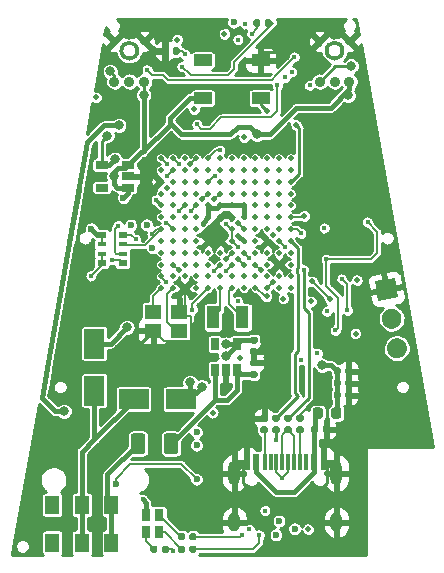
<source format=gbr>
G04 #@! TF.GenerationSoftware,KiCad,Pcbnew,(5.99.0-2290-gd34f8fd4b)*
G04 #@! TF.CreationDate,2020-11-06T19:29:50+01:00*
G04 #@! TF.ProjectId,Tympan-Nya,54796d70-616e-42d4-9e79-612e6b696361,rev?*
G04 #@! TF.SameCoordinates,PX6d878d0PY72e6100*
G04 #@! TF.FileFunction,Copper,L4,Bot*
G04 #@! TF.FilePolarity,Positive*
%FSLAX46Y46*%
G04 Gerber Fmt 4.6, Leading zero omitted, Abs format (unit mm)*
G04 Created by KiCad (PCBNEW (5.99.0-2290-gd34f8fd4b)) date 2020-11-06 19:29:50*
%MOMM*%
%LPD*%
G01*
G04 APERTURE LIST*
G04 #@! TA.AperFunction,EtchedComponent*
%ADD10C,0.325000*%
G04 #@! TD*
G04 #@! TA.AperFunction,SMDPad,CuDef*
%ADD11R,1.500000X1.000000*%
G04 #@! TD*
G04 #@! TA.AperFunction,SMDPad,CuDef*
%ADD12R,0.800000X0.500000*%
G04 #@! TD*
G04 #@! TA.AperFunction,SMDPad,CuDef*
%ADD13R,0.800000X0.400000*%
G04 #@! TD*
G04 #@! TA.AperFunction,SMDPad,CuDef*
%ADD14C,0.500000*%
G04 #@! TD*
G04 #@! TA.AperFunction,ComponentPad*
%ADD15O,1.000000X1.600000*%
G04 #@! TD*
G04 #@! TA.AperFunction,ComponentPad*
%ADD16O,1.000000X2.100000*%
G04 #@! TD*
G04 #@! TA.AperFunction,SMDPad,CuDef*
%ADD17R,0.300000X1.450000*%
G04 #@! TD*
G04 #@! TA.AperFunction,SMDPad,CuDef*
%ADD18R,0.600000X1.450000*%
G04 #@! TD*
G04 #@! TA.AperFunction,SMDPad,CuDef*
%ADD19C,0.900000*%
G04 #@! TD*
G04 #@! TA.AperFunction,SMDPad,CuDef*
%ADD20C,0.700000*%
G04 #@! TD*
G04 #@! TA.AperFunction,SMDPad,CuDef*
%ADD21R,1.060000X0.650000*%
G04 #@! TD*
G04 #@! TA.AperFunction,SMDPad,CuDef*
%ADD22R,0.650000X1.060000*%
G04 #@! TD*
G04 #@! TA.AperFunction,SMDPad,CuDef*
%ADD23R,1.400000X1.200000*%
G04 #@! TD*
G04 #@! TA.AperFunction,SMDPad,CuDef*
%ADD24R,1.100000X1.900000*%
G04 #@! TD*
G04 #@! TA.AperFunction,SMDPad,CuDef*
%ADD25R,1.200000X1.600000*%
G04 #@! TD*
G04 #@! TA.AperFunction,SMDPad,CuDef*
%ADD26R,0.800000X1.000000*%
G04 #@! TD*
G04 #@! TA.AperFunction,SMDPad,CuDef*
%ADD27R,1.700000X2.500000*%
G04 #@! TD*
G04 #@! TA.AperFunction,SMDPad,CuDef*
%ADD28R,2.500000X1.700000*%
G04 #@! TD*
G04 #@! TA.AperFunction,ViaPad*
%ADD29C,0.800000*%
G04 #@! TD*
G04 #@! TA.AperFunction,ViaPad*
%ADD30C,0.450000*%
G04 #@! TD*
G04 #@! TA.AperFunction,ViaPad*
%ADD31C,0.500000*%
G04 #@! TD*
G04 #@! TA.AperFunction,ViaPad*
%ADD32C,0.600000*%
G04 #@! TD*
G04 #@! TA.AperFunction,Conductor*
%ADD33C,0.381000*%
G04 #@! TD*
G04 #@! TA.AperFunction,Conductor*
%ADD34C,0.177800*%
G04 #@! TD*
G04 #@! TA.AperFunction,Conductor*
%ADD35C,0.254000*%
G04 #@! TD*
G04 #@! TA.AperFunction,Conductor*
%ADD36C,0.127000*%
G04 #@! TD*
G04 #@! TA.AperFunction,Conductor*
%ADD37C,0.203200*%
G04 #@! TD*
G04 #@! TA.AperFunction,Conductor*
%ADD38C,0.250000*%
G04 #@! TD*
G04 APERTURE END LIST*
D10*
X-31523150Y50350600D02*
G75*
G03*
X-31523150Y50350600I-675250J0D01*
G01*
X-14149550Y50350600D02*
G75*
G03*
X-14149550Y50350600I-675250J0D01*
G01*
D11*
X-25961600Y46337600D03*
X-25961600Y49537600D03*
X-21061600Y46337600D03*
X-21061600Y49537600D03*
G04 #@! TA.AperFunction,SMDPad,CuDef*
G36*
G01*
X-20730800Y52540300D02*
X-20730800Y52885300D01*
G75*
G02*
X-20583300Y53032800I147500J0D01*
G01*
X-20288300Y53032800D01*
G75*
G02*
X-20140800Y52885300I0J-147500D01*
G01*
X-20140800Y52540300D01*
G75*
G02*
X-20288300Y52392800I-147500J0D01*
G01*
X-20583300Y52392800D01*
G75*
G02*
X-20730800Y52540300I0J147500D01*
G01*
G37*
G04 #@! TD.AperFunction*
G04 #@! TA.AperFunction,SMDPad,CuDef*
G36*
G01*
X-21700800Y52540300D02*
X-21700800Y52885300D01*
G75*
G02*
X-21553300Y53032800I147500J0D01*
G01*
X-21258300Y53032800D01*
G75*
G02*
X-21110800Y52885300I0J-147500D01*
G01*
X-21110800Y52540300D01*
G75*
G02*
X-21258300Y52392800I-147500J0D01*
G01*
X-21553300Y52392800D01*
G75*
G02*
X-21700800Y52540300I0J147500D01*
G01*
G37*
G04 #@! TD.AperFunction*
D12*
X-34546200Y32361200D03*
D13*
X-34546200Y33161200D03*
D12*
X-34546200Y34761200D03*
D13*
X-34546200Y33961200D03*
D12*
X-32746200Y32361200D03*
D13*
X-32746200Y33961200D03*
X-32746200Y33161200D03*
D12*
X-32746200Y34761200D03*
G04 #@! TA.AperFunction,SMDPad,CuDef*
G36*
G01*
X-19605300Y18945400D02*
X-19950300Y18945400D01*
G75*
G02*
X-20097800Y19092900I0J147500D01*
G01*
X-20097800Y19387900D01*
G75*
G02*
X-19950300Y19535400I147500J0D01*
G01*
X-19605300Y19535400D01*
G75*
G02*
X-19457800Y19387900I0J-147500D01*
G01*
X-19457800Y19092900D01*
G75*
G02*
X-19605300Y18945400I-147500J0D01*
G01*
G37*
G04 #@! TD.AperFunction*
G04 #@! TA.AperFunction,SMDPad,CuDef*
G36*
G01*
X-19605300Y17975400D02*
X-19950300Y17975400D01*
G75*
G02*
X-20097800Y18122900I0J147500D01*
G01*
X-20097800Y18417900D01*
G75*
G02*
X-19950300Y18565400I147500J0D01*
G01*
X-19605300Y18565400D01*
G75*
G02*
X-19457800Y18417900I0J-147500D01*
G01*
X-19457800Y18122900D01*
G75*
G02*
X-19605300Y17975400I-147500J0D01*
G01*
G37*
G04 #@! TD.AperFunction*
G04 #@! TA.AperFunction,SMDPad,CuDef*
G36*
G01*
X-18589300Y18943000D02*
X-18934300Y18943000D01*
G75*
G02*
X-19081800Y19090500I0J147500D01*
G01*
X-19081800Y19385500D01*
G75*
G02*
X-18934300Y19533000I147500J0D01*
G01*
X-18589300Y19533000D01*
G75*
G02*
X-18441800Y19385500I0J-147500D01*
G01*
X-18441800Y19090500D01*
G75*
G02*
X-18589300Y18943000I-147500J0D01*
G01*
G37*
G04 #@! TD.AperFunction*
G04 #@! TA.AperFunction,SMDPad,CuDef*
G36*
G01*
X-18589300Y17973000D02*
X-18934300Y17973000D01*
G75*
G02*
X-19081800Y18120500I0J147500D01*
G01*
X-19081800Y18415500D01*
G75*
G02*
X-18934300Y18563000I147500J0D01*
G01*
X-18589300Y18563000D01*
G75*
G02*
X-18441800Y18415500I0J-147500D01*
G01*
X-18441800Y18120500D01*
G75*
G02*
X-18589300Y17973000I-147500J0D01*
G01*
G37*
G04 #@! TD.AperFunction*
G04 #@! TA.AperFunction,SMDPad,CuDef*
G36*
G01*
X-20621300Y18943000D02*
X-20966300Y18943000D01*
G75*
G02*
X-21113800Y19090500I0J147500D01*
G01*
X-21113800Y19385500D01*
G75*
G02*
X-20966300Y19533000I147500J0D01*
G01*
X-20621300Y19533000D01*
G75*
G02*
X-20473800Y19385500I0J-147500D01*
G01*
X-20473800Y19090500D01*
G75*
G02*
X-20621300Y18943000I-147500J0D01*
G01*
G37*
G04 #@! TD.AperFunction*
G04 #@! TA.AperFunction,SMDPad,CuDef*
G36*
G01*
X-20621300Y17973000D02*
X-20966300Y17973000D01*
G75*
G02*
X-21113800Y18120500I0J147500D01*
G01*
X-21113800Y18415500D01*
G75*
G02*
X-20966300Y18563000I147500J0D01*
G01*
X-20621300Y18563000D01*
G75*
G02*
X-20473800Y18415500I0J-147500D01*
G01*
X-20473800Y18120500D01*
G75*
G02*
X-20621300Y17973000I-147500J0D01*
G01*
G37*
G04 #@! TD.AperFunction*
G04 #@! TA.AperFunction,SMDPad,CuDef*
G36*
G01*
X-17573300Y18943000D02*
X-17918300Y18943000D01*
G75*
G02*
X-18065800Y19090500I0J147500D01*
G01*
X-18065800Y19385500D01*
G75*
G02*
X-17918300Y19533000I147500J0D01*
G01*
X-17573300Y19533000D01*
G75*
G02*
X-17425800Y19385500I0J-147500D01*
G01*
X-17425800Y19090500D01*
G75*
G02*
X-17573300Y18943000I-147500J0D01*
G01*
G37*
G04 #@! TD.AperFunction*
G04 #@! TA.AperFunction,SMDPad,CuDef*
G36*
G01*
X-17573300Y17973000D02*
X-17918300Y17973000D01*
G75*
G02*
X-18065800Y18120500I0J147500D01*
G01*
X-18065800Y18415500D01*
G75*
G02*
X-17918300Y18563000I147500J0D01*
G01*
X-17573300Y18563000D01*
G75*
G02*
X-17425800Y18415500I0J-147500D01*
G01*
X-17425800Y18120500D01*
G75*
G02*
X-17573300Y17973000I-147500J0D01*
G01*
G37*
G04 #@! TD.AperFunction*
D14*
X-18519600Y41245600D03*
X-19519600Y41245600D03*
X-20519600Y41245600D03*
X-21519600Y41245600D03*
X-22519600Y41245600D03*
X-23519600Y41245600D03*
X-24519600Y41245600D03*
X-25519600Y41245600D03*
X-26519600Y41245600D03*
X-27519600Y41245600D03*
X-28519600Y41245600D03*
X-29519600Y41245600D03*
X-18519600Y40245600D03*
X-18519600Y39245600D03*
X-18519600Y38245600D03*
X-18519600Y37245600D03*
X-18519600Y36245600D03*
X-18519600Y35245600D03*
X-18519600Y34245600D03*
X-18519600Y33245600D03*
X-29519600Y40245600D03*
X-28519600Y40245600D03*
X-27519600Y40245600D03*
X-26519600Y40245600D03*
X-25519600Y40245600D03*
X-24519600Y40245600D03*
X-23519600Y40245600D03*
X-22519600Y40245600D03*
X-19519600Y40245600D03*
X-20519600Y40245600D03*
X-21519600Y40245600D03*
X-19519600Y39245600D03*
X-20519600Y39245600D03*
X-21519600Y39245600D03*
X-22519600Y39245600D03*
X-23519600Y39245600D03*
X-24519600Y39245600D03*
X-25519600Y39245600D03*
X-26519600Y39245600D03*
X-19519600Y38245600D03*
X-20519600Y38245600D03*
X-21519600Y38245600D03*
X-22519600Y38245600D03*
X-23519600Y38245600D03*
X-24519600Y38245600D03*
X-25519600Y38245600D03*
X-26519600Y38245600D03*
X-19519600Y37245600D03*
X-20519600Y37245600D03*
X-21519600Y37245600D03*
X-27519600Y39245600D03*
X-27519600Y38245600D03*
X-28519600Y39245600D03*
X-28519600Y38245600D03*
X-29519600Y38245600D03*
X-29519600Y39245600D03*
X-19519600Y36245600D03*
X-20519600Y36245600D03*
X-21519600Y36245600D03*
X-21519600Y35245600D03*
X-20519600Y35245600D03*
X-19519600Y35245600D03*
X-19519600Y34245600D03*
X-20519600Y34245600D03*
X-21519600Y34245600D03*
X-21519600Y33245600D03*
X-20519600Y33245600D03*
X-19519600Y33245600D03*
X-18519600Y32245600D03*
X-19519600Y32245600D03*
X-20519600Y32245600D03*
X-21519600Y32245600D03*
X-21519600Y31245600D03*
X-20519600Y31245600D03*
X-19519600Y31245600D03*
X-18519600Y31245600D03*
X-18519600Y30245600D03*
X-19519600Y30245600D03*
X-20519600Y30245600D03*
X-21519600Y30245600D03*
X-25519600Y37245600D03*
X-24519600Y37245600D03*
X-23519600Y37245600D03*
X-22519600Y37245600D03*
X-22519600Y36245600D03*
X-23519600Y36245600D03*
X-24519600Y36245600D03*
X-25519600Y36245600D03*
X-22519600Y35245600D03*
X-23519600Y35245600D03*
X-24519600Y35245600D03*
X-25519600Y35245600D03*
X-22519600Y34245600D03*
X-23519600Y34245600D03*
X-24519600Y34245600D03*
X-25519600Y34245600D03*
X-22519600Y33245600D03*
X-23519600Y33245600D03*
X-24519600Y33245600D03*
X-25519600Y33245600D03*
X-22519600Y32245600D03*
X-23519600Y32245600D03*
X-24519600Y32245600D03*
X-25519600Y32245600D03*
X-22519600Y31245600D03*
X-23519600Y31245600D03*
X-24519600Y31245600D03*
X-25519600Y31245600D03*
X-22519600Y30245600D03*
X-23519600Y30245600D03*
X-24519600Y30245600D03*
X-25519600Y30245600D03*
X-26519600Y37245600D03*
X-27519600Y37245600D03*
X-28519600Y37245600D03*
X-29519600Y37245600D03*
X-26519600Y36245600D03*
X-27519600Y36245600D03*
X-28519600Y36245600D03*
X-29519600Y36245600D03*
X-26519600Y33245600D03*
X-29519600Y35245600D03*
X-28519600Y35245600D03*
X-27519600Y35245600D03*
X-26519600Y35245600D03*
X-26519600Y34245600D03*
X-27519600Y34245600D03*
X-28519600Y34245600D03*
X-29519600Y34245600D03*
X-27519600Y33245600D03*
X-28519600Y33245600D03*
X-29519600Y33245600D03*
X-26519600Y30245600D03*
X-26519600Y31245600D03*
X-26519600Y32245600D03*
X-27519600Y32245600D03*
X-27519600Y31245600D03*
X-27519600Y30245600D03*
X-28519600Y30245600D03*
X-28519600Y31245600D03*
X-28519600Y32245600D03*
X-29519600Y32245600D03*
X-29519600Y31245600D03*
X-29519600Y30245600D03*
D15*
X-23310400Y10413200D03*
X-14670400Y10413200D03*
D16*
X-14670400Y14593200D03*
X-23310400Y14593200D03*
D17*
X-18740400Y15508200D03*
X-20740400Y15508200D03*
X-20240400Y15508200D03*
X-19740400Y15508200D03*
X-19240400Y15508200D03*
X-18240400Y15508200D03*
X-17740400Y15508200D03*
X-17240400Y15508200D03*
D18*
X-22240400Y15508200D03*
X-21440400Y15508200D03*
X-16540400Y15508200D03*
X-15740400Y15508200D03*
X-15740400Y15508200D03*
X-16540400Y15508200D03*
X-21440400Y15508200D03*
X-22240400Y15508200D03*
D19*
X-33463400Y47734600D03*
X-32198400Y47734600D03*
X-30933400Y47734600D03*
D20*
X-33463400Y51140600D03*
X-30933400Y51140600D03*
D19*
X-16089800Y47734600D03*
X-14824800Y47734600D03*
X-13559800Y47734600D03*
D20*
X-16089800Y51140600D03*
X-13559800Y51140600D03*
D21*
X-32343000Y40658000D03*
X-32343000Y39708000D03*
X-32343000Y38758000D03*
X-34543000Y38758000D03*
X-34543000Y40658000D03*
D22*
X-23069600Y23291800D03*
X-24019600Y23291800D03*
X-24969600Y23291800D03*
X-24969600Y25491800D03*
X-23069600Y25491800D03*
G04 #@! TA.AperFunction,ComponentPad*
G36*
G01*
X-10385554Y25007176D02*
X-10385554Y25007176D01*
G75*
G02*
X-9696068Y25991864I837087J147601D01*
G01*
X-9696068Y25991864D01*
G75*
G02*
X-8711380Y25302378I147601J-837087D01*
G01*
X-8711380Y25302378D01*
G75*
G02*
X-9400866Y24317690I-837087J-147601D01*
G01*
X-9400866Y24317690D01*
G75*
G02*
X-10385554Y25007176I-147601J837087D01*
G01*
G37*
G04 #@! TD.AperFunction*
G04 #@! TA.AperFunction,ComponentPad*
G36*
G01*
X-10826621Y27508587D02*
X-10826621Y27508587D01*
G75*
G02*
X-10137135Y28493275I837087J147601D01*
G01*
X-10137135Y28493275D01*
G75*
G02*
X-9152447Y27803789I147601J-837087D01*
G01*
X-9152447Y27803789D01*
G75*
G02*
X-9841933Y26819101I-837087J-147601D01*
G01*
X-9841933Y26819101D01*
G75*
G02*
X-10826621Y27508587I-147601J837087D01*
G01*
G37*
G04 #@! TD.AperFunction*
G04 #@! TA.AperFunction,ComponentPad*
G36*
X-11120086Y29172912D02*
G01*
X-11415288Y30847086D01*
X-9741114Y31142288D01*
X-9445912Y29468114D01*
X-11120086Y29172912D01*
G37*
G04 #@! TD.AperFunction*
G04 #@! TA.AperFunction,SMDPad,CuDef*
G36*
G01*
X-27486200Y9375100D02*
X-27486200Y9030100D01*
G75*
G02*
X-27633700Y8882600I-147500J0D01*
G01*
X-27928700Y8882600D01*
G75*
G02*
X-28076200Y9030100I0J147500D01*
G01*
X-28076200Y9375100D01*
G75*
G02*
X-27928700Y9522600I147500J0D01*
G01*
X-27633700Y9522600D01*
G75*
G02*
X-27486200Y9375100I0J-147500D01*
G01*
G37*
G04 #@! TD.AperFunction*
G04 #@! TA.AperFunction,SMDPad,CuDef*
G36*
G01*
X-26516200Y9375100D02*
X-26516200Y9030100D01*
G75*
G02*
X-26663700Y8882600I-147500J0D01*
G01*
X-26958700Y8882600D01*
G75*
G02*
X-27106200Y9030100I0J147500D01*
G01*
X-27106200Y9375100D01*
G75*
G02*
X-26958700Y9522600I147500J0D01*
G01*
X-26663700Y9522600D01*
G75*
G02*
X-26516200Y9375100I0J-147500D01*
G01*
G37*
G04 #@! TD.AperFunction*
G04 #@! TA.AperFunction,SMDPad,CuDef*
G36*
G01*
X-27486200Y8308300D02*
X-27486200Y7963300D01*
G75*
G02*
X-27633700Y7815800I-147500J0D01*
G01*
X-27928700Y7815800D01*
G75*
G02*
X-28076200Y7963300I0J147500D01*
G01*
X-28076200Y8308300D01*
G75*
G02*
X-27928700Y8455800I147500J0D01*
G01*
X-27633700Y8455800D01*
G75*
G02*
X-27486200Y8308300I0J-147500D01*
G01*
G37*
G04 #@! TD.AperFunction*
G04 #@! TA.AperFunction,SMDPad,CuDef*
G36*
G01*
X-26516200Y8308300D02*
X-26516200Y7963300D01*
G75*
G02*
X-26663700Y7815800I-147500J0D01*
G01*
X-26958700Y7815800D01*
G75*
G02*
X-27106200Y7963300I0J147500D01*
G01*
X-27106200Y8308300D01*
G75*
G02*
X-26958700Y8455800I147500J0D01*
G01*
X-26663700Y8455800D01*
G75*
G02*
X-26516200Y8308300I0J-147500D01*
G01*
G37*
G04 #@! TD.AperFunction*
G04 #@! TA.AperFunction,SMDPad,CuDef*
G36*
G01*
X-29823000Y8308300D02*
X-29823000Y7963300D01*
G75*
G02*
X-29970500Y7815800I-147500J0D01*
G01*
X-30265500Y7815800D01*
G75*
G02*
X-30413000Y7963300I0J147500D01*
G01*
X-30413000Y8308300D01*
G75*
G02*
X-30265500Y8455800I147500J0D01*
G01*
X-29970500Y8455800D01*
G75*
G02*
X-29823000Y8308300I0J-147500D01*
G01*
G37*
G04 #@! TD.AperFunction*
G04 #@! TA.AperFunction,SMDPad,CuDef*
G36*
G01*
X-28853000Y8308300D02*
X-28853000Y7963300D01*
G75*
G02*
X-29000500Y7815800I-147500J0D01*
G01*
X-29295500Y7815800D01*
G75*
G02*
X-29443000Y7963300I0J147500D01*
G01*
X-29443000Y8308300D01*
G75*
G02*
X-29295500Y8455800I147500J0D01*
G01*
X-29000500Y8455800D01*
G75*
G02*
X-28853000Y8308300I0J-147500D01*
G01*
G37*
G04 #@! TD.AperFunction*
G04 #@! TA.AperFunction,SMDPad,CuDef*
G36*
G01*
X-13923600Y22034900D02*
X-13923600Y22379900D01*
G75*
G02*
X-13776100Y22527400I147500J0D01*
G01*
X-13481100Y22527400D01*
G75*
G02*
X-13333600Y22379900I0J-147500D01*
G01*
X-13333600Y22034900D01*
G75*
G02*
X-13481100Y21887400I-147500J0D01*
G01*
X-13776100Y21887400D01*
G75*
G02*
X-13923600Y22034900I0J147500D01*
G01*
G37*
G04 #@! TD.AperFunction*
G04 #@! TA.AperFunction,SMDPad,CuDef*
G36*
G01*
X-14893600Y22034900D02*
X-14893600Y22379900D01*
G75*
G02*
X-14746100Y22527400I147500J0D01*
G01*
X-14451100Y22527400D01*
G75*
G02*
X-14303600Y22379900I0J-147500D01*
G01*
X-14303600Y22034900D01*
G75*
G02*
X-14451100Y21887400I-147500J0D01*
G01*
X-14746100Y21887400D01*
G75*
G02*
X-14893600Y22034900I0J147500D01*
G01*
G37*
G04 #@! TD.AperFunction*
G04 #@! TA.AperFunction,SMDPad,CuDef*
G36*
G01*
X-13923600Y23050900D02*
X-13923600Y23395900D01*
G75*
G02*
X-13776100Y23543400I147500J0D01*
G01*
X-13481100Y23543400D01*
G75*
G02*
X-13333600Y23395900I0J-147500D01*
G01*
X-13333600Y23050900D01*
G75*
G02*
X-13481100Y22903400I-147500J0D01*
G01*
X-13776100Y22903400D01*
G75*
G02*
X-13923600Y23050900I0J147500D01*
G01*
G37*
G04 #@! TD.AperFunction*
G04 #@! TA.AperFunction,SMDPad,CuDef*
G36*
G01*
X-14893600Y23050900D02*
X-14893600Y23395900D01*
G75*
G02*
X-14746100Y23543400I147500J0D01*
G01*
X-14451100Y23543400D01*
G75*
G02*
X-14303600Y23395900I0J-147500D01*
G01*
X-14303600Y23050900D01*
G75*
G02*
X-14451100Y22903400I-147500J0D01*
G01*
X-14746100Y22903400D01*
G75*
G02*
X-14893600Y23050900I0J147500D01*
G01*
G37*
G04 #@! TD.AperFunction*
G04 #@! TA.AperFunction,SMDPad,CuDef*
G36*
G01*
X-13923600Y21018900D02*
X-13923600Y21363900D01*
G75*
G02*
X-13776100Y21511400I147500J0D01*
G01*
X-13481100Y21511400D01*
G75*
G02*
X-13333600Y21363900I0J-147500D01*
G01*
X-13333600Y21018900D01*
G75*
G02*
X-13481100Y20871400I-147500J0D01*
G01*
X-13776100Y20871400D01*
G75*
G02*
X-13923600Y21018900I0J147500D01*
G01*
G37*
G04 #@! TD.AperFunction*
G04 #@! TA.AperFunction,SMDPad,CuDef*
G36*
G01*
X-14893600Y21018900D02*
X-14893600Y21363900D01*
G75*
G02*
X-14746100Y21511400I147500J0D01*
G01*
X-14451100Y21511400D01*
G75*
G02*
X-14303600Y21363900I0J-147500D01*
G01*
X-14303600Y21018900D01*
G75*
G02*
X-14451100Y20871400I-147500J0D01*
G01*
X-14746100Y20871400D01*
G75*
G02*
X-14893600Y21018900I0J147500D01*
G01*
G37*
G04 #@! TD.AperFunction*
G04 #@! TA.AperFunction,SMDPad,CuDef*
G36*
G01*
X-21829900Y25167000D02*
X-21484900Y25167000D01*
G75*
G02*
X-21337400Y25019500I0J-147500D01*
G01*
X-21337400Y24724500D01*
G75*
G02*
X-21484900Y24577000I-147500J0D01*
G01*
X-21829900Y24577000D01*
G75*
G02*
X-21977400Y24724500I0J147500D01*
G01*
X-21977400Y25019500D01*
G75*
G02*
X-21829900Y25167000I147500J0D01*
G01*
G37*
G04 #@! TD.AperFunction*
G04 #@! TA.AperFunction,SMDPad,CuDef*
G36*
G01*
X-21829900Y26137000D02*
X-21484900Y26137000D01*
G75*
G02*
X-21337400Y25989500I0J-147500D01*
G01*
X-21337400Y25694500D01*
G75*
G02*
X-21484900Y25547000I-147500J0D01*
G01*
X-21829900Y25547000D01*
G75*
G02*
X-21977400Y25694500I0J147500D01*
G01*
X-21977400Y25989500D01*
G75*
G02*
X-21829900Y26137000I147500J0D01*
G01*
G37*
G04 #@! TD.AperFunction*
G04 #@! TA.AperFunction,SMDPad,CuDef*
G36*
G01*
X-21484900Y23616600D02*
X-21829900Y23616600D01*
G75*
G02*
X-21977400Y23764100I0J147500D01*
G01*
X-21977400Y24059100D01*
G75*
G02*
X-21829900Y24206600I147500J0D01*
G01*
X-21484900Y24206600D01*
G75*
G02*
X-21337400Y24059100I0J-147500D01*
G01*
X-21337400Y23764100D01*
G75*
G02*
X-21484900Y23616600I-147500J0D01*
G01*
G37*
G04 #@! TD.AperFunction*
G04 #@! TA.AperFunction,SMDPad,CuDef*
G36*
G01*
X-21484900Y22646600D02*
X-21829900Y22646600D01*
G75*
G02*
X-21977400Y22794100I0J147500D01*
G01*
X-21977400Y23089100D01*
G75*
G02*
X-21829900Y23236600I147500J0D01*
G01*
X-21484900Y23236600D01*
G75*
G02*
X-21337400Y23089100I0J-147500D01*
G01*
X-21337400Y22794100D01*
G75*
G02*
X-21484900Y22646600I-147500J0D01*
G01*
G37*
G04 #@! TD.AperFunction*
G04 #@! TA.AperFunction,SMDPad,CuDef*
G36*
G01*
X-15831000Y18123300D02*
X-15831000Y18468300D01*
G75*
G02*
X-15683500Y18615800I147500J0D01*
G01*
X-15388500Y18615800D01*
G75*
G02*
X-15241000Y18468300I0J-147500D01*
G01*
X-15241000Y18123300D01*
G75*
G02*
X-15388500Y17975800I-147500J0D01*
G01*
X-15683500Y17975800D01*
G75*
G02*
X-15831000Y18123300I0J147500D01*
G01*
G37*
G04 #@! TD.AperFunction*
G04 #@! TA.AperFunction,SMDPad,CuDef*
G36*
G01*
X-16801000Y18123300D02*
X-16801000Y18468300D01*
G75*
G02*
X-16653500Y18615800I147500J0D01*
G01*
X-16358500Y18615800D01*
G75*
G02*
X-16211000Y18468300I0J-147500D01*
G01*
X-16211000Y18123300D01*
G75*
G02*
X-16358500Y17975800I-147500J0D01*
G01*
X-16653500Y17975800D01*
G75*
G02*
X-16801000Y18123300I0J147500D01*
G01*
G37*
G04 #@! TD.AperFunction*
G04 #@! TA.AperFunction,SMDPad,CuDef*
G36*
G01*
X-28883200Y50497700D02*
X-28883200Y50152700D01*
G75*
G02*
X-29030700Y50005200I-147500J0D01*
G01*
X-29325700Y50005200D01*
G75*
G02*
X-29473200Y50152700I0J147500D01*
G01*
X-29473200Y50497700D01*
G75*
G02*
X-29325700Y50645200I147500J0D01*
G01*
X-29030700Y50645200D01*
G75*
G02*
X-28883200Y50497700I0J-147500D01*
G01*
G37*
G04 #@! TD.AperFunction*
G04 #@! TA.AperFunction,SMDPad,CuDef*
G36*
G01*
X-27913200Y50497700D02*
X-27913200Y50152700D01*
G75*
G02*
X-28060700Y50005200I-147500J0D01*
G01*
X-28355700Y50005200D01*
G75*
G02*
X-28503200Y50152700I0J147500D01*
G01*
X-28503200Y50497700D01*
G75*
G02*
X-28355700Y50645200I147500J0D01*
G01*
X-28060700Y50645200D01*
G75*
G02*
X-27913200Y50497700I0J-147500D01*
G01*
G37*
G04 #@! TD.AperFunction*
D23*
X-27974200Y28239800D03*
X-30174200Y28239800D03*
X-30174200Y26639800D03*
X-27974200Y26639800D03*
D24*
X-25117200Y27770000D03*
X-22617200Y27770000D03*
D25*
X-36207380Y11891179D03*
X-36207380Y8691179D03*
X-38707380Y11891179D03*
X-38707380Y8691179D03*
X-33707380Y8691179D03*
X-33707380Y11891179D03*
G04 #@! TA.AperFunction,SMDPad,CuDef*
G36*
G01*
X-15109800Y19411150D02*
X-15109800Y19923650D01*
G75*
G02*
X-14891050Y20142400I218750J0D01*
G01*
X-14453550Y20142400D01*
G75*
G02*
X-14234800Y19923650I0J-218750D01*
G01*
X-14234800Y19411150D01*
G75*
G02*
X-14453550Y19192400I-218750J0D01*
G01*
X-14891050Y19192400D01*
G75*
G02*
X-15109800Y19411150I0J218750D01*
G01*
G37*
G04 #@! TD.AperFunction*
G04 #@! TA.AperFunction,SMDPad,CuDef*
G36*
G01*
X-16684800Y19411150D02*
X-16684800Y19923650D01*
G75*
G02*
X-16466050Y20142400I218750J0D01*
G01*
X-16028550Y20142400D01*
G75*
G02*
X-15809800Y19923650I0J-218750D01*
G01*
X-15809800Y19411150D01*
G75*
G02*
X-16028550Y19192400I-218750J0D01*
G01*
X-16466050Y19192400D01*
G75*
G02*
X-16684800Y19411150I0J218750D01*
G01*
G37*
G04 #@! TD.AperFunction*
G04 #@! TA.AperFunction,SMDPad,CuDef*
G36*
G01*
X-29289800Y16451600D02*
X-29289800Y17701600D01*
G75*
G02*
X-29039800Y17951600I250000J0D01*
G01*
X-28289800Y17951600D01*
G75*
G02*
X-28039800Y17701600I0J-250000D01*
G01*
X-28039800Y16451600D01*
G75*
G02*
X-28289800Y16201600I-250000J0D01*
G01*
X-29039800Y16201600D01*
G75*
G02*
X-29289800Y16451600I0J250000D01*
G01*
G37*
G04 #@! TD.AperFunction*
G04 #@! TA.AperFunction,SMDPad,CuDef*
G36*
G01*
X-32089800Y16451600D02*
X-32089800Y17701600D01*
G75*
G02*
X-31839800Y17951600I250000J0D01*
G01*
X-31089800Y17951600D01*
G75*
G02*
X-30839800Y17701600I0J-250000D01*
G01*
X-30839800Y16451600D01*
G75*
G02*
X-31089800Y16201600I-250000J0D01*
G01*
X-31839800Y16201600D01*
G75*
G02*
X-32089800Y16451600I0J250000D01*
G01*
G37*
G04 #@! TD.AperFunction*
D26*
X-29684063Y11064197D03*
X-29684063Y9564197D03*
X-30784063Y9564197D03*
X-30784063Y11064197D03*
D27*
X-35170200Y25553600D03*
X-35170200Y21553600D03*
D28*
X-27842800Y20835800D03*
X-31842800Y20835800D03*
D29*
X-21378000Y43264000D03*
D30*
X-15485200Y28278000D03*
D31*
X-15180391Y29305070D03*
D30*
X-14756390Y26670010D03*
D31*
X-13046800Y26398400D03*
D30*
X-14215200Y31021200D03*
X-17568000Y23401200D03*
X-17669600Y34882000D03*
X-15536000Y32697600D03*
X-12030800Y35847200D03*
X-22080650Y32758388D03*
X-23025660Y29145012D03*
D31*
X-19145477Y29364690D03*
X-12945200Y30919600D03*
D30*
X-17422898Y31782557D03*
D31*
X-16704400Y30818000D03*
X-24019600Y32748400D03*
X-16824470Y29121710D03*
D30*
X-15688400Y35339200D03*
X-13758000Y28379600D03*
X-13707200Y34120000D03*
D29*
X-25696000Y44432400D03*
D30*
X-26485231Y44115282D03*
D31*
X-28009499Y31745599D03*
D30*
X-26849188Y28417757D03*
D31*
X-24578400Y46870800D03*
X-22597200Y48902800D03*
X-22597200Y46870800D03*
X-24578400Y48902800D03*
D30*
X-23003600Y51290400D03*
X-22394000Y52611200D03*
D31*
X-24144587Y51770987D03*
X-24538645Y52849712D03*
D32*
X-23359200Y52772758D03*
D30*
X-27729180Y49005523D03*
D31*
X-19295200Y50274400D03*
X-28134400Y51290400D03*
X-27982000Y52814400D03*
X-35035154Y46394105D03*
D30*
X-21835200Y51798400D03*
X-27514411Y50070867D03*
X-28817552Y48807110D03*
D31*
X-26712360Y45387600D03*
X-22470200Y43010000D03*
X-18076000Y44051400D03*
D30*
X-28921800Y45423000D03*
X-30679834Y48710891D03*
X-24019601Y31699062D03*
X-25035600Y31732400D03*
X-29068708Y30747918D03*
X-20997000Y25280800D03*
X-16298000Y24747400D03*
X-17644200Y24182690D03*
D29*
X-15434778Y46870423D03*
D30*
X-16942766Y47404145D03*
X-19676200Y47411910D03*
X-19015800Y48090000D03*
X-18431600Y48547200D03*
D31*
X-17410090Y36355788D03*
X-20579179Y29548139D03*
D30*
X-30293400Y34805800D03*
X-30242600Y39733400D03*
X-22038400Y9812200D03*
X-22673400Y9380400D03*
D32*
X-33366800Y13698400D03*
D30*
X-30033490Y38717137D03*
D31*
X-20576801Y45256935D03*
D29*
X-34078000Y43162400D03*
D30*
X-15917000Y20886600D03*
D32*
X-26493908Y16943867D03*
D30*
X-20717600Y11412400D03*
X-21200200Y9355000D03*
X-28501197Y7949607D03*
X-31080800Y12352200D03*
X-24527948Y41920562D03*
X-24759151Y35774787D03*
X-24981538Y39745177D03*
X-29023400Y39727490D03*
D31*
X-29019597Y38735518D03*
X-25003504Y37772686D03*
X-26002802Y37758851D03*
X-25019600Y32755700D03*
X-19019601Y31735500D03*
X-20027612Y33743546D03*
X-27019600Y40735500D03*
D30*
X-18228400Y49817200D03*
D29*
X-33447506Y41169294D03*
X-33519200Y39708000D03*
D32*
X-18204043Y9870129D03*
X-19523800Y10523400D03*
X-30725200Y35593200D03*
X-32071400Y35567800D03*
D30*
X-31665000Y34374000D03*
X-33163600Y35542400D03*
D31*
X-17060000Y9837600D03*
X-23017552Y32733402D03*
X-21009500Y31745599D03*
D32*
X-32706400Y37904600D03*
X-35424200Y35263000D03*
X-30237900Y33662800D03*
X-19785400Y9355000D03*
D31*
X-22800400Y24315600D03*
X-25139998Y19695598D03*
D30*
X-22991430Y33728306D03*
D31*
X-22968000Y34703842D03*
X-20029700Y34745599D03*
D30*
X-26000572Y35719196D03*
X-24016117Y35695191D03*
D31*
X-20006400Y30740020D03*
X-23006463Y35742642D03*
D30*
X-29922252Y37703845D03*
D32*
X-26508800Y14054000D03*
X-26508800Y18041800D03*
D29*
X-15866200Y23706000D03*
X-24019600Y24493400D03*
X-24019600Y25509400D03*
X-24019600Y21851800D03*
X-27067600Y22258200D03*
D30*
X-31715800Y25661800D03*
X-35449600Y31275200D03*
X-29057683Y35737800D03*
X-33633392Y32637634D03*
X-28996899Y40722899D03*
D29*
X-26077000Y21902600D03*
X-32401600Y26931800D03*
X-33087400Y44026000D03*
X-37710000Y19819600D03*
D30*
X-19041200Y33739000D03*
X-19777800Y17406800D03*
X-19257100Y14193700D03*
X-28032800Y36736200D03*
X-27016800Y36736200D03*
X-28007400Y40749400D03*
D29*
X-33290600Y46616800D03*
X-14852200Y51646000D03*
X-32223800Y51646000D03*
X-13656400Y46566000D03*
X-13402400Y49055200D03*
X-30979200Y46616800D03*
X-33824000Y48598000D03*
D33*
X-39619675Y20949675D02*
X-39173199Y23460749D01*
X-39173199Y23460749D02*
X-39151497Y23482451D01*
X-37710000Y19819600D02*
X-38489600Y19819600D01*
X-38489600Y19819600D02*
X-39619675Y20949675D01*
X-15138404Y45519600D02*
X-18045600Y45519600D01*
X-21378000Y43264000D02*
X-20301200Y43264000D01*
X-20301200Y43264000D02*
X-18045600Y45519600D01*
X-22262851Y43903149D02*
X-23024851Y43903149D01*
X-22262851Y43903149D02*
X-22017149Y43903149D01*
X-22017149Y43903149D02*
X-21378000Y43264000D01*
X-25695912Y43264088D02*
X-27804288Y43264088D01*
X-25695912Y43264088D02*
X-23663912Y43264088D01*
X-23663912Y43264088D02*
X-23024851Y43903149D01*
D34*
X-25086400Y48293200D02*
X-27016857Y48293200D01*
X-25086400Y48293200D02*
X-23867200Y48293200D01*
X-22317800Y50401400D02*
X-23333800Y49385400D01*
X-23867200Y48293200D02*
X-23333800Y48826600D01*
X-23333800Y48826600D02*
X-23333800Y49385400D01*
X-16704400Y30818000D02*
X-15191470Y29305070D01*
X-15191470Y29305070D02*
X-15180391Y29305070D01*
X-14531391Y26895009D02*
X-14756390Y26670010D01*
X-15536000Y30458255D02*
X-14531391Y29453646D01*
X-14531391Y29453646D02*
X-14531391Y26895009D01*
X-15536000Y32697600D02*
X-15536000Y30458255D01*
X-13758000Y30564000D02*
X-14215200Y31021200D01*
X-13758000Y28379600D02*
X-13758000Y30564000D01*
D35*
X-17422898Y28585140D02*
X-17422898Y31782557D01*
X-17015999Y20983801D02*
X-17015999Y28178241D01*
X-18761800Y19238000D02*
X-17015999Y20983801D01*
X-17015999Y28178241D02*
X-17422898Y28585140D01*
D34*
X-18033200Y35245600D02*
X-17669600Y34882000D01*
X-18519600Y35245600D02*
X-18033200Y35245600D01*
X-11218000Y35034400D02*
X-12030800Y35847200D01*
X-11726000Y32697600D02*
X-11218000Y33205600D01*
X-11218000Y33205600D02*
X-11218000Y35034400D01*
X-15536000Y32697600D02*
X-11726000Y32697600D01*
X-22519600Y33245600D02*
X-22519600Y33197338D01*
X-22519600Y33197338D02*
X-22080650Y32758388D01*
X-23769599Y29995601D02*
X-23519600Y30245600D01*
X-22617200Y27770000D02*
X-23769599Y28922399D01*
X-23769599Y28922399D02*
X-23769599Y29995601D01*
D35*
X-17942599Y31479318D02*
X-17942599Y24935763D01*
X-18196201Y21329203D02*
X-17942599Y21075601D01*
X-17984210Y31520929D02*
X-17942599Y31479318D01*
X-17942599Y31968639D02*
X-17984210Y31927028D01*
X-17942599Y33668599D02*
X-17942599Y31968639D01*
X-17942599Y24935763D02*
X-18196201Y24682161D01*
X-17984210Y31927028D02*
X-17984210Y31520929D01*
X-18196201Y24682161D02*
X-18196201Y21329203D01*
X-18519600Y34245600D02*
X-17942599Y33668599D01*
D34*
X-23519600Y33245600D02*
X-23522400Y33245600D01*
X-23522400Y33245600D02*
X-24019600Y32748400D01*
D33*
X-27804288Y43264088D02*
X-28705900Y44165700D01*
D34*
X-19676200Y47411910D02*
X-19676200Y45219800D01*
X-26113448Y43743499D02*
X-26485231Y44115282D01*
D33*
X-13559800Y47734600D02*
X-13559800Y47098204D01*
D34*
X-24396313Y44712513D02*
X-25365327Y43743499D01*
X-19676200Y45219800D02*
X-20183487Y44712513D01*
X-20183487Y44712513D02*
X-24396313Y44712513D01*
D33*
X-13559800Y47098204D02*
X-15138404Y45519600D01*
D34*
X-25365327Y43743499D02*
X-26113448Y43743499D01*
D36*
X-26849188Y28417757D02*
X-26849188Y28916012D01*
X-26849188Y28916012D02*
X-25519600Y30245600D01*
D37*
X-27974200Y28239800D02*
X-27630597Y27896197D01*
X-27032919Y25738199D02*
X-29272599Y25738199D01*
X-29272599Y25738199D02*
X-30174200Y26639800D01*
X-26972599Y25798519D02*
X-27032919Y25738199D01*
X-27630597Y27896197D02*
X-26972599Y27896197D01*
X-26972599Y27896197D02*
X-26972599Y25798519D01*
D34*
X-28009499Y31745599D02*
X-28019599Y31745599D01*
X-28019599Y31745599D02*
X-28519600Y32245600D01*
X-27016857Y48293200D02*
X-27729180Y49005523D01*
X-20006400Y52712800D02*
X-22317800Y50401400D01*
X-27169257Y48445600D02*
X-27729180Y49005523D01*
X-20435800Y52712800D02*
X-20006400Y52712800D01*
D35*
X-21061600Y50032000D02*
X-20819200Y50274400D01*
X-20819200Y50274400D02*
X-19295200Y50274400D01*
D34*
X-21388400Y52245200D02*
X-21835200Y51798400D01*
X-21388400Y52690400D02*
X-21388400Y52245200D01*
X-28208200Y50325200D02*
X-27768744Y50325200D01*
X-27768744Y50325200D02*
X-27514411Y50070867D01*
X-29404400Y48293200D02*
X-30262143Y48293200D01*
X-29404400Y48293200D02*
X-29353600Y48293200D01*
X-29353600Y48293200D02*
X-28918699Y47858299D01*
X-28918699Y47858299D02*
X-23892127Y47858299D01*
X-23892127Y47858299D02*
X-23863626Y47886800D01*
X-23863626Y47886800D02*
X-20158800Y47886800D01*
X-20158800Y47886800D02*
X-19752400Y48293200D01*
D33*
X-23069600Y25491800D02*
X-24002000Y25491800D01*
X-24002000Y25491800D02*
X-24019600Y25509400D01*
D34*
X-18228400Y49817200D02*
X-19752400Y48293200D01*
X-30262143Y48293200D02*
X-30679834Y48710891D01*
X-28208200Y50456614D02*
X-28208200Y50325200D01*
D35*
X-17826001Y43801401D02*
X-18076000Y44051400D01*
X-17826001Y39939199D02*
X-17826001Y43801401D01*
X-18519600Y39245600D02*
X-17826001Y39939199D01*
D34*
X-23519600Y32245600D02*
X-23519600Y32199063D01*
X-23519600Y32199063D02*
X-24019601Y31699062D01*
X-24519600Y32245600D02*
X-24522400Y32245600D01*
X-24522400Y32245600D02*
X-25035600Y31732400D01*
X-29519600Y31198810D02*
X-29068708Y30747918D01*
X-29519600Y31245600D02*
X-29519600Y31198810D01*
D33*
X-21657400Y24872000D02*
X-21405800Y24872000D01*
X-21405800Y24872000D02*
X-20997000Y25280800D01*
D37*
X-18486200Y36279000D02*
X-17486878Y36279000D01*
X-17486878Y36279000D02*
X-17410090Y36355788D01*
D34*
X-29853600Y35245600D02*
X-30293400Y34805800D01*
D37*
X-21436189Y30245600D02*
X-20738728Y29548139D01*
X-20738728Y29548139D02*
X-20579179Y29548139D01*
D34*
X-29519600Y35245600D02*
X-29853600Y35245600D01*
D33*
X-30268000Y39708000D02*
X-30242600Y39733400D01*
X-32343000Y39708000D02*
X-30268000Y39708000D01*
X-31106200Y41765400D02*
X-28705900Y44165700D01*
X-31106200Y41765400D02*
X-31235600Y41765400D01*
X-31235600Y41765400D02*
X-32343000Y40658000D01*
D36*
X-22851200Y9202600D02*
X-22673400Y9380400D01*
X-26811200Y9202600D02*
X-22851200Y9202600D01*
D34*
X-26508800Y14054000D02*
X-27804200Y15349400D01*
X-27804200Y15349400D02*
X-32140064Y15349400D01*
X-32140064Y15349400D02*
X-33366800Y14122664D01*
X-33366800Y14122664D02*
X-33366800Y13698400D01*
D33*
X-34057301Y12241100D02*
X-34057301Y14484099D01*
X-33707380Y11891179D02*
X-34057301Y12241100D01*
X-34057301Y14484099D02*
X-31464800Y17076600D01*
D37*
X-29519600Y39245600D02*
X-30033490Y38731710D01*
X-30033490Y38731710D02*
X-30033490Y38717137D01*
D33*
X-28766211Y44226011D02*
X-28705900Y44165700D01*
X-26534000Y46337600D02*
X-27084989Y46337600D01*
X-27084989Y46337600D02*
X-28766211Y44656378D01*
X-28766211Y44656378D02*
X-28766211Y44226011D01*
D35*
X-21061600Y45741734D02*
X-20576801Y45256935D01*
X-21061600Y46337600D02*
X-21061600Y45741734D01*
X-34543000Y42697400D02*
X-34078000Y43162400D01*
X-34543000Y40658000D02*
X-34543000Y42697400D01*
D36*
X-17745800Y19238000D02*
X-17745800Y19533000D01*
X-17745800Y19533000D02*
X-16392200Y20886600D01*
X-16392200Y20886600D02*
X-15917000Y20886600D01*
X-21200200Y9355000D02*
X-21200200Y8669200D01*
X-26811200Y8135800D02*
X-21733600Y8135800D01*
X-21200200Y8669200D02*
X-21733600Y8135800D01*
X-29148000Y8135800D02*
X-28591600Y8135800D01*
X-28591600Y8135800D02*
X-28439200Y7983400D01*
X-27781200Y8135800D02*
X-29209597Y9564197D01*
X-29209597Y9564197D02*
X-29684063Y9564197D01*
X-30118000Y8135800D02*
X-30784063Y8801863D01*
X-30784063Y8801863D02*
X-30784063Y9564197D01*
X-27781200Y9202600D02*
X-27822466Y9202600D01*
X-27822466Y9202600D02*
X-29684063Y11064197D01*
D33*
X-30784063Y11064197D02*
X-30784063Y12055463D01*
X-30784063Y12055463D02*
X-31080800Y12352200D01*
X-33707380Y8691179D02*
X-33707380Y11891179D01*
X-36207380Y11891179D02*
X-36207380Y16395020D01*
X-36207380Y16395020D02*
X-35170200Y17432200D01*
X-36207380Y8691179D02*
X-36207380Y11891179D01*
D34*
X-24844638Y41920562D02*
X-24527948Y41920562D01*
X-25519600Y41245600D02*
X-24844638Y41920562D01*
D36*
X-24519600Y35535236D02*
X-24759151Y35774787D01*
X-24519600Y35245600D02*
X-24519600Y35535236D01*
D34*
X-25519600Y39245600D02*
X-25020023Y39745177D01*
X-25020023Y39745177D02*
X-24981538Y39745177D01*
X-28519600Y40245600D02*
X-29023400Y39741800D01*
X-29023400Y39741800D02*
X-29023400Y39727490D01*
D36*
X-24519600Y38245600D02*
X-24530590Y38245600D01*
X-24530590Y38245600D02*
X-25003504Y37772686D01*
X-25519600Y38242053D02*
X-26002802Y37758851D01*
X-25519600Y38245600D02*
X-25519600Y38242053D01*
D37*
X-24519600Y35245600D02*
X-24519600Y35503825D01*
X-24519600Y35503825D02*
X-24773123Y35757348D01*
X-19519600Y32235499D02*
X-19019601Y31735500D01*
X-19519600Y32245600D02*
X-19519600Y32235499D01*
X-20519600Y34245600D02*
X-20519600Y34235534D01*
X-20519600Y34235534D02*
X-20027612Y33743546D01*
D33*
X-25519600Y37245600D02*
X-25519600Y36245600D01*
D36*
X-27019600Y40745600D02*
X-26519600Y41245600D01*
X-27019600Y40735500D02*
X-27019600Y40745600D01*
D33*
X-30979200Y46616800D02*
X-30979200Y41892400D01*
X-33958800Y40658000D02*
X-33447506Y41169294D01*
X-34543000Y40658000D02*
X-33958800Y40658000D01*
X-32577499Y40423501D02*
X-33185401Y40423501D01*
X-33185401Y40423501D02*
X-33519200Y40089702D01*
X-33519200Y40089702D02*
X-33519200Y39708000D01*
X-32343000Y38758000D02*
X-33254000Y38758000D01*
X-33254000Y38758000D02*
X-33519200Y39023200D01*
X-33519200Y39023200D02*
X-33519200Y39708000D01*
D34*
X-29519600Y35245600D02*
X-30905102Y33860098D01*
D37*
X-32052200Y34761200D02*
X-31665000Y34374000D01*
D34*
X-30905102Y33860098D02*
X-32645098Y33860098D01*
D37*
X-32746200Y34761200D02*
X-32052200Y34761200D01*
D34*
X-33435101Y35270899D02*
X-33163600Y35542400D01*
X-33435101Y33272301D02*
X-33435101Y35270899D01*
X-33324000Y33161200D02*
X-33435101Y33272301D01*
X-32746200Y33161200D02*
X-33324000Y33161200D01*
D37*
X-22529750Y32245600D02*
X-23017552Y32733402D01*
X-21009500Y31745599D02*
X-21019599Y31745599D01*
X-21019599Y31745599D02*
X-21519600Y32245600D01*
X-20500820Y30245600D02*
X-20006400Y30740020D01*
D33*
X-32343000Y38268000D02*
X-32706400Y37904600D01*
X-32343000Y38758000D02*
X-32343000Y38268000D01*
X-34922400Y34761200D02*
X-35424200Y35263000D01*
D37*
X-23508724Y34245600D02*
X-22991430Y33728306D01*
D33*
X-22519600Y34255442D02*
X-22968000Y34703842D01*
X-26000572Y35719196D02*
X-26000572Y35764628D01*
X-26000572Y35764628D02*
X-25519600Y36245600D01*
X-24519600Y35245600D02*
X-24769599Y35495599D01*
X-24769599Y35495599D02*
X-24769599Y35995601D01*
X-24769599Y35995601D02*
X-24519600Y36245600D01*
X-24519600Y34245600D02*
X-24519600Y35245600D01*
X-24519600Y34245600D02*
X-25519600Y34245600D01*
X-25519600Y35245600D02*
X-24519600Y35245600D01*
X-25519600Y34245600D02*
X-25519600Y35245600D01*
D37*
X-23595800Y35245600D02*
X-24070400Y35720200D01*
X-22519600Y35255779D02*
X-23006463Y35742642D01*
X-23519600Y34245600D02*
X-23519600Y35245600D01*
D33*
X-22519600Y37245600D02*
X-22519600Y36245600D01*
X-24519600Y37245600D02*
X-22519600Y37245600D01*
X-25519600Y37245600D02*
X-25269601Y36995601D01*
X-25269601Y36995601D02*
X-24769599Y36995601D01*
X-24769599Y36995601D02*
X-24519600Y37245600D01*
D35*
X-29519600Y37301193D02*
X-29922252Y37703845D01*
D33*
X-15866200Y23706000D02*
X-15081200Y23706000D01*
X-15081200Y23706000D02*
X-14598600Y23223400D01*
X-14598600Y21191400D02*
X-14598600Y19741100D01*
X-14598600Y21191400D02*
X-14598600Y23223400D01*
X-13628600Y23223400D02*
X-13628600Y21191400D01*
X-16506000Y18295800D02*
X-16506000Y19408700D01*
X-16540400Y15508200D02*
X-16540400Y18261400D01*
X-23069600Y25443400D02*
X-24019600Y24493400D01*
X-23069600Y23291800D02*
X-22719400Y22941600D01*
X-22719400Y22941600D02*
X-21657400Y22941600D01*
X-21657400Y24872000D02*
X-21657400Y23911600D01*
X-23069600Y25491800D02*
X-22719400Y25842000D01*
X-22719400Y25842000D02*
X-21657400Y25842000D01*
X-24969600Y20771800D02*
X-23929658Y20771800D01*
X-23929658Y20771800D02*
X-23069600Y21631858D01*
X-23069600Y21631858D02*
X-23069600Y23291800D01*
X-24019600Y23291800D02*
X-24019600Y21851800D01*
X-28664800Y17076600D02*
X-24969600Y20771800D01*
X-24969600Y20771800D02*
X-24969600Y23291800D01*
X-27067600Y22258200D02*
X-27067600Y21611000D01*
D38*
X-31152200Y25661800D02*
X-30174200Y26639800D01*
X-31715800Y25661800D02*
X-31152200Y25661800D01*
D36*
X-35449600Y31275200D02*
X-34546200Y32178600D01*
D37*
X-29057683Y35737800D02*
X-29011800Y35737800D01*
X-29011800Y35737800D02*
X-28519600Y35245600D01*
D34*
X-33633392Y32637634D02*
X-33022634Y32637634D01*
X-33022634Y32637634D02*
X-32746200Y32361200D01*
X-34546200Y33961200D02*
X-34546200Y34761200D01*
X-34546200Y32361200D02*
X-34546200Y33161200D01*
X-24519600Y30245600D02*
X-24519600Y28367600D01*
X-24519600Y28367600D02*
X-25117200Y27770000D01*
X-28996899Y40722899D02*
X-29519600Y41245600D01*
D35*
X-22395400Y15508200D02*
X-23310400Y14593200D01*
X-15585400Y15508200D02*
X-14670400Y14593200D01*
X-22532401Y15216199D02*
X-22532401Y13750239D01*
X-22532401Y13750239D02*
X-21251852Y12469690D01*
X-21251852Y12469690D02*
X-16728948Y12469690D01*
X-16728948Y12469690D02*
X-15448399Y13750239D01*
X-15448399Y13750239D02*
X-15448399Y15216199D01*
D37*
X-27519600Y30245600D02*
X-27519600Y28694400D01*
X-28519600Y30245600D02*
X-28975801Y29789399D01*
X-28975801Y29789399D02*
X-28975801Y27398519D01*
X-28975801Y27398519D02*
X-28217082Y26639800D01*
X-30174200Y28239800D02*
X-30174200Y29591000D01*
X-30174200Y29591000D02*
X-29519600Y30245600D01*
D33*
X-27143800Y20835800D02*
X-26077000Y21902600D01*
X-35170200Y21553600D02*
X-35170200Y17432200D01*
X-31842800Y20759600D02*
X-35170200Y17432200D01*
X-33779800Y25553600D02*
X-32401600Y26931800D01*
X-35170200Y25553600D02*
X-33779800Y25553600D01*
X-37271856Y34160011D02*
X-35768951Y42614449D01*
X-37271856Y34056183D02*
X-37271856Y34160011D01*
X-35768951Y42614449D02*
X-34357400Y44026000D01*
X-34357400Y44026000D02*
X-33087400Y44026000D01*
X-36470686Y38563081D02*
X-37271856Y34056183D01*
X-39151497Y23482451D02*
X-37271856Y34056183D01*
X-16540400Y14682142D02*
X-18235342Y12987200D01*
X-16540400Y15508200D02*
X-16540400Y14682142D01*
X-18235342Y12987200D02*
X-19759400Y12987200D01*
X-19759400Y12987200D02*
X-21440400Y14668200D01*
X-21440400Y14668200D02*
X-21440400Y15508200D01*
D37*
X-18240400Y15508200D02*
X-18240400Y17746600D01*
X-18240400Y17746600D02*
X-18761800Y18268000D01*
X-19240400Y15508200D02*
X-19240400Y17789400D01*
X-19240400Y17789400D02*
X-18761800Y18268000D01*
X-17740400Y15508200D02*
X-17740400Y18262600D01*
D34*
X-20740400Y15508200D02*
X-20740400Y18214600D01*
X-19257100Y14193700D02*
X-19740400Y14677000D01*
X-19740400Y14677000D02*
X-19740400Y15508200D01*
X-18740400Y15508200D02*
X-18740400Y14710400D01*
X-18740400Y14710400D02*
X-19257100Y14193700D01*
D35*
X-19777800Y18270400D02*
X-19777800Y17406800D01*
X-17942599Y21075601D02*
X-19777800Y19240400D01*
D36*
X-19519600Y34245600D02*
X-19041200Y33767200D01*
D35*
X-17942599Y21075601D02*
X-17937799Y21075601D01*
D36*
X-26519600Y37245600D02*
X-26991400Y36773800D01*
X-27519600Y37245600D02*
X-28003600Y36761600D01*
D37*
X-28503600Y41245600D02*
X-28007400Y40749400D01*
D38*
X-24519600Y36245600D02*
X-23519600Y36245600D01*
X-15590800Y51646000D02*
X-14852200Y51646000D01*
X-16089800Y51145000D02*
X-15588800Y51646000D01*
X-14852200Y51646000D02*
X-14062800Y51646000D01*
X-14062800Y51646000D02*
X-13561800Y51145000D01*
X-16091800Y51145000D02*
X-15590800Y51646000D01*
X-32223800Y51646000D02*
X-31434400Y51646000D01*
X-31434400Y51646000D02*
X-30933400Y51145000D01*
X-33463400Y51145000D02*
X-32962400Y51646000D01*
X-32962400Y51646000D02*
X-32223800Y51646000D01*
X-13559800Y47739000D02*
X-13559800Y46662600D01*
X-13559800Y46662600D02*
X-13656400Y46566000D01*
X-16089800Y47739000D02*
X-14773600Y49055200D01*
X-14773600Y49055200D02*
X-13402400Y49055200D01*
X-30979200Y46616800D02*
X-30979200Y47693200D01*
X-33463400Y47739000D02*
X-33463400Y48237400D01*
X-33463400Y48237400D02*
X-33824000Y48598000D01*
D35*
X-13879195Y53018564D02*
X-13894378Y53008983D01*
X-14017119Y52904522D01*
X-14029003Y52891066D01*
X-14117493Y52756355D01*
X-14125123Y52740103D01*
X-14172246Y52585970D01*
X-14175008Y52568231D01*
X-14175671Y52514032D01*
X-14175671Y52514031D01*
X-14176977Y52407066D01*
X-14174649Y52389265D01*
X-14131305Y52234026D01*
X-14124075Y52217594D01*
X-14038904Y52080760D01*
X-14027352Y52067017D01*
X-13986111Y52030143D01*
X-14015040Y52018689D01*
X-14027100Y52012332D01*
X-14083058Y51974608D01*
X-14094466Y51856287D01*
X-13611991Y51373810D01*
X-13507609Y51373810D01*
X-13025887Y51855533D01*
X-13044661Y51981156D01*
X-13121546Y52022037D01*
X-13088102Y52049802D01*
X-13076054Y52063113D01*
X-12985926Y52196734D01*
X-12978098Y52212891D01*
X-12928978Y52366805D01*
X-12925984Y52385291D01*
X-12923856Y52559434D01*
X-12926398Y52577988D01*
X-12971743Y52733057D01*
X-12979174Y52749400D01*
X-13066010Y52885183D01*
X-13077729Y52898784D01*
X-13199185Y53004737D01*
X-13214250Y53014502D01*
X-13230045Y53021800D01*
X-12964367Y53021800D01*
X-12721515Y51655417D01*
X-12842425Y51676954D01*
X-13326590Y51192791D01*
X-13326590Y51088409D01*
X-12842843Y50604663D01*
X-12713888Y50627170D01*
X-12626848Y50812142D01*
X-12622405Y50825046D01*
X-12595207Y50944757D01*
X-6525864Y16796200D01*
X-12057591Y16796200D01*
X-12131400Y16722391D01*
X-12131400Y7665600D01*
X-26289776Y7665600D01*
X-26237190Y7744300D01*
X-21800363Y7744300D01*
X-21792789Y7741640D01*
X-21764593Y7738428D01*
X-21711826Y7744300D01*
X-21696598Y7744300D01*
X-21682542Y7745883D01*
X-21668193Y7749156D01*
X-21615976Y7754967D01*
X-21589128Y7764330D01*
X-21581960Y7768827D01*
X-21573649Y7770722D01*
X-21548077Y7783029D01*
X-21506491Y7816168D01*
X-21493971Y7824021D01*
X-21482866Y7832870D01*
X-21472414Y7843323D01*
X-21431151Y7876204D01*
X-21413447Y7898381D01*
X-21409806Y7905930D01*
X-20970576Y8345159D01*
X-20963339Y8348634D01*
X-20941131Y8366299D01*
X-20907966Y8407770D01*
X-20897204Y8418531D01*
X-20888385Y8429588D01*
X-20880557Y8442043D01*
X-20847737Y8483083D01*
X-20835374Y8508685D01*
X-20833483Y8516940D01*
X-20828947Y8524158D01*
X-20819568Y8550940D01*
X-20813597Y8603766D01*
X-20810295Y8618186D01*
X-20808700Y8632293D01*
X-20808700Y8647081D01*
X-20802775Y8699502D01*
X-20805938Y8727702D01*
X-20808700Y8735611D01*
X-20808700Y8964114D01*
X-20736274Y9040435D01*
X-20723619Y9059959D01*
X-20653999Y9228871D01*
X-20649206Y9252374D01*
X-20647019Y9445098D01*
X-20648722Y9454540D01*
X-20413400Y9454540D01*
X-20413400Y9255460D01*
X-20409572Y9233748D01*
X-20341482Y9046675D01*
X-20330458Y9027581D01*
X-20202493Y8875077D01*
X-20185604Y8860906D01*
X-20013196Y8761366D01*
X-19992479Y8753825D01*
X-19796423Y8719256D01*
X-19774377Y8719256D01*
X-19578321Y8753825D01*
X-19557604Y8761366D01*
X-19385196Y8860906D01*
X-19368307Y8875077D01*
X-19240342Y9027581D01*
X-19229318Y9046675D01*
X-19161228Y9233748D01*
X-19157400Y9255460D01*
X-19157400Y9454540D01*
X-19161228Y9476252D01*
X-19229318Y9663325D01*
X-19240342Y9682419D01*
X-19368307Y9834923D01*
X-19385196Y9849094D01*
X-19466209Y9895867D01*
X-19316721Y9922225D01*
X-19296004Y9929766D01*
X-19226891Y9969669D01*
X-18832043Y9969669D01*
X-18832043Y9770589D01*
X-18828215Y9748877D01*
X-18760125Y9561804D01*
X-18749101Y9542710D01*
X-18621136Y9390206D01*
X-18604247Y9376035D01*
X-18431839Y9276495D01*
X-18411122Y9268954D01*
X-18215066Y9234385D01*
X-18193020Y9234385D01*
X-17996964Y9268954D01*
X-17976247Y9276495D01*
X-17803839Y9376035D01*
X-17786950Y9390206D01*
X-17658985Y9542710D01*
X-17647961Y9561804D01*
X-17614638Y9653357D01*
X-17612973Y9643817D01*
X-17604844Y9622017D01*
X-17506138Y9457742D01*
X-17490706Y9440330D01*
X-17339477Y9322601D01*
X-17318812Y9311912D01*
X-17135341Y9256519D01*
X-17112213Y9253986D01*
X-16921103Y9268356D01*
X-16898614Y9274319D01*
X-16725489Y9356525D01*
X-16706654Y9370184D01*
X-16574732Y9509202D01*
X-16562077Y9528726D01*
X-16488908Y9706248D01*
X-16484115Y9729751D01*
X-16481816Y9932355D01*
X-16486074Y9955962D01*
X-16555198Y10135099D01*
X-16567406Y10154905D01*
X-16618625Y10211392D01*
X-15804400Y10211392D01*
X-15804400Y10060382D01*
X-15804099Y10054230D01*
X-15788784Y9898036D01*
X-15786390Y9885946D01*
X-15725692Y9684906D01*
X-15720996Y9673512D01*
X-15622406Y9488088D01*
X-15615585Y9477822D01*
X-15482856Y9315081D01*
X-15474172Y9306335D01*
X-15312361Y9172474D01*
X-15302143Y9165582D01*
X-15117414Y9065699D01*
X-15106052Y9060923D01*
X-14900858Y8997406D01*
X-14798400Y9072945D01*
X-14798400Y9074065D01*
X-14542401Y9074065D01*
X-14441355Y8998473D01*
X-14249484Y9054943D01*
X-14238057Y9059560D01*
X-14051950Y9156854D01*
X-14041637Y9163603D01*
X-13877972Y9295192D01*
X-13869166Y9303815D01*
X-13734179Y9464688D01*
X-13727216Y9474857D01*
X-13626046Y9658884D01*
X-13621190Y9670212D01*
X-13557625Y9870597D01*
X-13555014Y9883092D01*
X-13536745Y10056910D01*
X-13536400Y10063500D01*
X-13536400Y10211391D01*
X-13610209Y10285200D01*
X-14468591Y10285201D01*
X-14542400Y10211392D01*
X-14542401Y9074065D01*
X-14798400Y9074065D01*
X-14798399Y10211391D01*
X-14872208Y10285200D01*
X-15730591Y10285201D01*
X-15804400Y10211392D01*
X-16618625Y10211392D01*
X-16696141Y10296880D01*
X-16714661Y10310963D01*
X-16885876Y10397075D01*
X-16908224Y10403546D01*
X-17098959Y10422248D01*
X-17122139Y10420240D01*
X-17306818Y10369025D01*
X-17327721Y10358807D01*
X-17481581Y10244540D01*
X-17497404Y10227483D01*
X-17599813Y10065489D01*
X-17603490Y10056273D01*
X-17647961Y10178454D01*
X-17658985Y10197548D01*
X-17786950Y10350052D01*
X-17803839Y10364223D01*
X-17976247Y10463763D01*
X-17996964Y10471304D01*
X-18193020Y10505873D01*
X-18215066Y10505873D01*
X-18411122Y10471304D01*
X-18431839Y10463763D01*
X-18604247Y10364223D01*
X-18621136Y10350052D01*
X-18749101Y10197548D01*
X-18760125Y10178454D01*
X-18828215Y9991381D01*
X-18832043Y9969669D01*
X-19226891Y9969669D01*
X-19123596Y10029306D01*
X-19106707Y10043477D01*
X-18978742Y10195981D01*
X-18967718Y10215075D01*
X-18899628Y10402148D01*
X-18895800Y10423860D01*
X-18895800Y10622940D01*
X-18899628Y10644652D01*
X-18942667Y10762900D01*
X-15804400Y10762900D01*
X-15804400Y10615009D01*
X-15730591Y10541200D01*
X-14872209Y10541199D01*
X-14798400Y10615008D01*
X-14798400Y10615009D01*
X-14542401Y10615009D01*
X-14468592Y10541200D01*
X-13610209Y10541199D01*
X-13536400Y10615008D01*
X-13536400Y10766018D01*
X-13536701Y10772170D01*
X-13552016Y10928363D01*
X-13554410Y10940454D01*
X-13615108Y11141494D01*
X-13619804Y11152889D01*
X-13718394Y11338312D01*
X-13725215Y11348578D01*
X-13857944Y11511319D01*
X-13866628Y11520065D01*
X-14028439Y11653926D01*
X-14038657Y11660818D01*
X-14223386Y11760701D01*
X-14234748Y11765477D01*
X-14439942Y11828994D01*
X-14542400Y11753455D01*
X-14542401Y10615009D01*
X-14798400Y10615009D01*
X-14798399Y11752335D01*
X-14899445Y11827927D01*
X-15091316Y11771457D01*
X-15102743Y11766840D01*
X-15288849Y11669546D01*
X-15299162Y11662797D01*
X-15462827Y11531208D01*
X-15471633Y11522585D01*
X-15606620Y11361712D01*
X-15613583Y11351543D01*
X-15714753Y11167516D01*
X-15719609Y11156188D01*
X-15783175Y10955804D01*
X-15785786Y10943308D01*
X-15804055Y10769490D01*
X-15804400Y10762900D01*
X-18942667Y10762900D01*
X-18967718Y10831725D01*
X-18978742Y10850819D01*
X-19106707Y11003323D01*
X-19123596Y11017494D01*
X-19296004Y11117034D01*
X-19316721Y11124575D01*
X-19512777Y11159144D01*
X-19534823Y11159144D01*
X-19730879Y11124575D01*
X-19751596Y11117034D01*
X-19924004Y11017494D01*
X-19940893Y11003323D01*
X-20068858Y10850819D01*
X-20079882Y10831725D01*
X-20147972Y10644652D01*
X-20151800Y10622940D01*
X-20151800Y10423860D01*
X-20147972Y10402148D01*
X-20079882Y10215075D01*
X-20068858Y10195981D01*
X-19940893Y10043477D01*
X-19924004Y10029306D01*
X-19842991Y9982533D01*
X-19992479Y9956175D01*
X-20013196Y9948634D01*
X-20185604Y9849094D01*
X-20202493Y9834923D01*
X-20330458Y9682419D01*
X-20341482Y9663325D01*
X-20409572Y9476252D01*
X-20413400Y9454540D01*
X-20648722Y9454540D01*
X-20651277Y9468705D01*
X-20717048Y9639153D01*
X-20729256Y9658959D01*
X-20851736Y9794035D01*
X-20870256Y9808118D01*
X-21033149Y9890045D01*
X-21055498Y9896516D01*
X-21236964Y9914310D01*
X-21260144Y9912302D01*
X-21435849Y9863575D01*
X-21456752Y9853357D01*
X-21486021Y9831620D01*
X-21485219Y9902298D01*
X-21489477Y9925905D01*
X-21555248Y10096353D01*
X-21567456Y10116159D01*
X-21689936Y10251235D01*
X-21708456Y10265318D01*
X-21871349Y10347245D01*
X-21893698Y10353716D01*
X-22075164Y10371510D01*
X-22098344Y10369502D01*
X-22274049Y10320775D01*
X-22294952Y10310557D01*
X-22329095Y10285200D01*
X-23108592Y10285201D01*
X-23108593Y10285200D01*
X-24370591Y10285201D01*
X-24444400Y10211392D01*
X-24444400Y10060382D01*
X-24444099Y10054230D01*
X-24428784Y9898036D01*
X-24426390Y9885946D01*
X-24365692Y9684906D01*
X-24360996Y9673512D01*
X-24318773Y9594100D01*
X-26237190Y9594100D01*
X-26313277Y9707972D01*
X-26330828Y9725523D01*
X-26468663Y9817621D01*
X-26491594Y9827119D01*
X-26613185Y9851305D01*
X-26625505Y9852518D01*
X-26996895Y9852518D01*
X-27009215Y9851305D01*
X-27130806Y9827119D01*
X-27153737Y9817621D01*
X-27291572Y9725523D01*
X-27296200Y9720895D01*
X-27300828Y9725523D01*
X-27438663Y9817621D01*
X-27461594Y9827119D01*
X-27583185Y9851305D01*
X-27595505Y9852518D01*
X-27918719Y9852518D01*
X-28829102Y10762900D01*
X-24444400Y10762900D01*
X-24444400Y10615009D01*
X-24370591Y10541200D01*
X-23512209Y10541199D01*
X-23438400Y10615008D01*
X-23438400Y10615009D01*
X-23182401Y10615009D01*
X-23108592Y10541200D01*
X-22250209Y10541199D01*
X-22176400Y10615008D01*
X-22176400Y10766018D01*
X-22176701Y10772170D01*
X-22192016Y10928363D01*
X-22194410Y10940454D01*
X-22255108Y11141494D01*
X-22259804Y11152889D01*
X-22358394Y11338312D01*
X-22365215Y11348578D01*
X-22412965Y11407125D01*
X-21278092Y11407125D01*
X-21246743Y11227503D01*
X-21238614Y11205703D01*
X-21144703Y11049411D01*
X-21129272Y11031999D01*
X-20985392Y10919991D01*
X-20964727Y10909302D01*
X-20790172Y10856601D01*
X-20767044Y10854068D01*
X-20585221Y10867740D01*
X-20562732Y10873703D01*
X-20398020Y10951914D01*
X-20379186Y10965573D01*
X-20253674Y11097835D01*
X-20241019Y11117359D01*
X-20171399Y11286271D01*
X-20166606Y11309774D01*
X-20164419Y11502498D01*
X-20168677Y11526105D01*
X-20234448Y11696553D01*
X-20246656Y11716359D01*
X-20369136Y11851435D01*
X-20387656Y11865518D01*
X-20550549Y11947445D01*
X-20572898Y11953916D01*
X-20754364Y11971710D01*
X-20777544Y11969702D01*
X-20953249Y11920975D01*
X-20974152Y11910757D01*
X-21120535Y11802044D01*
X-21136359Y11784986D01*
X-21233790Y11630864D01*
X-21242412Y11609254D01*
X-21277828Y11430390D01*
X-21278092Y11407125D01*
X-22412965Y11407125D01*
X-22497944Y11511319D01*
X-22506628Y11520065D01*
X-22668439Y11653926D01*
X-22678657Y11660818D01*
X-22863386Y11760701D01*
X-22874748Y11765477D01*
X-23079942Y11828994D01*
X-23182400Y11753455D01*
X-23182401Y10615009D01*
X-23438400Y10615009D01*
X-23438399Y11752335D01*
X-23539445Y11827927D01*
X-23731316Y11771457D01*
X-23742743Y11766840D01*
X-23928849Y11669546D01*
X-23939162Y11662797D01*
X-24102827Y11531208D01*
X-24111633Y11522585D01*
X-24246620Y11361712D01*
X-24253583Y11351543D01*
X-24354753Y11167516D01*
X-24359609Y11156188D01*
X-24423175Y10955804D01*
X-24425786Y10943308D01*
X-24444055Y10769490D01*
X-24444400Y10762900D01*
X-28829102Y10762900D01*
X-28954145Y10887942D01*
X-28954145Y11570387D01*
X-28955358Y11582707D01*
X-28974509Y11678985D01*
X-28984007Y11701916D01*
X-29042000Y11788709D01*
X-29059551Y11806260D01*
X-29146344Y11864253D01*
X-29169275Y11873751D01*
X-29265553Y11892902D01*
X-29277873Y11894115D01*
X-30090253Y11894115D01*
X-30102573Y11892902D01*
X-30198851Y11873751D01*
X-30221782Y11864253D01*
X-30234063Y11856047D01*
X-30246344Y11864253D01*
X-30265563Y11872213D01*
X-30265563Y12004404D01*
X-30257875Y12043054D01*
X-30257875Y12067874D01*
X-30266775Y12112615D01*
X-30266776Y12112629D01*
X-30293179Y12245362D01*
X-30302677Y12268293D01*
X-30403216Y12418759D01*
X-30420767Y12436309D01*
X-30453537Y12458206D01*
X-30576261Y12580930D01*
X-30597648Y12636354D01*
X-30609857Y12656159D01*
X-30732336Y12791235D01*
X-30750856Y12805318D01*
X-30913749Y12887245D01*
X-30936098Y12893716D01*
X-31117564Y12911510D01*
X-31140744Y12909502D01*
X-31270077Y12873635D01*
X-31082978Y12946207D01*
X-31071977Y12951764D01*
X-30887711Y13068703D01*
X-30877999Y13076291D01*
X-30719955Y13226793D01*
X-30711902Y13236123D01*
X-30586101Y13414457D01*
X-30580013Y13425174D01*
X-30491247Y13624546D01*
X-30487356Y13636241D01*
X-30438908Y13849487D01*
X-30437345Y13862601D01*
X-30433875Y14111001D01*
X-30435072Y14124154D01*
X-30477548Y14338671D01*
X-30481110Y14350470D01*
X-30564276Y14552243D01*
X-30570062Y14563125D01*
X-30690834Y14744901D01*
X-30698624Y14754452D01*
X-30852403Y14909309D01*
X-30861899Y14917165D01*
X-30884634Y14932500D01*
X-27976884Y14932500D01*
X-27136800Y14092416D01*
X-27136800Y13954460D01*
X-27132972Y13932748D01*
X-27064882Y13745675D01*
X-27053858Y13726581D01*
X-26925893Y13574077D01*
X-26909004Y13559906D01*
X-26736596Y13460366D01*
X-26715879Y13452825D01*
X-26519823Y13418256D01*
X-26497777Y13418256D01*
X-26301721Y13452825D01*
X-26281004Y13460366D01*
X-26108596Y13559906D01*
X-26091707Y13574077D01*
X-25963742Y13726581D01*
X-25952718Y13745675D01*
X-25884628Y13932748D01*
X-25880800Y13954460D01*
X-25880800Y14153540D01*
X-25884628Y14175252D01*
X-25952718Y14362325D01*
X-25963742Y14381419D01*
X-25972110Y14391392D01*
X-24444400Y14391392D01*
X-24444400Y13990382D01*
X-24444099Y13984230D01*
X-24428784Y13828036D01*
X-24426390Y13815946D01*
X-24365692Y13614906D01*
X-24360996Y13603512D01*
X-24262406Y13418088D01*
X-24255585Y13407822D01*
X-24122856Y13245081D01*
X-24114172Y13236335D01*
X-23952361Y13102474D01*
X-23942143Y13095582D01*
X-23757414Y12995699D01*
X-23746052Y12990923D01*
X-23540858Y12927406D01*
X-23438400Y13002945D01*
X-23438399Y14391391D01*
X-23512208Y14465200D01*
X-24370591Y14465201D01*
X-24444400Y14391392D01*
X-25972110Y14391392D01*
X-26091707Y14533923D01*
X-26108596Y14548094D01*
X-26281004Y14647634D01*
X-26301721Y14655175D01*
X-26497777Y14689744D01*
X-26519823Y14689744D01*
X-26549692Y14684477D01*
X-27058115Y15192900D01*
X-24444399Y15192900D01*
X-24444399Y14795009D01*
X-24370590Y14721200D01*
X-23512209Y14721199D01*
X-23438400Y14795008D01*
X-23438399Y16182335D01*
X-23439761Y16183354D01*
X-23182400Y16183354D01*
X-23182400Y15710009D01*
X-23108591Y15636200D01*
X-22442209Y15636199D01*
X-22368400Y15710008D01*
X-22368399Y16801228D01*
X-22442208Y16875037D01*
X-22548658Y16875037D01*
X-22565034Y16872881D01*
X-22844258Y16798063D01*
X-22868738Y16785320D01*
X-23024990Y16654210D01*
X-23039161Y16637321D01*
X-23139759Y16463080D01*
X-23147300Y16442363D01*
X-23181278Y16249662D01*
X-23182237Y16238701D01*
X-23182237Y16183474D01*
X-23182400Y16183354D01*
X-23439761Y16183354D01*
X-23539445Y16257927D01*
X-23731316Y16201457D01*
X-23742743Y16196840D01*
X-23928849Y16099546D01*
X-23939162Y16092797D01*
X-24102827Y15961208D01*
X-24111633Y15952585D01*
X-24246620Y15791712D01*
X-24253583Y15781543D01*
X-24354753Y15597516D01*
X-24359609Y15586188D01*
X-24423174Y15385803D01*
X-24425785Y15373308D01*
X-24444054Y15199490D01*
X-24444399Y15192900D01*
X-27058115Y15192900D01*
X-27459130Y15593915D01*
X-27463243Y15602479D01*
X-27480909Y15624688D01*
X-27525826Y15660609D01*
X-27537598Y15672382D01*
X-27548655Y15681201D01*
X-27562297Y15689775D01*
X-27606744Y15725321D01*
X-27632350Y15737685D01*
X-27642062Y15739909D01*
X-27650543Y15745240D01*
X-27677327Y15754620D01*
X-27734534Y15761088D01*
X-27750329Y15764705D01*
X-27764437Y15766300D01*
X-27780644Y15766300D01*
X-27837405Y15772717D01*
X-27865606Y15769554D01*
X-27874924Y15766300D01*
X-32041831Y15766300D01*
X-31928682Y15879449D01*
X-31895312Y15873211D01*
X-31883711Y15872136D01*
X-31053134Y15872136D01*
X-31038662Y15873815D01*
X-30844896Y15919388D01*
X-30821098Y15930560D01*
X-30664708Y16048661D01*
X-30648976Y16065918D01*
X-30546582Y16231288D01*
X-30538147Y16253063D01*
X-30511411Y16396088D01*
X-30510336Y16407689D01*
X-30510336Y17738266D01*
X-30511176Y17745511D01*
X-29619264Y17745511D01*
X-29619264Y16414934D01*
X-29617585Y16400462D01*
X-29572012Y16206696D01*
X-29560840Y16182898D01*
X-29442739Y16026508D01*
X-29425482Y16010776D01*
X-29260112Y15908382D01*
X-29238337Y15899947D01*
X-29095312Y15873211D01*
X-29083711Y15872136D01*
X-28253134Y15872136D01*
X-28238662Y15873815D01*
X-28044896Y15919388D01*
X-28021098Y15930560D01*
X-27864708Y16048661D01*
X-27848976Y16065918D01*
X-27746582Y16231288D01*
X-27738147Y16253063D01*
X-27711411Y16396088D01*
X-27710336Y16407689D01*
X-27710336Y17297796D01*
X-27120860Y17887272D01*
X-27064882Y17733475D01*
X-27053858Y17714381D01*
X-26925893Y17561877D01*
X-26909004Y17547706D01*
X-26806516Y17488535D01*
X-26894112Y17437961D01*
X-26911001Y17423790D01*
X-27038966Y17271286D01*
X-27049990Y17252192D01*
X-27118080Y17065119D01*
X-27121908Y17043407D01*
X-27121908Y16844327D01*
X-27118080Y16822615D01*
X-27049990Y16635542D01*
X-27038966Y16616448D01*
X-26911001Y16463944D01*
X-26894112Y16449773D01*
X-26721704Y16350233D01*
X-26700987Y16342692D01*
X-26504931Y16308123D01*
X-26482885Y16308123D01*
X-26286829Y16342692D01*
X-26266112Y16350233D01*
X-26093704Y16449773D01*
X-26076815Y16463944D01*
X-25948850Y16616448D01*
X-25937826Y16635542D01*
X-25869736Y16822615D01*
X-25865908Y16844327D01*
X-25865908Y17043407D01*
X-25869736Y17065119D01*
X-25937826Y17252192D01*
X-25948850Y17271286D01*
X-26076815Y17423790D01*
X-26093704Y17437961D01*
X-26196192Y17497132D01*
X-26108596Y17547706D01*
X-26091707Y17561877D01*
X-25963742Y17714381D01*
X-25952718Y17733475D01*
X-25884628Y17920548D01*
X-25880800Y17942260D01*
X-25880800Y18141340D01*
X-25884628Y18163052D01*
X-25952718Y18350125D01*
X-25963742Y18369219D01*
X-26091707Y18521723D01*
X-26108596Y18535894D01*
X-26281004Y18635434D01*
X-26301721Y18642975D01*
X-26355648Y18652484D01*
X-25626017Y19382114D01*
X-25586136Y19315740D01*
X-25570704Y19298328D01*
X-25419475Y19180599D01*
X-25398810Y19169910D01*
X-25215339Y19114517D01*
X-25192211Y19111984D01*
X-25001101Y19126354D01*
X-24978612Y19132317D01*
X-24805487Y19214523D01*
X-24786652Y19228182D01*
X-24654730Y19367200D01*
X-24642075Y19386724D01*
X-24614502Y19453623D01*
X-21751928Y19453623D01*
X-21676522Y19366000D01*
X-20995609Y19365999D01*
X-20921800Y19439808D01*
X-20921799Y20097722D01*
X-21013023Y20173305D01*
X-21243423Y20129711D01*
X-21263351Y20122316D01*
X-21453793Y20012365D01*
X-21468558Y20000591D01*
X-21617324Y19840259D01*
X-21627962Y19824655D01*
X-21722860Y19627597D01*
X-21728426Y19609551D01*
X-21751928Y19453623D01*
X-24614502Y19453623D01*
X-24568906Y19564246D01*
X-24564113Y19587749D01*
X-24561814Y19790353D01*
X-24566072Y19813960D01*
X-24635196Y19993097D01*
X-24647404Y20012903D01*
X-24776139Y20154878D01*
X-24794659Y20168961D01*
X-24824275Y20183856D01*
X-24754831Y20253300D01*
X-23980719Y20253300D01*
X-23942068Y20245612D01*
X-23917248Y20245612D01*
X-23872506Y20254512D01*
X-23872492Y20254513D01*
X-23739759Y20280916D01*
X-23716828Y20290414D01*
X-23566362Y20390953D01*
X-23548812Y20408504D01*
X-23526913Y20441277D01*
X-22739075Y21229115D01*
X-22706304Y21251011D01*
X-22688754Y21268561D01*
X-22588214Y21419028D01*
X-22578716Y21441959D01*
X-22552313Y21574692D01*
X-22552312Y21574706D01*
X-22543412Y21619448D01*
X-22543412Y21644268D01*
X-22551100Y21682919D01*
X-22551100Y22423100D01*
X-22131976Y22423100D01*
X-22024937Y22351579D01*
X-22002006Y22342081D01*
X-21880415Y22317895D01*
X-21868095Y22316682D01*
X-21446705Y22316682D01*
X-21434385Y22317895D01*
X-21312794Y22342081D01*
X-21289863Y22351579D01*
X-21152028Y22443677D01*
X-21134477Y22461228D01*
X-21042379Y22599063D01*
X-21032881Y22621994D01*
X-21008695Y22743585D01*
X-21007482Y22755905D01*
X-21007482Y23127295D01*
X-21007866Y23131196D01*
X-20997407Y23137235D01*
X-20982642Y23149009D01*
X-20833876Y23309341D01*
X-20823238Y23324945D01*
X-20728340Y23522003D01*
X-20722774Y23540049D01*
X-20699272Y23695977D01*
X-20774678Y23783600D01*
X-21455592Y23783601D01*
X-21455593Y23783600D01*
X-21785400Y23783601D01*
X-21785400Y24113411D01*
X-21529402Y24113411D01*
X-21455593Y24039600D01*
X-20777408Y24039599D01*
X-20701825Y24130823D01*
X-20740690Y24336223D01*
X-20748084Y24356151D01*
X-20770469Y24394922D01*
X-20728340Y24482403D01*
X-20722774Y24500449D01*
X-20699272Y24656377D01*
X-20774678Y24744000D01*
X-21455591Y24744001D01*
X-21529400Y24670192D01*
X-21529400Y24216956D01*
X-21529402Y24113411D01*
X-21785400Y24113411D01*
X-21785400Y24165600D01*
X-21785399Y24670192D01*
X-21785400Y24670193D01*
X-21785399Y25000000D01*
X-20777407Y24999999D01*
X-20701825Y25091223D01*
X-20740690Y25296623D01*
X-20748084Y25316551D01*
X-20858035Y25506993D01*
X-20869809Y25521758D01*
X-21008096Y25650069D01*
X-21007482Y25656305D01*
X-21007482Y26027695D01*
X-21008695Y26040015D01*
X-21032881Y26161606D01*
X-21042379Y26184537D01*
X-21134477Y26322372D01*
X-21152028Y26339923D01*
X-21289863Y26432021D01*
X-21312794Y26441519D01*
X-21434385Y26465705D01*
X-21446705Y26466918D01*
X-21868095Y26466918D01*
X-21880415Y26465705D01*
X-22002006Y26441519D01*
X-22024937Y26432021D01*
X-22131976Y26360500D01*
X-22668339Y26360500D01*
X-22706990Y26368188D01*
X-22731810Y26368188D01*
X-22776562Y26359286D01*
X-22776566Y26359286D01*
X-22814614Y26351718D01*
X-23400790Y26351718D01*
X-23413110Y26350505D01*
X-23509388Y26331354D01*
X-23532319Y26321856D01*
X-23619112Y26263863D01*
X-23636663Y26246312D01*
X-23689776Y26166822D01*
X-23694524Y26169241D01*
X-23894748Y26234297D01*
X-23914337Y26237400D01*
X-24124863Y26237400D01*
X-24144452Y26234297D01*
X-24344676Y26169241D01*
X-24349424Y26166822D01*
X-24402537Y26246312D01*
X-24420088Y26263863D01*
X-24506881Y26321856D01*
X-24529812Y26331354D01*
X-24626090Y26350505D01*
X-24638410Y26351718D01*
X-25300790Y26351718D01*
X-25313110Y26350505D01*
X-25409388Y26331354D01*
X-25432319Y26321856D01*
X-25519112Y26263863D01*
X-25536663Y26246312D01*
X-25594656Y26159519D01*
X-25604154Y26136588D01*
X-25623305Y26040310D01*
X-25624518Y26027990D01*
X-25624518Y24955610D01*
X-25623305Y24943290D01*
X-25604154Y24847012D01*
X-25594656Y24824081D01*
X-25536663Y24737288D01*
X-25519112Y24719737D01*
X-25432319Y24661744D01*
X-25409388Y24652246D01*
X-25313110Y24633095D01*
X-25300790Y24631882D01*
X-24740068Y24631882D01*
X-24744497Y24618252D01*
X-24747600Y24598663D01*
X-24747600Y24388137D01*
X-24744497Y24368548D01*
X-24730538Y24325588D01*
X-24829190Y24242810D01*
X-24843361Y24225921D01*
X-24886202Y24151718D01*
X-25300790Y24151718D01*
X-25313110Y24150505D01*
X-25409388Y24131354D01*
X-25432319Y24121856D01*
X-25519112Y24063863D01*
X-25536663Y24046312D01*
X-25594656Y23959519D01*
X-25604154Y23936588D01*
X-25623305Y23840310D01*
X-25624518Y23827990D01*
X-25624518Y22755610D01*
X-25623305Y22743290D01*
X-25604154Y22647012D01*
X-25594656Y22624081D01*
X-25536663Y22537288D01*
X-25519112Y22519737D01*
X-25488099Y22499015D01*
X-25488099Y22330595D01*
X-25549909Y22415668D01*
X-25563932Y22429691D01*
X-25734252Y22553437D01*
X-25751924Y22562441D01*
X-25952148Y22627497D01*
X-25971737Y22630600D01*
X-26182263Y22630600D01*
X-26201852Y22627497D01*
X-26401093Y22562760D01*
X-26407759Y22583276D01*
X-26416763Y22600948D01*
X-26540509Y22771268D01*
X-26554532Y22785291D01*
X-26724852Y22909037D01*
X-26742524Y22918041D01*
X-26942748Y22983097D01*
X-26962337Y22986200D01*
X-27172863Y22986200D01*
X-27192452Y22983097D01*
X-27392676Y22918041D01*
X-27410348Y22909037D01*
X-27580668Y22785291D01*
X-27594691Y22771268D01*
X-27718437Y22600948D01*
X-27727441Y22583276D01*
X-27792497Y22383052D01*
X-27795600Y22363463D01*
X-27795600Y22152937D01*
X-27792497Y22133348D01*
X-27754277Y22015718D01*
X-29098990Y22015718D01*
X-29111310Y22014505D01*
X-29207588Y21995354D01*
X-29230519Y21985856D01*
X-29317312Y21927863D01*
X-29334863Y21910312D01*
X-29392856Y21823519D01*
X-29402354Y21800588D01*
X-29421505Y21704310D01*
X-29422718Y21691990D01*
X-29422718Y19979610D01*
X-29421505Y19967290D01*
X-29402354Y19871012D01*
X-29392856Y19848081D01*
X-29334863Y19761288D01*
X-29317312Y19743737D01*
X-29230519Y19685744D01*
X-29207588Y19676246D01*
X-29111310Y19657095D01*
X-29098990Y19655882D01*
X-26818787Y19655882D01*
X-28200917Y18273751D01*
X-28234288Y18279989D01*
X-28245889Y18281064D01*
X-29076466Y18281064D01*
X-29090938Y18279385D01*
X-29284704Y18233812D01*
X-29308502Y18222640D01*
X-29464892Y18104539D01*
X-29480624Y18087282D01*
X-29583018Y17921912D01*
X-29591453Y17900137D01*
X-29618189Y17757112D01*
X-29619264Y17745511D01*
X-30511176Y17745511D01*
X-30512015Y17752738D01*
X-30557588Y17946504D01*
X-30568760Y17970302D01*
X-30686861Y18126692D01*
X-30704118Y18142424D01*
X-30869488Y18244818D01*
X-30891263Y18253253D01*
X-31034288Y18279989D01*
X-31045889Y18281064D01*
X-31876466Y18281064D01*
X-31890938Y18279385D01*
X-32084704Y18233812D01*
X-32108502Y18222640D01*
X-32264892Y18104539D01*
X-32280624Y18087282D01*
X-32383018Y17921912D01*
X-32391453Y17900137D01*
X-32418189Y17757112D01*
X-32419264Y17745511D01*
X-32419264Y16855405D01*
X-34387826Y14886842D01*
X-34420596Y14864945D01*
X-34438146Y14847395D01*
X-34463494Y14809460D01*
X-34463499Y14809454D01*
X-34538687Y14696927D01*
X-34548185Y14673997D01*
X-34583489Y14496509D01*
X-34583489Y14471689D01*
X-34575800Y14433033D01*
X-34575801Y12876243D01*
X-34607436Y12828898D01*
X-34616934Y12805967D01*
X-34636085Y12709689D01*
X-34637298Y12697369D01*
X-34637298Y11084989D01*
X-34636085Y11072669D01*
X-34616934Y10976391D01*
X-34607436Y10953460D01*
X-34549443Y10866667D01*
X-34531892Y10849116D01*
X-34445099Y10791123D01*
X-34422168Y10781625D01*
X-34325890Y10762474D01*
X-34313570Y10761261D01*
X-34225879Y10761261D01*
X-34225880Y9821097D01*
X-34313570Y9821097D01*
X-34325890Y9819884D01*
X-34422168Y9800733D01*
X-34445099Y9791235D01*
X-34531892Y9733242D01*
X-34549443Y9715691D01*
X-34607436Y9628898D01*
X-34616934Y9605967D01*
X-34636085Y9509689D01*
X-34637298Y9497369D01*
X-34637298Y7884989D01*
X-34636085Y7872669D01*
X-34616934Y7776391D01*
X-34607436Y7753460D01*
X-34549443Y7666667D01*
X-34548376Y7665600D01*
X-35366384Y7665600D01*
X-35365317Y7666667D01*
X-35307324Y7753460D01*
X-35297826Y7776391D01*
X-35278675Y7872669D01*
X-35277462Y7884989D01*
X-35277462Y9497369D01*
X-35278675Y9509689D01*
X-35297826Y9605967D01*
X-35307324Y9628898D01*
X-35365317Y9715691D01*
X-35382868Y9733242D01*
X-35469661Y9791235D01*
X-35492592Y9800733D01*
X-35588870Y9819884D01*
X-35601190Y9821097D01*
X-35688880Y9821097D01*
X-35688880Y10761261D01*
X-35601190Y10761261D01*
X-35588870Y10762474D01*
X-35492592Y10781625D01*
X-35469661Y10791123D01*
X-35382868Y10849116D01*
X-35365317Y10866667D01*
X-35307324Y10953460D01*
X-35297826Y10976391D01*
X-35278675Y11072669D01*
X-35277462Y11084989D01*
X-35277462Y12697369D01*
X-35278675Y12709689D01*
X-35297826Y12805967D01*
X-35307324Y12828898D01*
X-35365317Y12915691D01*
X-35382868Y12933242D01*
X-35469661Y12991235D01*
X-35492592Y13000733D01*
X-35588870Y13019884D01*
X-35601190Y13021097D01*
X-35688880Y13021097D01*
X-35688880Y16180251D01*
X-34839671Y17029459D01*
X-34806904Y17051354D01*
X-34789354Y17068904D01*
X-34767455Y17101677D01*
X-32213249Y19655882D01*
X-30586610Y19655882D01*
X-30574290Y19657095D01*
X-30478012Y19676246D01*
X-30455081Y19685744D01*
X-30368288Y19743737D01*
X-30350737Y19761288D01*
X-30292744Y19848081D01*
X-30283246Y19871012D01*
X-30264095Y19967290D01*
X-30262882Y19979610D01*
X-30262882Y21691990D01*
X-30264095Y21704310D01*
X-30283246Y21800588D01*
X-30292744Y21823519D01*
X-30350737Y21910312D01*
X-30368288Y21927863D01*
X-30455081Y21985856D01*
X-30478012Y21995354D01*
X-30574290Y22014505D01*
X-30586610Y22015718D01*
X-33098990Y22015718D01*
X-33111310Y22014505D01*
X-33207588Y21995354D01*
X-33230519Y21985856D01*
X-33317312Y21927863D01*
X-33334863Y21910312D01*
X-33392856Y21823519D01*
X-33402354Y21800588D01*
X-33421505Y21704310D01*
X-33422718Y21691990D01*
X-33422718Y19979610D01*
X-33421505Y19967290D01*
X-33412691Y19922977D01*
X-34651700Y18683968D01*
X-34651700Y19973682D01*
X-34314010Y19973682D01*
X-34301690Y19974895D01*
X-34205412Y19994046D01*
X-34182481Y20003544D01*
X-34095688Y20061537D01*
X-34078137Y20079088D01*
X-34020144Y20165881D01*
X-34010646Y20188812D01*
X-33991495Y20285090D01*
X-33990282Y20297410D01*
X-33990282Y22809790D01*
X-33991495Y22822110D01*
X-34010646Y22918388D01*
X-34020144Y22941319D01*
X-34078137Y23028112D01*
X-34095688Y23045663D01*
X-34182481Y23103656D01*
X-34205412Y23113154D01*
X-34301690Y23132305D01*
X-34314010Y23133518D01*
X-36026390Y23133518D01*
X-36038710Y23132305D01*
X-36134988Y23113154D01*
X-36157919Y23103656D01*
X-36244712Y23045663D01*
X-36262263Y23028112D01*
X-36320256Y22941319D01*
X-36329754Y22918388D01*
X-36348905Y22822110D01*
X-36350118Y22809790D01*
X-36350118Y20297410D01*
X-36348905Y20285090D01*
X-36329754Y20188812D01*
X-36320256Y20165881D01*
X-36262263Y20079088D01*
X-36244712Y20061537D01*
X-36157919Y20003544D01*
X-36134988Y19994046D01*
X-36038710Y19974895D01*
X-36026390Y19973682D01*
X-35688700Y19973682D01*
X-35688699Y17646971D01*
X-36537908Y16797761D01*
X-36570675Y16775866D01*
X-36588225Y16758316D01*
X-36613573Y16720381D01*
X-36613578Y16720375D01*
X-36688766Y16607848D01*
X-36698264Y16584918D01*
X-36733568Y16407430D01*
X-36733568Y16382610D01*
X-36725879Y16343954D01*
X-36725880Y13021097D01*
X-36813570Y13021097D01*
X-36825890Y13019884D01*
X-36922168Y13000733D01*
X-36945099Y12991235D01*
X-37031892Y12933242D01*
X-37049443Y12915691D01*
X-37107436Y12828898D01*
X-37116934Y12805967D01*
X-37136085Y12709689D01*
X-37137298Y12697369D01*
X-37137298Y11084989D01*
X-37136085Y11072669D01*
X-37116934Y10976391D01*
X-37107436Y10953460D01*
X-37049443Y10866667D01*
X-37031892Y10849116D01*
X-36945099Y10791123D01*
X-36922168Y10781625D01*
X-36825890Y10762474D01*
X-36813570Y10761261D01*
X-36725879Y10761261D01*
X-36725880Y9821097D01*
X-36813570Y9821097D01*
X-36825890Y9819884D01*
X-36922168Y9800733D01*
X-36945099Y9791235D01*
X-37031892Y9733242D01*
X-37049443Y9715691D01*
X-37107436Y9628898D01*
X-37116934Y9605967D01*
X-37136085Y9509689D01*
X-37137298Y9497369D01*
X-37137298Y7884989D01*
X-37136085Y7872669D01*
X-37116934Y7776391D01*
X-37107436Y7753460D01*
X-37049443Y7666667D01*
X-37048376Y7665600D01*
X-37866384Y7665600D01*
X-37865317Y7666667D01*
X-37807324Y7753460D01*
X-37797826Y7776391D01*
X-37778675Y7872669D01*
X-37777462Y7884989D01*
X-37777462Y9497369D01*
X-37778675Y9509689D01*
X-37797826Y9605967D01*
X-37807324Y9628898D01*
X-37865317Y9715691D01*
X-37882868Y9733242D01*
X-37969661Y9791235D01*
X-37992592Y9800733D01*
X-38088870Y9819884D01*
X-38101190Y9821097D01*
X-39313570Y9821097D01*
X-39325890Y9819884D01*
X-39422168Y9800733D01*
X-39445099Y9791235D01*
X-39531892Y9733242D01*
X-39549443Y9715691D01*
X-39607436Y9628898D01*
X-39616934Y9605967D01*
X-39636085Y9509689D01*
X-39637298Y9497369D01*
X-39637298Y7884989D01*
X-39636085Y7872669D01*
X-39616934Y7776391D01*
X-39607436Y7753460D01*
X-39549443Y7666667D01*
X-39548376Y7665600D01*
X-42123324Y7665600D01*
X-42009270Y8307066D01*
X-41876977Y8307066D01*
X-41874649Y8289265D01*
X-41831305Y8134026D01*
X-41824075Y8117594D01*
X-41738904Y7980760D01*
X-41727352Y7967017D01*
X-41607199Y7859588D01*
X-41592255Y7849640D01*
X-41446779Y7780252D01*
X-41429643Y7774898D01*
X-41270541Y7749130D01*
X-41252591Y7748801D01*
X-41092651Y7768722D01*
X-41075329Y7773444D01*
X-40927410Y7837455D01*
X-40912111Y7846849D01*
X-40788102Y7949802D01*
X-40776054Y7963113D01*
X-40685926Y8096734D01*
X-40678098Y8112891D01*
X-40628978Y8266805D01*
X-40625984Y8285291D01*
X-40623856Y8459434D01*
X-40626398Y8477988D01*
X-40671743Y8633057D01*
X-40679174Y8649400D01*
X-40766010Y8785183D01*
X-40777729Y8798784D01*
X-40899185Y8904737D01*
X-40914250Y8914502D01*
X-41060563Y8982107D01*
X-41077763Y8987251D01*
X-41237168Y9011075D01*
X-41255121Y9011184D01*
X-41414806Y8989310D01*
X-41432067Y8984377D01*
X-41579195Y8918564D01*
X-41594378Y8908983D01*
X-41717119Y8804522D01*
X-41729003Y8791066D01*
X-41817493Y8656355D01*
X-41825123Y8640103D01*
X-41872246Y8485970D01*
X-41875008Y8468231D01*
X-41875671Y8414032D01*
X-41875671Y8414031D01*
X-41876977Y8307066D01*
X-42009270Y8307066D01*
X-41012961Y13910510D01*
X-39787454Y13910510D01*
X-39786422Y13898229D01*
X-39747026Y13683574D01*
X-39743628Y13671727D01*
X-39663288Y13468812D01*
X-39657655Y13457850D01*
X-39539432Y13274404D01*
X-39531777Y13264745D01*
X-39380174Y13107756D01*
X-39370788Y13099768D01*
X-39257596Y13021097D01*
X-39313570Y13021097D01*
X-39325890Y13019884D01*
X-39422168Y13000733D01*
X-39445099Y12991235D01*
X-39531892Y12933242D01*
X-39549443Y12915691D01*
X-39607436Y12828898D01*
X-39616934Y12805967D01*
X-39636085Y12709689D01*
X-39637298Y12697369D01*
X-39637298Y11084989D01*
X-39636085Y11072669D01*
X-39616934Y10976391D01*
X-39607436Y10953460D01*
X-39549443Y10866667D01*
X-39531892Y10849116D01*
X-39445099Y10791123D01*
X-39422168Y10781625D01*
X-39325890Y10762474D01*
X-39313570Y10761261D01*
X-38101190Y10761261D01*
X-38088870Y10762474D01*
X-37992592Y10781625D01*
X-37969661Y10791123D01*
X-37882868Y10849116D01*
X-37865317Y10866667D01*
X-37807324Y10953460D01*
X-37797826Y10976391D01*
X-37778675Y11072669D01*
X-37777462Y11084989D01*
X-37777462Y12697369D01*
X-37778675Y12709689D01*
X-37797826Y12805967D01*
X-37807324Y12828898D01*
X-37865317Y12915691D01*
X-37882868Y12933242D01*
X-37969661Y12991235D01*
X-37992592Y13000733D01*
X-37994284Y13001070D01*
X-37887711Y13068703D01*
X-37877999Y13076291D01*
X-37719955Y13226793D01*
X-37711902Y13236123D01*
X-37586101Y13414457D01*
X-37580013Y13425174D01*
X-37491247Y13624546D01*
X-37487356Y13636241D01*
X-37438908Y13849487D01*
X-37437345Y13862601D01*
X-37433875Y14111001D01*
X-37435072Y14124154D01*
X-37477548Y14338671D01*
X-37481110Y14350470D01*
X-37564276Y14552243D01*
X-37570062Y14563125D01*
X-37690834Y14744901D01*
X-37698624Y14754452D01*
X-37852403Y14909309D01*
X-37861899Y14917165D01*
X-38042828Y15039205D01*
X-38053670Y15045067D01*
X-38254858Y15129638D01*
X-38266632Y15133282D01*
X-38480415Y15177166D01*
X-38492672Y15178454D01*
X-38710907Y15179978D01*
X-38723182Y15178861D01*
X-38937556Y15137966D01*
X-38949380Y15134487D01*
X-39151728Y15052733D01*
X-39162650Y15047023D01*
X-39345267Y14927522D01*
X-39354872Y14919799D01*
X-39510798Y14767104D01*
X-39518721Y14757663D01*
X-39642020Y14577590D01*
X-39647958Y14566789D01*
X-39733931Y14366196D01*
X-39737657Y14354449D01*
X-39783033Y14140979D01*
X-39784407Y14128730D01*
X-39787454Y13910510D01*
X-41012961Y13910510D01*
X-39850679Y20447411D01*
X-38892343Y19489074D01*
X-38870446Y19456304D01*
X-38852896Y19438754D01*
X-38814960Y19413405D01*
X-38814956Y19413402D01*
X-38725095Y19353359D01*
X-38702429Y19338214D01*
X-38679499Y19328716D01*
X-38546766Y19302313D01*
X-38546754Y19302312D01*
X-38502011Y19293412D01*
X-38477191Y19293412D01*
X-38438540Y19301100D01*
X-38231659Y19301100D01*
X-38223068Y19292509D01*
X-38052748Y19168763D01*
X-38035076Y19159759D01*
X-37834852Y19094703D01*
X-37815263Y19091600D01*
X-37604737Y19091600D01*
X-37585148Y19094703D01*
X-37384924Y19159759D01*
X-37367252Y19168763D01*
X-37196932Y19292509D01*
X-37182909Y19306532D01*
X-37059163Y19476852D01*
X-37050159Y19494524D01*
X-36985103Y19694748D01*
X-36982000Y19714337D01*
X-36982000Y19924863D01*
X-36985103Y19944452D01*
X-37050159Y20144676D01*
X-37059163Y20162348D01*
X-37182909Y20332668D01*
X-37196932Y20346691D01*
X-37367252Y20470437D01*
X-37384924Y20479441D01*
X-37585148Y20544497D01*
X-37604737Y20547600D01*
X-37815263Y20547600D01*
X-37834852Y20544497D01*
X-38035076Y20479441D01*
X-38052748Y20470437D01*
X-38223068Y20346691D01*
X-38231659Y20338100D01*
X-38274830Y20338100D01*
X-39061850Y21125119D01*
X-38940599Y21807066D01*
X-38676977Y21807066D01*
X-38674649Y21789265D01*
X-38631305Y21634026D01*
X-38624075Y21617594D01*
X-38538904Y21480760D01*
X-38527352Y21467017D01*
X-38407199Y21359588D01*
X-38392255Y21349640D01*
X-38246779Y21280252D01*
X-38229643Y21274898D01*
X-38070541Y21249130D01*
X-38052591Y21248801D01*
X-37892651Y21268722D01*
X-37875329Y21273444D01*
X-37727410Y21337455D01*
X-37712111Y21346849D01*
X-37588102Y21449802D01*
X-37576054Y21463113D01*
X-37485926Y21596734D01*
X-37478098Y21612891D01*
X-37428978Y21766805D01*
X-37425984Y21785291D01*
X-37423856Y21959434D01*
X-37426398Y21977988D01*
X-37471743Y22133057D01*
X-37479174Y22149400D01*
X-37566010Y22285183D01*
X-37577729Y22298784D01*
X-37699185Y22404737D01*
X-37714250Y22414502D01*
X-37860563Y22482107D01*
X-37877763Y22487251D01*
X-38037168Y22511075D01*
X-38055121Y22511184D01*
X-38214806Y22489310D01*
X-38232067Y22484377D01*
X-38379195Y22418564D01*
X-38394378Y22408983D01*
X-38517119Y22304522D01*
X-38529003Y22291066D01*
X-38617493Y22156355D01*
X-38625123Y22140103D01*
X-38672246Y21985970D01*
X-38675008Y21968231D01*
X-38675671Y21914032D01*
X-38675671Y21914031D01*
X-38676977Y21807066D01*
X-38940599Y21807066D01*
X-38684337Y23248333D01*
X-38670111Y23269623D01*
X-38660613Y23292553D01*
X-38651667Y23337529D01*
X-38648849Y23347552D01*
X-38641925Y23386509D01*
X-38625308Y23470043D01*
X-38625309Y23479977D01*
X-38033385Y26809790D01*
X-36350118Y26809790D01*
X-36350118Y24297410D01*
X-36348905Y24285090D01*
X-36329754Y24188812D01*
X-36320256Y24165881D01*
X-36262263Y24079088D01*
X-36244712Y24061537D01*
X-36157919Y24003544D01*
X-36134988Y23994046D01*
X-36038710Y23974895D01*
X-36026390Y23973682D01*
X-34314010Y23973682D01*
X-34301690Y23974895D01*
X-34205412Y23994046D01*
X-34182481Y24003544D01*
X-34095688Y24061537D01*
X-34078137Y24079088D01*
X-34020144Y24165881D01*
X-34010646Y24188812D01*
X-33991495Y24285090D01*
X-33990282Y24297410D01*
X-33990282Y25035100D01*
X-33830861Y25035100D01*
X-33792210Y25027412D01*
X-33767390Y25027412D01*
X-33722648Y25036312D01*
X-33722634Y25036313D01*
X-33589901Y25062716D01*
X-33566970Y25072214D01*
X-33416504Y25172753D01*
X-33398954Y25190304D01*
X-33377055Y25223077D01*
X-32396331Y26203800D01*
X-32296337Y26203800D01*
X-32276748Y26206903D01*
X-32076524Y26271959D01*
X-32058852Y26280963D01*
X-31888532Y26404709D01*
X-31874509Y26418732D01*
X-31860516Y26437992D01*
X-31516037Y26437992D01*
X-31516037Y26031542D01*
X-31513881Y26015166D01*
X-31439063Y25735941D01*
X-31426320Y25711461D01*
X-31295210Y25555210D01*
X-31278321Y25541039D01*
X-31104080Y25440441D01*
X-31083363Y25432900D01*
X-30890662Y25398922D01*
X-30879701Y25397963D01*
X-30376009Y25397963D01*
X-30302200Y25471772D01*
X-30302199Y26437991D01*
X-30376008Y26511800D01*
X-31442228Y26511801D01*
X-31516037Y26437992D01*
X-31860516Y26437992D01*
X-31750763Y26589052D01*
X-31741759Y26606724D01*
X-31676703Y26806948D01*
X-31673600Y26826537D01*
X-31673600Y27037063D01*
X-31676703Y27056652D01*
X-31741759Y27256876D01*
X-31750763Y27274548D01*
X-31874509Y27444868D01*
X-31888532Y27458891D01*
X-32058852Y27582637D01*
X-32076524Y27591641D01*
X-32276748Y27656697D01*
X-32296337Y27659800D01*
X-32506863Y27659800D01*
X-32526452Y27656697D01*
X-32726676Y27591641D01*
X-32744348Y27582637D01*
X-32914668Y27458891D01*
X-32928691Y27444868D01*
X-33052437Y27274548D01*
X-33061441Y27256876D01*
X-33126497Y27056652D01*
X-33129600Y27037063D01*
X-33129600Y26937070D01*
X-33990282Y26076387D01*
X-33990282Y26809790D01*
X-33991495Y26822110D01*
X-34010646Y26918388D01*
X-34020144Y26941319D01*
X-34078137Y27028112D01*
X-34095688Y27045663D01*
X-34182481Y27103656D01*
X-34205412Y27113154D01*
X-34301690Y27132305D01*
X-34314010Y27133518D01*
X-36026390Y27133518D01*
X-36038710Y27132305D01*
X-36134988Y27113154D01*
X-36157919Y27103656D01*
X-36244712Y27045663D01*
X-36262263Y27028112D01*
X-36320256Y26941319D01*
X-36329754Y26918388D01*
X-36348905Y26822110D01*
X-36350118Y26809790D01*
X-38033385Y26809790D01*
X-36762281Y33960250D01*
X-36754569Y33999018D01*
X-36753550Y34009364D01*
X-35952340Y38516485D01*
X-35951379Y38528828D01*
X-35953155Y38615736D01*
X-35286997Y42363135D01*
X-34997999Y42652133D01*
X-34998000Y41312918D01*
X-35079190Y41312918D01*
X-35091510Y41311705D01*
X-35187788Y41292554D01*
X-35210719Y41283056D01*
X-35297512Y41225063D01*
X-35315063Y41207512D01*
X-35373056Y41120719D01*
X-35382554Y41097788D01*
X-35401705Y41001510D01*
X-35402918Y40989190D01*
X-35402918Y40326810D01*
X-35401705Y40314490D01*
X-35382554Y40218212D01*
X-35373056Y40195281D01*
X-35315063Y40108488D01*
X-35297512Y40090937D01*
X-35210719Y40032944D01*
X-35187788Y40023446D01*
X-35091510Y40004295D01*
X-35079190Y40003082D01*
X-34188787Y40003082D01*
X-34244097Y39832852D01*
X-34247200Y39813263D01*
X-34247200Y39602737D01*
X-34244097Y39583148D01*
X-34188787Y39412918D01*
X-35079190Y39412918D01*
X-35091510Y39411705D01*
X-35187788Y39392554D01*
X-35210719Y39383056D01*
X-35297512Y39325063D01*
X-35315063Y39307512D01*
X-35373056Y39220719D01*
X-35382554Y39197788D01*
X-35401705Y39101510D01*
X-35402918Y39089190D01*
X-35402918Y38426810D01*
X-35401705Y38414490D01*
X-35382554Y38318212D01*
X-35373056Y38295281D01*
X-35315063Y38208488D01*
X-35297512Y38190937D01*
X-35210719Y38132944D01*
X-35187788Y38123446D01*
X-35091510Y38104295D01*
X-35079190Y38103082D01*
X-34006810Y38103082D01*
X-33994490Y38104295D01*
X-33898212Y38123446D01*
X-33875281Y38132944D01*
X-33788488Y38190937D01*
X-33770937Y38208488D01*
X-33712944Y38295281D01*
X-33703446Y38318212D01*
X-33684295Y38414490D01*
X-33683082Y38426810D01*
X-33683082Y38453813D01*
X-33656743Y38427474D01*
X-33634846Y38394704D01*
X-33617296Y38377154D01*
X-33579360Y38351805D01*
X-33579356Y38351802D01*
X-33480202Y38285550D01*
X-33466830Y38276615D01*
X-33443899Y38267116D01*
X-33311166Y38240713D01*
X-33311154Y38240712D01*
X-33266411Y38231812D01*
X-33251578Y38231812D01*
X-33262482Y38212925D01*
X-33330572Y38025852D01*
X-33334400Y38004140D01*
X-33334400Y37805060D01*
X-33330572Y37783348D01*
X-33262482Y37596275D01*
X-33251458Y37577181D01*
X-33123493Y37424677D01*
X-33106604Y37410506D01*
X-32934196Y37310966D01*
X-32913479Y37303425D01*
X-32717423Y37268856D01*
X-32695377Y37268856D01*
X-32499321Y37303425D01*
X-32478604Y37310966D01*
X-32306196Y37410506D01*
X-32289307Y37424677D01*
X-32161342Y37577181D01*
X-32150318Y37596275D01*
X-32082228Y37783348D01*
X-32079626Y37798105D01*
X-32012474Y37865257D01*
X-31979704Y37887153D01*
X-31962154Y37904703D01*
X-31905934Y37988841D01*
X-31861615Y38055170D01*
X-31852118Y38078097D01*
X-31847970Y38098943D01*
X-31847969Y38098946D01*
X-31847146Y38103082D01*
X-31806810Y38103082D01*
X-31794490Y38104295D01*
X-31698212Y38123446D01*
X-31675281Y38132944D01*
X-31588488Y38190937D01*
X-31570937Y38208488D01*
X-31512944Y38295281D01*
X-31503446Y38318212D01*
X-31484295Y38414490D01*
X-31483082Y38426810D01*
X-31483082Y38832205D01*
X-31328410Y38961990D01*
X-31314239Y38978879D01*
X-31213641Y39153120D01*
X-31206100Y39173837D01*
X-31193506Y39245264D01*
X-30408790Y39245264D01*
X-30388119Y39054989D01*
X-30384863Y39040714D01*
X-30301491Y38805282D01*
X-30165950Y38774612D01*
X-29747153Y39193409D01*
X-29747153Y39297791D01*
X-30164535Y39715173D01*
X-30299055Y39685843D01*
X-30381538Y39464051D01*
X-30385018Y39449830D01*
X-30408675Y39259904D01*
X-30408790Y39245264D01*
X-31193506Y39245264D01*
X-31172122Y39366538D01*
X-31171163Y39377499D01*
X-31171163Y39506191D01*
X-31244972Y39580000D01*
X-32471000Y39580001D01*
X-32470999Y39836000D01*
X-31244972Y39835999D01*
X-31171163Y39909808D01*
X-31171163Y40041258D01*
X-31173319Y40057634D01*
X-31248137Y40336858D01*
X-31260880Y40361338D01*
X-31391990Y40517590D01*
X-31408879Y40531761D01*
X-31483082Y40574602D01*
X-31483082Y40784649D01*
X-31012312Y41255418D01*
X-30916301Y41274516D01*
X-30893370Y41284014D01*
X-30742904Y41384553D01*
X-30725354Y41402104D01*
X-30703455Y41434877D01*
X-30648677Y41489655D01*
X-30615904Y41511554D01*
X-30598354Y41529104D01*
X-30576455Y41561877D01*
X-28705900Y43432431D01*
X-28207031Y42933562D01*
X-28185134Y42900792D01*
X-28167584Y42883242D01*
X-28129648Y42857893D01*
X-28129644Y42857890D01*
X-28099604Y42837818D01*
X-28017118Y42782702D01*
X-27994187Y42773204D01*
X-27861454Y42746801D01*
X-27861440Y42746800D01*
X-27816698Y42737900D01*
X-27791878Y42737900D01*
X-27753227Y42745588D01*
X-23714973Y42745588D01*
X-23676322Y42737900D01*
X-23651502Y42737900D01*
X-23606760Y42746800D01*
X-23606746Y42746801D01*
X-23474013Y42773204D01*
X-23451082Y42782702D01*
X-23300616Y42883241D01*
X-23283066Y42900792D01*
X-23261169Y42933562D01*
X-23028555Y43166175D01*
X-23055859Y43028277D01*
X-23056123Y43005013D01*
X-23023173Y42816217D01*
X-23015044Y42794417D01*
X-22916338Y42630142D01*
X-22900906Y42612730D01*
X-22749677Y42495001D01*
X-22729012Y42484312D01*
X-22545541Y42428919D01*
X-22522413Y42426386D01*
X-22331303Y42440756D01*
X-22308814Y42446719D01*
X-22135689Y42528925D01*
X-22116854Y42542584D01*
X-21984932Y42681602D01*
X-21972277Y42701126D01*
X-21934860Y42791906D01*
X-21905091Y42750932D01*
X-21891068Y42736909D01*
X-21720748Y42613163D01*
X-21703076Y42604159D01*
X-21502852Y42539103D01*
X-21483263Y42536000D01*
X-21272737Y42536000D01*
X-21253148Y42539103D01*
X-21052924Y42604159D01*
X-21035252Y42613163D01*
X-20864932Y42736909D01*
X-20856341Y42745500D01*
X-20352261Y42745500D01*
X-20313610Y42737812D01*
X-20288790Y42737812D01*
X-20244048Y42746712D01*
X-20244034Y42746713D01*
X-20111301Y42773116D01*
X-20088370Y42782614D01*
X-19937904Y42883153D01*
X-19920354Y42900704D01*
X-19898455Y42933477D01*
X-18636824Y44195108D01*
X-18661659Y44069677D01*
X-18661923Y44046413D01*
X-18628973Y43857617D01*
X-18620844Y43835817D01*
X-18522138Y43671542D01*
X-18506706Y43654130D01*
X-18355478Y43536401D01*
X-18334812Y43525712D01*
X-18281000Y43509465D01*
X-18281001Y41690713D01*
X-18304583Y41706204D01*
X-18323633Y41714626D01*
X-18465373Y41751017D01*
X-18486123Y41752815D01*
X-18632010Y41741334D01*
X-18652224Y41736312D01*
X-18786526Y41678195D01*
X-18804025Y41666897D01*
X-18912261Y41568409D01*
X-18925156Y41552052D01*
X-18995654Y41423815D01*
X-19002555Y41404163D01*
X-19017022Y41321271D01*
X-19019914Y41339079D01*
X-19067396Y41477762D01*
X-19077286Y41496093D01*
X-19166978Y41611722D01*
X-19182273Y41625861D01*
X-19304583Y41706204D01*
X-19323633Y41714626D01*
X-19465373Y41751017D01*
X-19486123Y41752815D01*
X-19632010Y41741334D01*
X-19652224Y41736312D01*
X-19786526Y41678195D01*
X-19804025Y41666897D01*
X-19912261Y41568409D01*
X-19925156Y41552052D01*
X-19995654Y41423815D01*
X-20002555Y41404163D01*
X-20017022Y41321271D01*
X-20019914Y41339079D01*
X-20067396Y41477762D01*
X-20077286Y41496093D01*
X-20166978Y41611722D01*
X-20182273Y41625861D01*
X-20304583Y41706204D01*
X-20323633Y41714626D01*
X-20465373Y41751017D01*
X-20486123Y41752815D01*
X-20632010Y41741334D01*
X-20652224Y41736312D01*
X-20786526Y41678195D01*
X-20804025Y41666897D01*
X-20912261Y41568409D01*
X-20925156Y41552052D01*
X-20995654Y41423815D01*
X-21002555Y41404163D01*
X-21017022Y41321271D01*
X-21019914Y41339079D01*
X-21067396Y41477762D01*
X-21077286Y41496093D01*
X-21166978Y41611722D01*
X-21182273Y41625861D01*
X-21304583Y41706204D01*
X-21323633Y41714626D01*
X-21465373Y41751017D01*
X-21486123Y41752815D01*
X-21632010Y41741334D01*
X-21652224Y41736312D01*
X-21786526Y41678195D01*
X-21804025Y41666897D01*
X-21912261Y41568409D01*
X-21925156Y41552052D01*
X-21995654Y41423815D01*
X-22002555Y41404163D01*
X-22017022Y41321271D01*
X-22019914Y41339079D01*
X-22067396Y41477762D01*
X-22077286Y41496093D01*
X-22166978Y41611722D01*
X-22182273Y41625861D01*
X-22304583Y41706204D01*
X-22323633Y41714626D01*
X-22465373Y41751017D01*
X-22486123Y41752815D01*
X-22632010Y41741334D01*
X-22652224Y41736312D01*
X-22786526Y41678195D01*
X-22804025Y41666897D01*
X-22912261Y41568409D01*
X-22925156Y41552052D01*
X-22995654Y41423815D01*
X-23002555Y41404163D01*
X-23017022Y41321271D01*
X-23019914Y41339079D01*
X-23067396Y41477762D01*
X-23077286Y41496093D01*
X-23166978Y41611722D01*
X-23182273Y41625861D01*
X-23304583Y41706204D01*
X-23323633Y41714626D01*
X-23465373Y41751017D01*
X-23486123Y41752815D01*
X-23632010Y41741334D01*
X-23652224Y41736312D01*
X-23786526Y41678195D01*
X-23804025Y41666897D01*
X-23912261Y41568409D01*
X-23925156Y41552052D01*
X-23995654Y41423815D01*
X-24002555Y41404163D01*
X-24017022Y41321271D01*
X-24019914Y41339079D01*
X-24067396Y41477762D01*
X-24077286Y41496093D01*
X-24118228Y41548875D01*
X-24064022Y41605997D01*
X-24051367Y41625521D01*
X-23981747Y41794433D01*
X-23976954Y41817936D01*
X-23974767Y42010660D01*
X-23979025Y42034267D01*
X-24044796Y42204715D01*
X-24057004Y42224521D01*
X-24179484Y42359597D01*
X-24198004Y42373680D01*
X-24360897Y42455607D01*
X-24383246Y42462078D01*
X-24564712Y42479872D01*
X-24587892Y42477864D01*
X-24763597Y42429137D01*
X-24784500Y42418919D01*
X-24895913Y42336177D01*
X-24898560Y42335879D01*
X-24914285Y42332293D01*
X-24970831Y42326000D01*
X-24997678Y42316638D01*
X-25006117Y42311344D01*
X-25015890Y42309115D01*
X-25041460Y42296809D01*
X-25086489Y42260928D01*
X-25100210Y42252320D01*
X-25111314Y42243471D01*
X-25122764Y42232021D01*
X-25167448Y42196414D01*
X-25185152Y42174237D01*
X-25189441Y42165345D01*
X-25611865Y41742919D01*
X-25632009Y41741334D01*
X-25652224Y41736312D01*
X-25786526Y41678195D01*
X-25804025Y41666897D01*
X-25912261Y41568409D01*
X-25925156Y41552052D01*
X-25995654Y41423815D01*
X-26002555Y41404163D01*
X-26017022Y41321271D01*
X-26019914Y41339079D01*
X-26067396Y41477762D01*
X-26077286Y41496093D01*
X-26166978Y41611722D01*
X-26182273Y41625861D01*
X-26304583Y41706204D01*
X-26323633Y41714626D01*
X-26465373Y41751017D01*
X-26486123Y41752815D01*
X-26632010Y41741334D01*
X-26652224Y41736312D01*
X-26786526Y41678195D01*
X-26804025Y41666897D01*
X-26912261Y41568409D01*
X-26925156Y41552052D01*
X-26995654Y41423815D01*
X-27002555Y41404163D01*
X-27017022Y41321271D01*
X-27019914Y41339079D01*
X-27067396Y41477762D01*
X-27077286Y41496093D01*
X-27166978Y41611722D01*
X-27182273Y41625861D01*
X-27304583Y41706204D01*
X-27323633Y41714626D01*
X-27465373Y41751017D01*
X-27486123Y41752815D01*
X-27632010Y41741334D01*
X-27652224Y41736312D01*
X-27786526Y41678195D01*
X-27804025Y41666897D01*
X-27912261Y41568409D01*
X-27925156Y41552052D01*
X-27995654Y41423815D01*
X-28002555Y41404163D01*
X-28010291Y41359835D01*
X-28035730Y41385274D01*
X-28067395Y41477762D01*
X-28077286Y41496093D01*
X-28166978Y41611722D01*
X-28182273Y41625861D01*
X-28304583Y41706204D01*
X-28323633Y41714626D01*
X-28465373Y41751017D01*
X-28486123Y41752815D01*
X-28632010Y41741334D01*
X-28652224Y41736312D01*
X-28786526Y41678195D01*
X-28804025Y41666897D01*
X-28912261Y41568409D01*
X-28925156Y41552052D01*
X-28995654Y41423815D01*
X-29002555Y41404163D01*
X-29015337Y41330921D01*
X-29019220Y41334804D01*
X-29019914Y41339079D01*
X-29067396Y41477762D01*
X-29077286Y41496093D01*
X-29166978Y41611722D01*
X-29182273Y41625861D01*
X-29304583Y41706204D01*
X-29323633Y41714626D01*
X-29465373Y41751017D01*
X-29486123Y41752815D01*
X-29632010Y41741334D01*
X-29652224Y41736312D01*
X-29786526Y41678195D01*
X-29804025Y41666897D01*
X-29912261Y41568409D01*
X-29925156Y41552052D01*
X-29995654Y41423815D01*
X-30002555Y41404163D01*
X-30027714Y41260005D01*
X-30027878Y41239177D01*
X-30004986Y41094642D01*
X-29998394Y41074884D01*
X-29929918Y40945556D01*
X-29917282Y40928999D01*
X-29810608Y40828823D01*
X-29793288Y40817251D01*
X-29659916Y40757031D01*
X-29639783Y40751693D01*
X-29612719Y40749135D01*
X-29606895Y40743311D01*
X-29632010Y40741334D01*
X-29652224Y40736312D01*
X-29786526Y40678195D01*
X-29804025Y40666897D01*
X-29912261Y40568409D01*
X-29925156Y40552052D01*
X-29995654Y40423815D01*
X-30002555Y40404163D01*
X-30027714Y40260005D01*
X-30027878Y40239177D01*
X-30004986Y40094642D01*
X-29998394Y40074884D01*
X-29963965Y40009860D01*
X-29966743Y40008275D01*
X-29983340Y39884702D01*
X-29344237Y39245600D01*
X-29983569Y38606269D01*
X-29968096Y38483789D01*
X-29964011Y38481373D01*
X-29995654Y38423815D01*
X-30002555Y38404163D01*
X-30027714Y38260005D01*
X-30027805Y38248499D01*
X-30157901Y38212420D01*
X-30178804Y38202202D01*
X-30325187Y38093489D01*
X-30341011Y38076431D01*
X-30438442Y37922309D01*
X-30447064Y37900699D01*
X-30482480Y37721835D01*
X-30482744Y37698570D01*
X-30451395Y37518948D01*
X-30443266Y37497148D01*
X-30349355Y37340856D01*
X-30333924Y37323444D01*
X-30190044Y37211436D01*
X-30169379Y37200747D01*
X-30016449Y37154575D01*
X-30014107Y37152233D01*
X-30004985Y37094642D01*
X-29998394Y37074884D01*
X-29929918Y36945556D01*
X-29917282Y36928999D01*
X-29810608Y36828823D01*
X-29793288Y36817251D01*
X-29659916Y36757031D01*
X-29639783Y36751693D01*
X-29576452Y36745706D01*
X-29632010Y36741334D01*
X-29652224Y36736312D01*
X-29786526Y36678195D01*
X-29804025Y36666897D01*
X-29912261Y36568409D01*
X-29925156Y36552052D01*
X-29995654Y36423815D01*
X-30002555Y36404163D01*
X-30027714Y36260005D01*
X-30027878Y36239177D01*
X-30004986Y36094642D01*
X-29998394Y36074884D01*
X-29929918Y35945556D01*
X-29917282Y35928999D01*
X-29810608Y35828823D01*
X-29793288Y35817251D01*
X-29659916Y35757031D01*
X-29639783Y35751693D01*
X-29617981Y35749632D01*
X-29618063Y35742432D01*
X-29632010Y35741334D01*
X-29652224Y35736312D01*
X-29786526Y35678195D01*
X-29803787Y35667050D01*
X-29819657Y35668858D01*
X-29876795Y35662500D01*
X-29893467Y35662500D01*
X-29907523Y35660917D01*
X-29923239Y35657332D01*
X-29979792Y35651039D01*
X-30006638Y35641677D01*
X-30015079Y35636382D01*
X-30024854Y35634152D01*
X-30050422Y35621846D01*
X-30095452Y35585965D01*
X-30097200Y35584868D01*
X-30097200Y35692740D01*
X-30101028Y35714452D01*
X-30169118Y35901525D01*
X-30180142Y35920619D01*
X-30308107Y36073123D01*
X-30324996Y36087294D01*
X-30497404Y36186834D01*
X-30518121Y36194375D01*
X-30714177Y36228944D01*
X-30736223Y36228944D01*
X-30932279Y36194375D01*
X-30952996Y36186834D01*
X-31125404Y36087294D01*
X-31142293Y36073123D01*
X-31270258Y35920619D01*
X-31281282Y35901525D01*
X-31349372Y35714452D01*
X-31353200Y35692740D01*
X-31353200Y35493660D01*
X-31349372Y35471948D01*
X-31281282Y35284875D01*
X-31270258Y35265781D01*
X-31142293Y35113277D01*
X-31125404Y35099106D01*
X-30952996Y34999566D01*
X-30932279Y34992025D01*
X-30824094Y34972950D01*
X-30853628Y34823790D01*
X-30853892Y34800525D01*
X-30822543Y34620903D01*
X-30814414Y34599103D01*
X-30792370Y34562415D01*
X-31077786Y34276998D01*
X-31113942Y34276998D01*
X-31111819Y34464098D01*
X-31116077Y34487705D01*
X-31181848Y34658153D01*
X-31194056Y34677959D01*
X-31316536Y34813035D01*
X-31335056Y34827118D01*
X-31497949Y34909045D01*
X-31520298Y34915516D01*
X-31607524Y34924069D01*
X-31696620Y35013165D01*
X-31701048Y35022387D01*
X-31718714Y35044596D01*
X-31719931Y35045569D01*
X-31671196Y35073706D01*
X-31654307Y35087877D01*
X-31526342Y35240381D01*
X-31515318Y35259475D01*
X-31447228Y35446548D01*
X-31443400Y35468260D01*
X-31443400Y35667340D01*
X-31447228Y35689052D01*
X-31515318Y35876125D01*
X-31526342Y35895219D01*
X-31654307Y36047723D01*
X-31671196Y36061894D01*
X-31843604Y36161434D01*
X-31864321Y36168975D01*
X-32060377Y36203544D01*
X-32082423Y36203544D01*
X-32278479Y36168975D01*
X-32299196Y36161434D01*
X-32471604Y36061894D01*
X-32488493Y36047723D01*
X-32616458Y35895219D01*
X-32627482Y35876125D01*
X-32662477Y35779979D01*
X-32680448Y35826553D01*
X-32692656Y35846359D01*
X-32815136Y35981435D01*
X-32833656Y35995518D01*
X-32996549Y36077445D01*
X-33018898Y36083916D01*
X-33200364Y36101710D01*
X-33223544Y36099702D01*
X-33399249Y36050975D01*
X-33420152Y36040757D01*
X-33566535Y35932044D01*
X-33582359Y35914986D01*
X-33679790Y35760864D01*
X-33688412Y35739254D01*
X-33719356Y35582976D01*
X-33746305Y35549278D01*
X-33758083Y35537501D01*
X-33766901Y35526445D01*
X-33775475Y35512804D01*
X-33811020Y35468356D01*
X-33823383Y35442753D01*
X-33825607Y35433042D01*
X-33830943Y35424552D01*
X-33840321Y35397771D01*
X-33846789Y35340561D01*
X-33850405Y35324769D01*
X-33852000Y35310662D01*
X-33852000Y35294463D01*
X-33858418Y35237694D01*
X-33855255Y35209494D01*
X-33852000Y35200173D01*
X-33852000Y35157683D01*
X-33904137Y35235712D01*
X-33921688Y35253263D01*
X-34008481Y35311256D01*
X-34031412Y35320754D01*
X-34127690Y35339905D01*
X-34140010Y35341118D01*
X-34769048Y35341118D01*
X-34797426Y35369496D01*
X-34800028Y35384252D01*
X-34868118Y35571325D01*
X-34879142Y35590419D01*
X-35007107Y35742923D01*
X-35023996Y35757094D01*
X-35196404Y35856634D01*
X-35217121Y35864175D01*
X-35413177Y35898744D01*
X-35435223Y35898744D01*
X-35631279Y35864175D01*
X-35651996Y35856634D01*
X-35824404Y35757094D01*
X-35841293Y35742923D01*
X-35969258Y35590419D01*
X-35980282Y35571325D01*
X-36048372Y35384252D01*
X-36052200Y35362540D01*
X-36052200Y35163460D01*
X-36048372Y35141748D01*
X-36033347Y35100468D01*
X-36114806Y35089310D01*
X-36132067Y35084377D01*
X-36279195Y35018564D01*
X-36294378Y35008983D01*
X-36417119Y34904522D01*
X-36429003Y34891066D01*
X-36517493Y34756355D01*
X-36525123Y34740103D01*
X-36572246Y34585970D01*
X-36575008Y34568231D01*
X-36575671Y34514032D01*
X-36575671Y34514031D01*
X-36576977Y34407066D01*
X-36574649Y34389265D01*
X-36531305Y34234026D01*
X-36524075Y34217594D01*
X-36438904Y34080760D01*
X-36427352Y34067017D01*
X-36307199Y33959588D01*
X-36292255Y33949640D01*
X-36146779Y33880252D01*
X-36129643Y33874898D01*
X-35970541Y33849130D01*
X-35952591Y33848801D01*
X-35792651Y33868722D01*
X-35775329Y33873444D01*
X-35627410Y33937455D01*
X-35612111Y33946849D01*
X-35488102Y34049802D01*
X-35476054Y34063113D01*
X-35385926Y34196734D01*
X-35378098Y34212891D01*
X-35328978Y34366805D01*
X-35325984Y34385291D01*
X-35325426Y34430956D01*
X-35257326Y34362856D01*
X-35247755Y34355002D01*
X-35222741Y34338288D01*
X-35221346Y34336200D01*
X-35246256Y34298919D01*
X-35255754Y34275988D01*
X-35274905Y34179710D01*
X-35276118Y34167390D01*
X-35276118Y33755010D01*
X-35274905Y33742690D01*
X-35255754Y33646412D01*
X-35246256Y33623481D01*
X-35204641Y33561200D01*
X-35246256Y33498919D01*
X-35255754Y33475988D01*
X-35274905Y33379710D01*
X-35276118Y33367390D01*
X-35276118Y32955010D01*
X-35274905Y32942690D01*
X-35255754Y32846412D01*
X-35246256Y32823481D01*
X-35221346Y32786200D01*
X-35246256Y32748919D01*
X-35255754Y32725988D01*
X-35274905Y32629710D01*
X-35276118Y32617390D01*
X-35276118Y32105010D01*
X-35274905Y32092690D01*
X-35260117Y32018348D01*
X-35447741Y31830723D01*
X-35486364Y31834510D01*
X-35509544Y31832502D01*
X-35685249Y31783775D01*
X-35706152Y31773557D01*
X-35852535Y31664844D01*
X-35868359Y31647786D01*
X-35965790Y31493664D01*
X-35974412Y31472054D01*
X-36009828Y31293190D01*
X-36010092Y31269925D01*
X-35978743Y31090303D01*
X-35970614Y31068503D01*
X-35876703Y30912211D01*
X-35861272Y30894799D01*
X-35717392Y30782791D01*
X-35696727Y30772102D01*
X-35522172Y30719401D01*
X-35499044Y30716868D01*
X-35317221Y30730540D01*
X-35294732Y30736503D01*
X-35130020Y30814714D01*
X-35111186Y30828373D01*
X-34985674Y30960635D01*
X-34973019Y30980159D01*
X-34903399Y31149071D01*
X-34898606Y31172574D01*
X-34897459Y31273677D01*
X-34389853Y31781282D01*
X-34140010Y31781282D01*
X-34127690Y31782495D01*
X-34031412Y31801646D01*
X-34008481Y31811144D01*
X-33921688Y31869137D01*
X-33904137Y31886688D01*
X-33846144Y31973481D01*
X-33836646Y31996412D01*
X-33817495Y32092690D01*
X-33816282Y32105010D01*
X-33816282Y32115142D01*
X-33705964Y32081835D01*
X-33682836Y32079302D01*
X-33501013Y32092974D01*
X-33478524Y32098937D01*
X-33475654Y32100300D01*
X-33474905Y32092690D01*
X-33455754Y31996412D01*
X-33446256Y31973481D01*
X-33388263Y31886688D01*
X-33370712Y31869137D01*
X-33283919Y31811144D01*
X-33260988Y31801646D01*
X-33164710Y31782495D01*
X-33152390Y31781282D01*
X-32340010Y31781282D01*
X-32327690Y31782495D01*
X-32231412Y31801646D01*
X-32208481Y31811144D01*
X-32121688Y31869137D01*
X-32104137Y31886688D01*
X-32046144Y31973481D01*
X-32036646Y31996412D01*
X-32017495Y32092690D01*
X-32016282Y32105010D01*
X-32016282Y32617390D01*
X-32017495Y32629710D01*
X-32036646Y32725988D01*
X-32046144Y32748919D01*
X-32071054Y32786200D01*
X-32046144Y32823481D01*
X-32036646Y32846412D01*
X-32017495Y32942690D01*
X-32016282Y32955010D01*
X-32016282Y33367390D01*
X-32017495Y33379710D01*
X-32030124Y33443198D01*
X-30976201Y33443198D01*
X-30967240Y33440051D01*
X-30939045Y33436839D01*
X-30881900Y33443198D01*
X-30865236Y33443198D01*
X-30851182Y33444780D01*
X-30835465Y33448365D01*
X-30828440Y33449147D01*
X-30793982Y33354475D01*
X-30782958Y33335381D01*
X-30654993Y33182877D01*
X-30638104Y33168706D01*
X-30465696Y33069166D01*
X-30444979Y33061625D01*
X-30248923Y33027056D01*
X-30226877Y33027056D01*
X-30030821Y33061625D01*
X-30010104Y33069166D01*
X-29998686Y33075758D01*
X-29998394Y33074884D01*
X-29929918Y32945556D01*
X-29917282Y32928999D01*
X-29810608Y32828823D01*
X-29793288Y32817251D01*
X-29659916Y32757031D01*
X-29639783Y32751693D01*
X-29576452Y32745706D01*
X-29632010Y32741334D01*
X-29652224Y32736312D01*
X-29786526Y32678195D01*
X-29804025Y32666897D01*
X-29912261Y32568409D01*
X-29925156Y32552052D01*
X-29995654Y32423815D01*
X-30002555Y32404163D01*
X-30027714Y32260005D01*
X-30027878Y32239177D01*
X-30004986Y32094642D01*
X-29998394Y32074884D01*
X-29929918Y31945556D01*
X-29917282Y31928999D01*
X-29810608Y31828823D01*
X-29793288Y31817251D01*
X-29659916Y31757031D01*
X-29639783Y31751693D01*
X-29576452Y31745706D01*
X-29632010Y31741334D01*
X-29652224Y31736312D01*
X-29786526Y31678195D01*
X-29804025Y31666897D01*
X-29912261Y31568409D01*
X-29925156Y31552052D01*
X-29995654Y31423815D01*
X-30002555Y31404163D01*
X-30027714Y31260005D01*
X-30027878Y31239177D01*
X-30004986Y31094642D01*
X-29998394Y31074884D01*
X-29929918Y30945556D01*
X-29917282Y30928999D01*
X-29810608Y30828823D01*
X-29793288Y30817251D01*
X-29673571Y30763197D01*
X-29647788Y30737414D01*
X-29652224Y30736312D01*
X-29786526Y30678195D01*
X-29804025Y30666897D01*
X-29912261Y30568409D01*
X-29925156Y30552052D01*
X-29995654Y30423815D01*
X-30002555Y30404163D01*
X-30009738Y30363008D01*
X-30426166Y29946580D01*
X-30435386Y29942152D01*
X-30457595Y29924486D01*
X-30494878Y29877866D01*
X-30507174Y29865571D01*
X-30515993Y29854514D01*
X-30524949Y29840265D01*
X-30561847Y29794126D01*
X-30574211Y29768522D01*
X-30576602Y29758083D01*
X-30582335Y29748961D01*
X-30591715Y29722178D01*
X-30598429Y29662782D01*
X-30602204Y29646295D01*
X-30603799Y29632187D01*
X-30603799Y29615281D01*
X-30610461Y29556343D01*
X-30607298Y29528143D01*
X-30603799Y29518124D01*
X-30603799Y29169718D01*
X-30880390Y29169718D01*
X-30892710Y29168505D01*
X-30988988Y29149354D01*
X-31011919Y29139856D01*
X-31098712Y29081863D01*
X-31116263Y29064312D01*
X-31174256Y28977519D01*
X-31183754Y28954588D01*
X-31202905Y28858310D01*
X-31204118Y28845990D01*
X-31204118Y27790594D01*
X-31358790Y27660810D01*
X-31372961Y27643921D01*
X-31473559Y27469680D01*
X-31481100Y27448963D01*
X-31515078Y27256262D01*
X-31516037Y27245301D01*
X-31516037Y26841609D01*
X-31442228Y26767800D01*
X-30376008Y26767799D01*
X-30376007Y26767800D01*
X-30046200Y26767799D01*
X-30046201Y25471772D01*
X-29972392Y25397963D01*
X-29465942Y25397963D01*
X-29449566Y25400119D01*
X-29170341Y25474937D01*
X-29145861Y25487680D01*
X-28989610Y25618790D01*
X-28975439Y25635679D01*
X-28886562Y25789619D01*
X-28811919Y25739744D01*
X-28788988Y25730246D01*
X-28692710Y25711095D01*
X-28680390Y25709882D01*
X-27268010Y25709882D01*
X-27255690Y25711095D01*
X-27159412Y25730246D01*
X-27136481Y25739744D01*
X-27049688Y25797737D01*
X-27032137Y25815288D01*
X-26974144Y25902081D01*
X-26964646Y25925012D01*
X-26945495Y26021290D01*
X-26944282Y26033610D01*
X-26944282Y27089005D01*
X-26789610Y27218790D01*
X-26775439Y27235679D01*
X-26674841Y27409920D01*
X-26667300Y27430637D01*
X-26633322Y27623338D01*
X-26632363Y27634299D01*
X-26632363Y27908479D01*
X-26529608Y27957271D01*
X-26510774Y27970930D01*
X-26385262Y28103192D01*
X-26372607Y28122716D01*
X-26302987Y28291628D01*
X-26298194Y28315131D01*
X-26296007Y28507855D01*
X-26300265Y28531462D01*
X-26366036Y28701910D01*
X-26378245Y28721716D01*
X-26431305Y28780232D01*
X-25471773Y29739763D01*
X-25331024Y29773555D01*
X-25311844Y29781677D01*
X-25188287Y29860088D01*
X-25172772Y29873985D01*
X-25081276Y29988190D01*
X-25071099Y30006363D01*
X-25021444Y30144284D01*
X-25017695Y30165279D01*
X-25017623Y30174430D01*
X-25004986Y30094642D01*
X-24998394Y30074884D01*
X-24936500Y29957987D01*
X-24936499Y29049918D01*
X-25673390Y29049918D01*
X-25685710Y29048705D01*
X-25781988Y29029554D01*
X-25804919Y29020056D01*
X-25891712Y28962063D01*
X-25909263Y28944512D01*
X-25967256Y28857719D01*
X-25976754Y28834788D01*
X-25995905Y28738510D01*
X-25997118Y28726190D01*
X-25997118Y26813810D01*
X-25995905Y26801490D01*
X-25976754Y26705212D01*
X-25967256Y26682281D01*
X-25909263Y26595488D01*
X-25891712Y26577937D01*
X-25804919Y26519944D01*
X-25781988Y26510446D01*
X-25685710Y26491295D01*
X-25673390Y26490082D01*
X-24561010Y26490082D01*
X-24548690Y26491295D01*
X-24452412Y26510446D01*
X-24429481Y26519944D01*
X-24342688Y26577937D01*
X-24325137Y26595488D01*
X-24267144Y26682281D01*
X-24257646Y26705212D01*
X-24238495Y26801490D01*
X-24237282Y26813810D01*
X-24237282Y28053100D01*
X-24208395Y28089221D01*
X-24196618Y28100997D01*
X-24187799Y28112054D01*
X-24179226Y28125695D01*
X-24143680Y28170143D01*
X-24131316Y28195747D01*
X-24129091Y28205461D01*
X-24123759Y28213945D01*
X-24114380Y28240727D01*
X-24107912Y28297934D01*
X-24104295Y28313729D01*
X-24102700Y28327837D01*
X-24102700Y28344044D01*
X-24096283Y28400805D01*
X-24099446Y28429006D01*
X-24102700Y28438324D01*
X-24102700Y28668969D01*
X-24101355Y28666825D01*
X-24092508Y28655723D01*
X-24081060Y28644276D01*
X-24045451Y28599589D01*
X-24023272Y28581884D01*
X-24014380Y28577595D01*
X-23497118Y28060332D01*
X-23497118Y26813810D01*
X-23495905Y26801490D01*
X-23476754Y26705212D01*
X-23467256Y26682281D01*
X-23409263Y26595488D01*
X-23391712Y26577937D01*
X-23304919Y26519944D01*
X-23281988Y26510446D01*
X-23185710Y26491295D01*
X-23173390Y26490082D01*
X-22061010Y26490082D01*
X-22048690Y26491295D01*
X-21952412Y26510446D01*
X-21929481Y26519944D01*
X-21842688Y26577937D01*
X-21825137Y26595488D01*
X-21767144Y26682281D01*
X-21757646Y26705212D01*
X-21738495Y26801490D01*
X-21737282Y26813810D01*
X-21737282Y28726190D01*
X-21738495Y28738510D01*
X-21757646Y28834788D01*
X-21767144Y28857719D01*
X-21825137Y28944512D01*
X-21842688Y28962063D01*
X-21929481Y29020056D01*
X-21952412Y29029554D01*
X-22048690Y29048705D01*
X-22061010Y29049918D01*
X-22474581Y29049918D01*
X-22472479Y29235110D01*
X-22476737Y29258717D01*
X-22542508Y29429165D01*
X-22554716Y29448971D01*
X-22677196Y29584047D01*
X-22695716Y29598130D01*
X-22858609Y29680057D01*
X-22880958Y29686528D01*
X-23062424Y29704322D01*
X-23085604Y29702314D01*
X-23261309Y29653587D01*
X-23282212Y29643369D01*
X-23352699Y29591021D01*
X-23352699Y29768351D01*
X-23331024Y29773555D01*
X-23311844Y29781677D01*
X-23188287Y29860088D01*
X-23172772Y29873985D01*
X-23081276Y29988190D01*
X-23071099Y30006363D01*
X-23021444Y30144284D01*
X-23017695Y30165279D01*
X-23017623Y30174430D01*
X-23004986Y30094642D01*
X-22998394Y30074884D01*
X-22929918Y29945556D01*
X-22917282Y29928999D01*
X-22810608Y29828823D01*
X-22793288Y29817251D01*
X-22659916Y29757031D01*
X-22639783Y29751693D01*
X-22494096Y29737921D01*
X-22473318Y29739392D01*
X-22331024Y29773555D01*
X-22311844Y29781677D01*
X-22188287Y29860088D01*
X-22172772Y29873985D01*
X-22081276Y29988190D01*
X-22071099Y30006363D01*
X-22021444Y30144284D01*
X-22017695Y30165279D01*
X-22017623Y30174430D01*
X-22004986Y30094642D01*
X-21998394Y30074884D01*
X-21929918Y29945556D01*
X-21917282Y29928999D01*
X-21810608Y29828823D01*
X-21793288Y29817251D01*
X-21659916Y29757031D01*
X-21639783Y29751693D01*
X-21540436Y29742302D01*
X-21113986Y29315851D01*
X-21025317Y29168281D01*
X-21009885Y29150869D01*
X-20858656Y29033140D01*
X-20837991Y29022451D01*
X-20654520Y28967058D01*
X-20631392Y28964525D01*
X-20440282Y28978895D01*
X-20417793Y28984858D01*
X-20244668Y29067064D01*
X-20225833Y29080723D01*
X-20093911Y29219741D01*
X-20081256Y29239265D01*
X-20008087Y29416787D01*
X-20003294Y29440290D01*
X-20000995Y29642894D01*
X-20005253Y29666501D01*
X-20074377Y29845638D01*
X-20086585Y29865444D01*
X-20135976Y29919914D01*
X-20081276Y29988190D01*
X-20071099Y30006363D01*
X-20036550Y30102325D01*
X-20010352Y30128523D01*
X-20004986Y30094642D01*
X-19998394Y30074884D01*
X-19929918Y29945556D01*
X-19917282Y29928999D01*
X-19810608Y29828823D01*
X-19793288Y29817251D01*
X-19659916Y29757031D01*
X-19639783Y29751693D01*
X-19587808Y29746780D01*
X-19685290Y29592579D01*
X-19693912Y29570968D01*
X-19731136Y29382967D01*
X-19731400Y29359703D01*
X-19698450Y29170907D01*
X-19690321Y29149107D01*
X-19591615Y28984832D01*
X-19576183Y28967420D01*
X-19424954Y28849691D01*
X-19404289Y28839002D01*
X-19220818Y28783609D01*
X-19197690Y28781076D01*
X-19006580Y28795446D01*
X-18984091Y28801409D01*
X-18810966Y28883615D01*
X-18792131Y28897274D01*
X-18660209Y29036292D01*
X-18647554Y29055816D01*
X-18574385Y29233338D01*
X-18569592Y29256841D01*
X-18567293Y29459445D01*
X-18571551Y29483052D01*
X-18640675Y29662189D01*
X-18652883Y29681995D01*
X-18763212Y29803671D01*
X-18659916Y29757031D01*
X-18639783Y29751693D01*
X-18494096Y29737921D01*
X-18473318Y29739392D01*
X-18397599Y29757571D01*
X-18397598Y25124230D01*
X-18486247Y25035581D01*
X-18513717Y25017226D01*
X-18531267Y24999676D01*
X-18617772Y24870212D01*
X-18627270Y24847282D01*
X-18649988Y24733071D01*
X-18649989Y24733061D01*
X-18657645Y24694571D01*
X-18657645Y24669752D01*
X-18651201Y24637355D01*
X-18651200Y21374015D01*
X-18657645Y21341613D01*
X-18657645Y21316793D01*
X-18627269Y21164081D01*
X-18617771Y21141151D01*
X-18578816Y21082850D01*
X-19796348Y19865318D01*
X-19988495Y19865318D01*
X-19989923Y19865177D01*
X-19994435Y19872993D01*
X-20006209Y19887758D01*
X-20166541Y20036524D01*
X-20182145Y20047162D01*
X-20379203Y20142060D01*
X-20397248Y20147626D01*
X-20578176Y20174898D01*
X-20665800Y20099492D01*
X-20665801Y19439808D01*
X-20665800Y19439807D01*
X-20665801Y19110000D01*
X-21673793Y19110001D01*
X-21749375Y19018777D01*
X-21710510Y18813377D01*
X-21703116Y18793449D01*
X-21593165Y18603007D01*
X-21581391Y18588242D01*
X-21443104Y18459931D01*
X-21443718Y18453695D01*
X-21443718Y18082305D01*
X-21442505Y18069985D01*
X-21418319Y17948394D01*
X-21408821Y17925463D01*
X-21316723Y17787628D01*
X-21299172Y17770077D01*
X-21161337Y17677979D01*
X-21157299Y17676306D01*
X-21157300Y16563118D01*
X-21389606Y16563118D01*
X-21519390Y16717790D01*
X-21536279Y16731961D01*
X-21710520Y16832559D01*
X-21731237Y16840100D01*
X-21923938Y16874078D01*
X-21934899Y16875037D01*
X-22038591Y16875037D01*
X-22112400Y16801228D01*
X-22112401Y15710008D01*
X-22112400Y15710007D01*
X-22112401Y15380200D01*
X-23108592Y15380201D01*
X-23182401Y15306392D01*
X-23182401Y14795009D01*
X-23108592Y14721200D01*
X-22388400Y14721199D01*
X-22388400Y14470482D01*
X-22392769Y14465200D01*
X-23108591Y14465201D01*
X-23182400Y14391392D01*
X-23182401Y13004065D01*
X-23081355Y12928473D01*
X-22889484Y12984943D01*
X-22878057Y12989560D01*
X-22691950Y13086854D01*
X-22681637Y13093603D01*
X-22517972Y13225192D01*
X-22509166Y13233815D01*
X-22374179Y13394688D01*
X-22367216Y13404857D01*
X-22285773Y13553001D01*
X-22197933Y13489181D01*
X-22182792Y13481062D01*
X-22031871Y13424936D01*
X-22015105Y13421189D01*
X-21854649Y13407714D01*
X-21837493Y13408613D01*
X-21679324Y13438785D01*
X-21663042Y13444265D01*
X-21518814Y13515861D01*
X-21504605Y13525517D01*
X-21384944Y13633261D01*
X-21373855Y13646382D01*
X-21287665Y13782196D01*
X-20162143Y12656674D01*
X-20140246Y12623904D01*
X-20122696Y12606354D01*
X-20084755Y12581002D01*
X-20027672Y12542860D01*
X-19972229Y12505814D01*
X-19949299Y12496316D01*
X-19816566Y12469913D01*
X-19816552Y12469912D01*
X-19771810Y12461012D01*
X-19746990Y12461012D01*
X-19708339Y12468700D01*
X-18286403Y12468700D01*
X-18247752Y12461012D01*
X-18222932Y12461012D01*
X-18178190Y12469912D01*
X-18178176Y12469913D01*
X-18045443Y12496316D01*
X-18022512Y12505814D01*
X-17872046Y12606353D01*
X-17854496Y12623904D01*
X-17832597Y12656677D01*
X-16693991Y13795283D01*
X-16669363Y13736695D01*
X-16660618Y13721908D01*
X-16560601Y13595718D01*
X-16548201Y13583827D01*
X-16417933Y13489181D01*
X-16402792Y13481062D01*
X-16251871Y13424936D01*
X-16235105Y13421189D01*
X-16074649Y13407714D01*
X-16057493Y13408613D01*
X-15899324Y13438785D01*
X-15883042Y13444265D01*
X-15738814Y13515861D01*
X-15724605Y13525517D01*
X-15694120Y13552965D01*
X-15622406Y13418088D01*
X-15615585Y13407822D01*
X-15482856Y13245081D01*
X-15474172Y13236335D01*
X-15312361Y13102474D01*
X-15302143Y13095582D01*
X-15117414Y12995699D01*
X-15106052Y12990923D01*
X-14900858Y12927406D01*
X-14798400Y13002945D01*
X-14798400Y13004065D01*
X-14542401Y13004065D01*
X-14441355Y12928473D01*
X-14249484Y12984943D01*
X-14238057Y12989560D01*
X-14051950Y13086854D01*
X-14041637Y13093603D01*
X-13877972Y13225192D01*
X-13869166Y13233815D01*
X-13734179Y13394688D01*
X-13727216Y13404857D01*
X-13626046Y13588884D01*
X-13621190Y13600212D01*
X-13557625Y13800597D01*
X-13555014Y13813092D01*
X-13536745Y13986910D01*
X-13536400Y13993500D01*
X-13536400Y14391391D01*
X-13610209Y14465200D01*
X-14468591Y14465201D01*
X-14542400Y14391392D01*
X-14542401Y13004065D01*
X-14798400Y13004065D01*
X-14798399Y14391391D01*
X-14872208Y14465200D01*
X-15582744Y14465201D01*
X-15585237Y14469318D01*
X-15592400Y14478164D01*
X-15592400Y14721200D01*
X-14872209Y14721199D01*
X-14798400Y14795008D01*
X-14798400Y14795009D01*
X-14542401Y14795009D01*
X-14468592Y14721200D01*
X-13610209Y14721199D01*
X-13536400Y14795008D01*
X-13536400Y15196019D01*
X-13536701Y15202171D01*
X-13552016Y15358365D01*
X-13554410Y15370455D01*
X-13615108Y15571495D01*
X-13619804Y15582889D01*
X-13718394Y15768312D01*
X-13725215Y15778578D01*
X-13857944Y15941319D01*
X-13866628Y15950065D01*
X-14028439Y16083926D01*
X-14038657Y16090818D01*
X-14223386Y16190701D01*
X-14234748Y16195477D01*
X-14439942Y16258994D01*
X-14542400Y16183455D01*
X-14542401Y14795009D01*
X-14798400Y14795009D01*
X-14798400Y15306391D01*
X-14872209Y15380200D01*
X-15538592Y15380201D01*
X-15538593Y15380200D01*
X-15910482Y15380201D01*
X-15910482Y15667926D01*
X-15868400Y15710008D01*
X-15868400Y15710009D01*
X-15612401Y15710009D01*
X-15538592Y15636200D01*
X-14872208Y15636199D01*
X-14798399Y15710008D01*
X-14798399Y16182276D01*
X-14798563Y16182399D01*
X-14798563Y16241458D01*
X-14800719Y16257834D01*
X-14875537Y16537058D01*
X-14888280Y16561538D01*
X-15019390Y16717790D01*
X-15036279Y16731961D01*
X-15210520Y16832559D01*
X-15231237Y16840100D01*
X-15423938Y16874078D01*
X-15434899Y16875037D01*
X-15538591Y16875037D01*
X-15612400Y16801228D01*
X-15612401Y15710009D01*
X-15868400Y15710009D01*
X-15868399Y16801228D01*
X-15942208Y16875037D01*
X-16021900Y16875037D01*
X-16021900Y17413117D01*
X-15925597Y17366740D01*
X-15907551Y17361174D01*
X-15751623Y17337672D01*
X-15664000Y17413078D01*
X-15664000Y18093991D01*
X-15408000Y18093991D01*
X-15408000Y17415807D01*
X-15316776Y17340225D01*
X-15111377Y17379090D01*
X-15091449Y17386484D01*
X-14901007Y17496435D01*
X-14886242Y17508209D01*
X-14737476Y17668541D01*
X-14726838Y17684145D01*
X-14631940Y17881203D01*
X-14626374Y17899248D01*
X-14599102Y18080176D01*
X-14674508Y18167800D01*
X-15334191Y18167800D01*
X-15408000Y18093991D01*
X-15664000Y18093991D01*
X-15664000Y19001379D01*
X-15626817Y19029458D01*
X-15611085Y19046715D01*
X-15514948Y19201980D01*
X-15506513Y19223755D01*
X-15481411Y19358039D01*
X-15480336Y19369640D01*
X-15480336Y19958519D01*
X-15482015Y19972991D01*
X-15524747Y20154679D01*
X-15535919Y20178477D01*
X-15646858Y20325383D01*
X-15664115Y20341115D01*
X-15819380Y20437252D01*
X-15841155Y20445687D01*
X-15975439Y20470789D01*
X-15987040Y20471864D01*
X-16500919Y20471864D01*
X-16515391Y20470185D01*
X-16697079Y20427453D01*
X-16720877Y20416281D01*
X-16867783Y20305342D01*
X-16883515Y20288085D01*
X-16979652Y20132820D01*
X-16988087Y20111045D01*
X-17013189Y19976761D01*
X-17014264Y19965160D01*
X-17014264Y19939769D01*
X-17118541Y20036524D01*
X-17134145Y20047162D01*
X-17252281Y20104053D01*
X-16725952Y20630382D01*
X-16698484Y20648736D01*
X-16680934Y20666285D01*
X-16594428Y20795748D01*
X-16584930Y20818679D01*
X-16562212Y20932890D01*
X-16562211Y20932900D01*
X-16554555Y20971390D01*
X-16554555Y20996209D01*
X-16560999Y21028606D01*
X-16560999Y23488515D01*
X-16526041Y23380924D01*
X-16517037Y23363252D01*
X-16393291Y23192932D01*
X-16379268Y23178909D01*
X-16208948Y23055163D01*
X-16191276Y23046159D01*
X-15991052Y22981103D01*
X-15971463Y22978000D01*
X-15760937Y22978000D01*
X-15741348Y22981103D01*
X-15541124Y23046159D01*
X-15523452Y23055163D01*
X-15353132Y23178909D01*
X-15344541Y23187500D01*
X-15295969Y23187500D01*
X-15223518Y23115048D01*
X-15223518Y23012705D01*
X-15222305Y23000385D01*
X-15198119Y22878794D01*
X-15188621Y22855863D01*
X-15117099Y22748822D01*
X-15117099Y22681978D01*
X-15188621Y22574937D01*
X-15198119Y22552006D01*
X-15222305Y22430415D01*
X-15223518Y22418095D01*
X-15223518Y21996705D01*
X-15222305Y21984385D01*
X-15198119Y21862794D01*
X-15188621Y21839863D01*
X-15117100Y21732824D01*
X-15117100Y21665976D01*
X-15188621Y21558937D01*
X-15198119Y21536006D01*
X-15222305Y21414415D01*
X-15223518Y21402095D01*
X-15223518Y20980705D01*
X-15222305Y20968385D01*
X-15198119Y20846794D01*
X-15188621Y20823863D01*
X-15117100Y20716824D01*
X-15117099Y20428624D01*
X-15122078Y20427453D01*
X-15145877Y20416281D01*
X-15292783Y20305342D01*
X-15308515Y20288085D01*
X-15404652Y20132820D01*
X-15413087Y20111045D01*
X-15438189Y19976761D01*
X-15439264Y19965160D01*
X-15439264Y19376281D01*
X-15437585Y19361809D01*
X-15396753Y19188201D01*
X-15408000Y19178522D01*
X-15408000Y18497609D01*
X-15334191Y18423800D01*
X-14676277Y18423800D01*
X-14600695Y18515024D01*
X-14644290Y18745423D01*
X-14651684Y18765351D01*
X-14708024Y18862936D01*
X-14418681Y18862936D01*
X-14404209Y18864615D01*
X-14222521Y18907347D01*
X-14198723Y18918519D01*
X-14051817Y19029458D01*
X-14036085Y19046715D01*
X-13939948Y19201980D01*
X-13931513Y19223755D01*
X-13906411Y19358039D01*
X-13905336Y19369640D01*
X-13905336Y19958519D01*
X-13907015Y19972991D01*
X-13949747Y20154679D01*
X-13960919Y20178477D01*
X-14027709Y20266921D01*
X-14018197Y20262340D01*
X-14000151Y20256774D01*
X-13844223Y20233272D01*
X-13756600Y20308678D01*
X-13756600Y20989591D01*
X-13500600Y20989591D01*
X-13500600Y20311407D01*
X-13409376Y20235825D01*
X-13203977Y20274690D01*
X-13184049Y20282084D01*
X-12993607Y20392035D01*
X-12978842Y20403809D01*
X-12830076Y20564141D01*
X-12819438Y20579745D01*
X-12724540Y20776803D01*
X-12718974Y20794848D01*
X-12691702Y20975776D01*
X-12767108Y21063400D01*
X-13426791Y21063400D01*
X-13500600Y20989591D01*
X-13756600Y20989591D01*
X-13756600Y22005591D01*
X-13500600Y22005591D01*
X-13500600Y21393209D01*
X-13426791Y21319400D01*
X-12768877Y21319400D01*
X-12693295Y21410624D01*
X-12736890Y21641023D01*
X-12744284Y21660951D01*
X-12768139Y21702269D01*
X-12724540Y21792803D01*
X-12720141Y21807066D01*
X-9676977Y21807066D01*
X-9674649Y21789265D01*
X-9631305Y21634026D01*
X-9624075Y21617594D01*
X-9538904Y21480760D01*
X-9527352Y21467017D01*
X-9407199Y21359588D01*
X-9392255Y21349640D01*
X-9246779Y21280252D01*
X-9229643Y21274898D01*
X-9070541Y21249130D01*
X-9052591Y21248801D01*
X-8892651Y21268722D01*
X-8875329Y21273444D01*
X-8727410Y21337455D01*
X-8712111Y21346849D01*
X-8588102Y21449802D01*
X-8576054Y21463113D01*
X-8485926Y21596734D01*
X-8478098Y21612891D01*
X-8428978Y21766805D01*
X-8425984Y21785291D01*
X-8423856Y21959434D01*
X-8426398Y21977988D01*
X-8471743Y22133057D01*
X-8479174Y22149400D01*
X-8566010Y22285183D01*
X-8577729Y22298784D01*
X-8699185Y22404737D01*
X-8714250Y22414502D01*
X-8860563Y22482107D01*
X-8877763Y22487251D01*
X-9037168Y22511075D01*
X-9055121Y22511184D01*
X-9214806Y22489310D01*
X-9232067Y22484377D01*
X-9379195Y22418564D01*
X-9394378Y22408983D01*
X-9517119Y22304522D01*
X-9529003Y22291066D01*
X-9617493Y22156355D01*
X-9625123Y22140103D01*
X-9672246Y21985970D01*
X-9675008Y21968231D01*
X-9675671Y21914032D01*
X-9675671Y21914031D01*
X-9676977Y21807066D01*
X-12720141Y21807066D01*
X-12718974Y21810848D01*
X-12691702Y21991776D01*
X-12767108Y22079400D01*
X-13426791Y22079400D01*
X-13500600Y22005591D01*
X-13756600Y22005591D01*
X-13756600Y23021591D01*
X-13500600Y23021591D01*
X-13500600Y22409209D01*
X-13426791Y22335400D01*
X-12768877Y22335400D01*
X-12693295Y22426624D01*
X-12736890Y22657023D01*
X-12744284Y22676951D01*
X-12768139Y22718269D01*
X-12724540Y22808803D01*
X-12718974Y22826848D01*
X-12691702Y23007776D01*
X-12767108Y23095400D01*
X-13426791Y23095400D01*
X-13500600Y23021591D01*
X-13756600Y23021591D01*
X-13756600Y24103393D01*
X-13759893Y24106122D01*
X-13500600Y24106122D01*
X-13500600Y23425209D01*
X-13426791Y23351400D01*
X-12768877Y23351400D01*
X-12693295Y23442624D01*
X-12736890Y23673023D01*
X-12744284Y23692951D01*
X-12854235Y23883393D01*
X-12866009Y23898158D01*
X-13026341Y24046924D01*
X-13041945Y24057562D01*
X-13239003Y24152460D01*
X-13257049Y24158026D01*
X-13412977Y24181528D01*
X-13500600Y24106122D01*
X-13759893Y24106122D01*
X-13847824Y24178975D01*
X-14053223Y24140110D01*
X-14073151Y24132716D01*
X-14263593Y24022765D01*
X-14278358Y24010991D01*
X-14406669Y23872704D01*
X-14412905Y23873318D01*
X-14515250Y23873318D01*
X-14678455Y24036523D01*
X-14700354Y24069296D01*
X-14717904Y24086847D01*
X-14868370Y24187386D01*
X-14891301Y24196884D01*
X-15024034Y24223287D01*
X-15024048Y24223288D01*
X-15068790Y24232188D01*
X-15093610Y24232188D01*
X-15132261Y24224500D01*
X-15344541Y24224500D01*
X-15353132Y24233091D01*
X-15523452Y24356837D01*
X-15541124Y24365841D01*
X-15741348Y24430897D01*
X-15760937Y24434000D01*
X-15833319Y24434000D01*
X-15821419Y24452359D01*
X-15751799Y24621271D01*
X-15747006Y24644774D01*
X-15744819Y24837498D01*
X-15749077Y24861105D01*
X-15814848Y25031553D01*
X-15827056Y25051359D01*
X-15836783Y25062087D01*
X-10725921Y25062087D01*
X-10724889Y25049806D01*
X-10685493Y24835151D01*
X-10682095Y24823304D01*
X-10601755Y24620389D01*
X-10596122Y24609427D01*
X-10477899Y24425981D01*
X-10470244Y24416322D01*
X-10318641Y24259333D01*
X-10309255Y24251345D01*
X-10130048Y24126792D01*
X-10119289Y24120779D01*
X-9919302Y24033407D01*
X-9907580Y24029599D01*
X-9694431Y23982735D01*
X-9682193Y23981276D01*
X-9464000Y23976706D01*
X-9451711Y23977651D01*
X-9236787Y24015547D01*
X-9224915Y24018862D01*
X-9021445Y24097784D01*
X-9010444Y24103341D01*
X-8826178Y24220280D01*
X-8816466Y24227868D01*
X-8658422Y24378370D01*
X-8650369Y24387700D01*
X-8524568Y24566034D01*
X-8518480Y24576751D01*
X-8429714Y24776123D01*
X-8425823Y24787818D01*
X-8377375Y25001064D01*
X-8375812Y25014178D01*
X-8372342Y25262578D01*
X-8373539Y25275731D01*
X-8416015Y25490248D01*
X-8419577Y25502047D01*
X-8502743Y25703820D01*
X-8508529Y25714702D01*
X-8629301Y25896478D01*
X-8637091Y25906029D01*
X-8790870Y26060886D01*
X-8800366Y26068742D01*
X-8981295Y26190782D01*
X-8992137Y26196644D01*
X-9193325Y26281215D01*
X-9205099Y26284859D01*
X-9418882Y26328743D01*
X-9431139Y26330031D01*
X-9649374Y26331555D01*
X-9661649Y26330438D01*
X-9876023Y26289543D01*
X-9887847Y26286064D01*
X-10090195Y26204310D01*
X-10101117Y26198600D01*
X-10283734Y26079099D01*
X-10293339Y26071376D01*
X-10449265Y25918681D01*
X-10457188Y25909240D01*
X-10580487Y25729167D01*
X-10586425Y25718366D01*
X-10672398Y25517773D01*
X-10676124Y25506026D01*
X-10721500Y25292556D01*
X-10722874Y25280307D01*
X-10725921Y25062087D01*
X-15836783Y25062087D01*
X-15949536Y25186435D01*
X-15968056Y25200518D01*
X-16130949Y25282445D01*
X-16153298Y25288916D01*
X-16334764Y25306710D01*
X-16357944Y25304702D01*
X-16533649Y25255975D01*
X-16554552Y25245757D01*
X-16560999Y25240969D01*
X-16560999Y28133436D01*
X-16554555Y28165833D01*
X-16554555Y28190652D01*
X-16562211Y28229142D01*
X-16562212Y28229152D01*
X-16584930Y28343363D01*
X-16594429Y28366295D01*
X-16615985Y28398555D01*
X-16659123Y28463117D01*
X-16659131Y28463127D01*
X-16680934Y28495756D01*
X-16698484Y28513306D01*
X-16725947Y28531657D01*
X-16742477Y28548187D01*
X-16685573Y28552466D01*
X-16663084Y28558429D01*
X-16489959Y28640635D01*
X-16471124Y28654294D01*
X-16339202Y28793312D01*
X-16326547Y28812836D01*
X-16253378Y28990358D01*
X-16248585Y29013861D01*
X-16246286Y29216465D01*
X-16250544Y29240072D01*
X-16319668Y29419209D01*
X-16331876Y29439015D01*
X-16460611Y29580990D01*
X-16479131Y29595073D01*
X-16650346Y29681185D01*
X-16672694Y29687656D01*
X-16863429Y29706358D01*
X-16886609Y29704350D01*
X-16967898Y29681807D01*
X-16967898Y30294736D01*
X-16963212Y30292312D01*
X-16779741Y30236919D01*
X-16756613Y30234386D01*
X-16713604Y30237620D01*
X-15764252Y29288268D01*
X-15733364Y29111287D01*
X-15725235Y29089487D01*
X-15626529Y28925212D01*
X-15611097Y28907800D01*
X-15520345Y28837151D01*
X-15521964Y28837310D01*
X-15545144Y28835302D01*
X-15720849Y28786575D01*
X-15741752Y28776357D01*
X-15888135Y28667644D01*
X-15903959Y28650586D01*
X-16001390Y28496464D01*
X-16010012Y28474854D01*
X-16045428Y28295990D01*
X-16045692Y28272725D01*
X-16014343Y28093103D01*
X-16006214Y28071303D01*
X-15912303Y27915011D01*
X-15896872Y27897599D01*
X-15752992Y27785591D01*
X-15732327Y27774902D01*
X-15557772Y27722201D01*
X-15534644Y27719668D01*
X-15352821Y27733340D01*
X-15330332Y27739303D01*
X-15165620Y27817514D01*
X-15146786Y27831173D01*
X-15021274Y27963435D01*
X-15008619Y27982959D01*
X-14948291Y28129328D01*
X-14948290Y27190717D01*
X-14992039Y27178585D01*
X-15012942Y27168367D01*
X-15159325Y27059654D01*
X-15175149Y27042596D01*
X-15272580Y26888474D01*
X-15281202Y26866864D01*
X-15316618Y26688000D01*
X-15316882Y26664735D01*
X-15285533Y26485113D01*
X-15277404Y26463313D01*
X-15183493Y26307021D01*
X-15168062Y26289609D01*
X-15024182Y26177601D01*
X-15003517Y26166912D01*
X-14828962Y26114211D01*
X-14805834Y26111678D01*
X-14624011Y26125350D01*
X-14601522Y26131313D01*
X-14436810Y26209524D01*
X-14417976Y26223183D01*
X-14292464Y26355445D01*
X-14279809Y26374969D01*
X-14272207Y26393413D01*
X-13632723Y26393413D01*
X-13599773Y26204617D01*
X-13591644Y26182817D01*
X-13492938Y26018542D01*
X-13477506Y26001130D01*
X-13326277Y25883401D01*
X-13305612Y25872712D01*
X-13122141Y25817319D01*
X-13099013Y25814786D01*
X-12907903Y25829156D01*
X-12885414Y25835119D01*
X-12712289Y25917325D01*
X-12693454Y25930984D01*
X-12561532Y26070002D01*
X-12548877Y26089526D01*
X-12475708Y26267048D01*
X-12470915Y26290551D01*
X-12468616Y26493155D01*
X-12472874Y26516762D01*
X-12541998Y26695899D01*
X-12554206Y26715705D01*
X-12682941Y26857680D01*
X-12701461Y26871763D01*
X-12872676Y26957875D01*
X-12895024Y26964346D01*
X-13085759Y26983048D01*
X-13108939Y26981040D01*
X-13293618Y26929825D01*
X-13314521Y26919607D01*
X-13468381Y26805340D01*
X-13484204Y26788283D01*
X-13586613Y26626289D01*
X-13595235Y26604678D01*
X-13632459Y26416677D01*
X-13632723Y26393413D01*
X-14272207Y26393413D01*
X-14210189Y26543881D01*
X-14205396Y26567384D01*
X-14204650Y26633117D01*
X-14199588Y26639464D01*
X-14191011Y26653111D01*
X-14155471Y26697552D01*
X-14143107Y26723156D01*
X-14140882Y26732870D01*
X-14135550Y26741354D01*
X-14126171Y26768136D01*
X-14119703Y26825343D01*
X-14116086Y26841138D01*
X-14114491Y26855246D01*
X-14114491Y26871453D01*
X-14108074Y26928214D01*
X-14111237Y26956415D01*
X-14114491Y26965733D01*
X-14114491Y27956242D01*
X-14025792Y27887191D01*
X-14005127Y27876502D01*
X-13830572Y27823801D01*
X-13807444Y27821268D01*
X-13625621Y27834940D01*
X-13603132Y27840903D01*
X-13438420Y27919114D01*
X-13419586Y27932773D01*
X-13294074Y28065035D01*
X-13281419Y28084559D01*
X-13211799Y28253471D01*
X-13207006Y28276974D01*
X-13204819Y28469698D01*
X-13209077Y28493305D01*
X-13274848Y28663753D01*
X-13287056Y28683559D01*
X-13341100Y28743161D01*
X-13341100Y29699802D01*
X-11864729Y29699802D01*
X-11750738Y29053325D01*
X-11745771Y29037573D01*
X-11623603Y28775582D01*
X-11606802Y28753686D01*
X-11450552Y28622577D01*
X-11431458Y28611553D01*
X-11242395Y28542740D01*
X-11220683Y28538912D01*
X-11025011Y28538912D01*
X-11014050Y28539871D01*
X-10703123Y28594696D01*
X-10724801Y28580510D01*
X-10734406Y28572787D01*
X-10890332Y28420092D01*
X-10898255Y28410651D01*
X-11021554Y28230578D01*
X-11027492Y28219777D01*
X-11113465Y28019184D01*
X-11117191Y28007437D01*
X-11162567Y27793967D01*
X-11163941Y27781718D01*
X-11166988Y27563498D01*
X-11165956Y27551217D01*
X-11126560Y27336562D01*
X-11123162Y27324715D01*
X-11042822Y27121800D01*
X-11037189Y27110838D01*
X-10918966Y26927392D01*
X-10911311Y26917733D01*
X-10759708Y26760744D01*
X-10750322Y26752756D01*
X-10571115Y26628203D01*
X-10560356Y26622190D01*
X-10360369Y26534818D01*
X-10348647Y26531010D01*
X-10135498Y26484146D01*
X-10123260Y26482687D01*
X-9905067Y26478117D01*
X-9892778Y26479062D01*
X-9677854Y26516958D01*
X-9665982Y26520273D01*
X-9462512Y26599195D01*
X-9451511Y26604752D01*
X-9267245Y26721691D01*
X-9257533Y26729279D01*
X-9099489Y26879781D01*
X-9091436Y26889111D01*
X-8965635Y27067445D01*
X-8959547Y27078162D01*
X-8870781Y27277534D01*
X-8866890Y27289229D01*
X-8818442Y27502475D01*
X-8816879Y27515589D01*
X-8813409Y27763989D01*
X-8814606Y27777142D01*
X-8857082Y27991659D01*
X-8860644Y28003458D01*
X-8943810Y28205231D01*
X-8949596Y28216113D01*
X-9070368Y28397889D01*
X-9078158Y28407440D01*
X-9231937Y28562297D01*
X-9241433Y28570153D01*
X-9422362Y28692193D01*
X-9433204Y28698055D01*
X-9634392Y28782626D01*
X-9635453Y28782954D01*
X-9326325Y28837462D01*
X-9310573Y28842429D01*
X-9048582Y28964597D01*
X-9026686Y28981398D01*
X-8895577Y29137648D01*
X-8884553Y29156742D01*
X-8815740Y29345805D01*
X-8811912Y29367517D01*
X-8811912Y29563189D01*
X-8812871Y29574150D01*
X-8926383Y30217912D01*
X-9011888Y30277783D01*
X-10366516Y30038926D01*
X-11804858Y29785307D01*
X-11864729Y29699802D01*
X-13341100Y29699802D01*
X-13341100Y30492904D01*
X-13340457Y30494734D01*
X-13224677Y30404601D01*
X-13204012Y30393912D01*
X-13020541Y30338519D01*
X-12997413Y30335986D01*
X-12806303Y30350356D01*
X-12783814Y30356319D01*
X-12610689Y30438525D01*
X-12591854Y30452184D01*
X-12459932Y30591202D01*
X-12447277Y30610726D01*
X-12374108Y30788248D01*
X-12369315Y30811751D01*
X-12367773Y30947683D01*
X-12049288Y30947683D01*
X-12049288Y30752011D01*
X-12048329Y30741050D01*
X-11934817Y30097288D01*
X-11849312Y30037417D01*
X-10651569Y30248611D01*
X-10591698Y30334116D01*
X-10802893Y31531858D01*
X-10866380Y31576312D01*
X-10550783Y31576312D01*
X-10339589Y30378569D01*
X-10254084Y30318698D01*
X-9056342Y30529893D01*
X-8996471Y30615398D01*
X-9110462Y31261875D01*
X-9115429Y31277627D01*
X-9237597Y31539618D01*
X-9254398Y31561514D01*
X-9410648Y31692623D01*
X-9429742Y31703647D01*
X-9618805Y31772460D01*
X-9640517Y31776288D01*
X-9836189Y31776288D01*
X-9847150Y31775329D01*
X-10490912Y31661817D01*
X-10550783Y31576312D01*
X-10866380Y31576312D01*
X-10888398Y31591729D01*
X-11534875Y31477738D01*
X-11550627Y31472771D01*
X-11812618Y31350603D01*
X-11834514Y31333802D01*
X-11965623Y31177552D01*
X-11976647Y31158458D01*
X-12045460Y30969395D01*
X-12049288Y30947683D01*
X-12367773Y30947683D01*
X-12367016Y31014355D01*
X-12371274Y31037962D01*
X-12440398Y31217099D01*
X-12452606Y31236905D01*
X-12581341Y31378880D01*
X-12599861Y31392963D01*
X-12771076Y31479075D01*
X-12793424Y31485546D01*
X-12984159Y31504248D01*
X-13007339Y31502240D01*
X-13192018Y31451025D01*
X-13212921Y31440807D01*
X-13366781Y31326540D01*
X-13382604Y31309483D01*
X-13485013Y31147489D01*
X-13493635Y31125878D01*
X-13530859Y30937877D01*
X-13530987Y30926571D01*
X-13662621Y31058205D01*
X-13662019Y31111298D01*
X-13666277Y31134905D01*
X-13732048Y31305353D01*
X-13744256Y31325159D01*
X-13866736Y31460235D01*
X-13885256Y31474318D01*
X-14048149Y31556245D01*
X-14070498Y31562716D01*
X-14251964Y31580510D01*
X-14275144Y31578502D01*
X-14450849Y31529775D01*
X-14471752Y31519557D01*
X-14618135Y31410844D01*
X-14633959Y31393786D01*
X-14731390Y31239664D01*
X-14740012Y31218054D01*
X-14775428Y31039190D01*
X-14775692Y31015925D01*
X-14744343Y30836303D01*
X-14736214Y30814503D01*
X-14642303Y30658211D01*
X-14626872Y30640799D01*
X-14482992Y30528791D01*
X-14462327Y30518102D01*
X-14287772Y30465401D01*
X-14264644Y30462868D01*
X-14247725Y30464140D01*
X-14174899Y30391314D01*
X-14174899Y29675259D01*
X-14191026Y29695498D01*
X-14199634Y29709220D01*
X-14208482Y29720323D01*
X-14219933Y29731773D01*
X-14255539Y29776456D01*
X-14277716Y29794160D01*
X-14286608Y29798449D01*
X-15119100Y30630939D01*
X-15119100Y32280700D01*
X-11797099Y32280700D01*
X-11788138Y32277553D01*
X-11759943Y32274341D01*
X-11702798Y32280700D01*
X-11686134Y32280700D01*
X-11672080Y32282282D01*
X-11656363Y32285867D01*
X-11599807Y32292162D01*
X-11572960Y32301524D01*
X-11564521Y32306818D01*
X-11554748Y32309047D01*
X-11529178Y32321353D01*
X-11484148Y32357235D01*
X-11470429Y32365842D01*
X-11459325Y32374690D01*
X-11447877Y32386139D01*
X-11403189Y32421748D01*
X-11385484Y32443927D01*
X-11381194Y32452822D01*
X-10973484Y32860532D01*
X-10964924Y32864642D01*
X-10942713Y32882308D01*
X-10906799Y32927216D01*
X-10895018Y32938996D01*
X-10886198Y32950054D01*
X-10877621Y32963701D01*
X-10842080Y33008143D01*
X-10829717Y33033746D01*
X-10827492Y33043458D01*
X-10822159Y33051944D01*
X-10812779Y33078727D01*
X-10806313Y33135931D01*
X-10802695Y33151727D01*
X-10801100Y33165837D01*
X-10801100Y33182043D01*
X-10794683Y33238804D01*
X-10797846Y33267005D01*
X-10801100Y33276323D01*
X-10801100Y34043545D01*
X-10707199Y33959588D01*
X-10692255Y33949640D01*
X-10546779Y33880252D01*
X-10529643Y33874898D01*
X-10370541Y33849130D01*
X-10352591Y33848801D01*
X-10192651Y33868722D01*
X-10175329Y33873444D01*
X-10027410Y33937455D01*
X-10012111Y33946849D01*
X-9888102Y34049802D01*
X-9876054Y34063113D01*
X-9785926Y34196734D01*
X-9778098Y34212891D01*
X-9728978Y34366805D01*
X-9725984Y34385291D01*
X-9723856Y34559434D01*
X-9726398Y34577988D01*
X-9771743Y34733057D01*
X-9779174Y34749400D01*
X-9866010Y34885183D01*
X-9877729Y34898784D01*
X-9999185Y35004737D01*
X-10014250Y35014502D01*
X-10160563Y35082107D01*
X-10177763Y35087251D01*
X-10337168Y35111075D01*
X-10355121Y35111184D01*
X-10514806Y35089310D01*
X-10532067Y35084377D01*
X-10679195Y35018564D01*
X-10694378Y35008983D01*
X-10801100Y34918155D01*
X-10801100Y34963301D01*
X-10797953Y34972262D01*
X-10794741Y35000457D01*
X-10801100Y35057602D01*
X-10801100Y35074267D01*
X-10802683Y35088321D01*
X-10806267Y35104035D01*
X-10812561Y35160593D01*
X-10821923Y35187439D01*
X-10827218Y35195880D01*
X-10829448Y35205654D01*
X-10841754Y35231222D01*
X-10877635Y35276252D01*
X-10886243Y35289974D01*
X-10895091Y35301077D01*
X-10906542Y35312527D01*
X-10942148Y35357210D01*
X-10964325Y35374914D01*
X-10973217Y35379203D01*
X-11478221Y35884206D01*
X-11477619Y35937298D01*
X-11481877Y35960905D01*
X-11547648Y36131353D01*
X-11559856Y36151159D01*
X-11682336Y36286235D01*
X-11700856Y36300318D01*
X-11863749Y36382245D01*
X-11886098Y36388716D01*
X-12067564Y36406510D01*
X-12090744Y36404502D01*
X-12266449Y36355775D01*
X-12287352Y36345557D01*
X-12433735Y36236844D01*
X-12449559Y36219786D01*
X-12546990Y36065664D01*
X-12555612Y36044054D01*
X-12591028Y35865190D01*
X-12591292Y35841925D01*
X-12559943Y35662303D01*
X-12551814Y35640503D01*
X-12457903Y35484211D01*
X-12442472Y35466799D01*
X-12298592Y35354791D01*
X-12277927Y35344102D01*
X-12103372Y35291401D01*
X-12080244Y35288868D01*
X-12063325Y35290140D01*
X-11634899Y34861713D01*
X-11634900Y33378285D01*
X-11898684Y33114500D01*
X-15167465Y33114500D01*
X-15187536Y33136635D01*
X-15206056Y33150718D01*
X-15368949Y33232645D01*
X-15391298Y33239116D01*
X-15572764Y33256910D01*
X-15595944Y33254902D01*
X-15771649Y33206175D01*
X-15792552Y33195957D01*
X-15938935Y33087244D01*
X-15954759Y33070186D01*
X-16052190Y32916064D01*
X-16060812Y32894454D01*
X-16096228Y32715590D01*
X-16096492Y32692325D01*
X-16065143Y32512703D01*
X-16057014Y32490903D01*
X-15963104Y32334611D01*
X-15952900Y32323098D01*
X-15952899Y30656084D01*
X-16127151Y30830335D01*
X-16126216Y30912755D01*
X-16130474Y30936362D01*
X-16199598Y31115499D01*
X-16211806Y31135305D01*
X-16340541Y31277280D01*
X-16359061Y31291363D01*
X-16530276Y31377475D01*
X-16552624Y31383946D01*
X-16743359Y31402648D01*
X-16766539Y31400640D01*
X-16951218Y31349425D01*
X-16967898Y31341271D01*
X-16967898Y31458585D01*
X-16958972Y31467991D01*
X-16946317Y31487516D01*
X-16876697Y31656428D01*
X-16871904Y31679931D01*
X-16869717Y31872655D01*
X-16873975Y31896262D01*
X-16939746Y32066710D01*
X-16951954Y32086516D01*
X-17074434Y32221592D01*
X-17092954Y32235675D01*
X-17255847Y32317602D01*
X-17278196Y32324073D01*
X-17459662Y32341867D01*
X-17482842Y32339859D01*
X-17487599Y32338540D01*
X-17487599Y33623792D01*
X-17481155Y33656189D01*
X-17481155Y33681007D01*
X-17490019Y33725578D01*
X-17506688Y33809378D01*
X-17506688Y33815660D01*
X-17517539Y33851431D01*
X-17585724Y33953475D01*
X-17585727Y33953479D01*
X-17607534Y33986114D01*
X-17625084Y34003664D01*
X-17652552Y34022018D01*
X-18046102Y34415568D01*
X-18067396Y34477762D01*
X-18077286Y34496093D01*
X-18083556Y34504177D01*
X-18081272Y34501599D01*
X-17937392Y34389591D01*
X-17916727Y34378902D01*
X-17742172Y34326201D01*
X-17719044Y34323668D01*
X-17537221Y34337340D01*
X-17514732Y34343303D01*
X-17350020Y34421514D01*
X-17331186Y34435173D01*
X-17205674Y34567435D01*
X-17193019Y34586959D01*
X-17123399Y34755871D01*
X-17118606Y34779374D01*
X-17116419Y34972098D01*
X-17120677Y34995705D01*
X-17186448Y35166153D01*
X-17198656Y35185959D01*
X-17321136Y35321035D01*
X-17338087Y35333925D01*
X-16248892Y35333925D01*
X-16217543Y35154303D01*
X-16209414Y35132503D01*
X-16115503Y34976211D01*
X-16100072Y34958799D01*
X-15956192Y34846791D01*
X-15935527Y34836102D01*
X-15760972Y34783401D01*
X-15737844Y34780868D01*
X-15556021Y34794540D01*
X-15533532Y34800503D01*
X-15368820Y34878714D01*
X-15349986Y34892373D01*
X-15224474Y35024635D01*
X-15211819Y35044159D01*
X-15142199Y35213071D01*
X-15137406Y35236574D01*
X-15135219Y35429298D01*
X-15139477Y35452905D01*
X-15205248Y35623353D01*
X-15217456Y35643159D01*
X-15339936Y35778235D01*
X-15358456Y35792318D01*
X-15521349Y35874245D01*
X-15543698Y35880716D01*
X-15725164Y35898510D01*
X-15748344Y35896502D01*
X-15924049Y35847775D01*
X-15944952Y35837557D01*
X-16091335Y35728844D01*
X-16107159Y35711786D01*
X-16204590Y35557664D01*
X-16213212Y35536054D01*
X-16248628Y35357190D01*
X-16248892Y35333925D01*
X-17338087Y35333925D01*
X-17339656Y35335118D01*
X-17502549Y35417045D01*
X-17524897Y35423516D01*
X-17632038Y35434022D01*
X-17688131Y35490115D01*
X-17692243Y35498679D01*
X-17709909Y35520888D01*
X-17754826Y35556809D01*
X-17766598Y35568582D01*
X-17777655Y35577401D01*
X-17791297Y35585975D01*
X-17835744Y35621521D01*
X-17861350Y35633885D01*
X-17871062Y35636109D01*
X-17879543Y35641440D01*
X-17906327Y35650820D01*
X-17963534Y35657288D01*
X-17979329Y35660905D01*
X-17993437Y35662500D01*
X-18009644Y35662500D01*
X-18066405Y35668917D01*
X-18094606Y35665754D01*
X-18103924Y35662500D01*
X-18238050Y35662500D01*
X-18304583Y35706204D01*
X-18323633Y35714626D01*
X-18445814Y35745995D01*
X-18331024Y35773555D01*
X-18311844Y35781677D01*
X-18205129Y35849400D01*
X-17700628Y35849400D01*
X-17689567Y35840789D01*
X-17668902Y35830100D01*
X-17485431Y35774707D01*
X-17462303Y35772174D01*
X-17271193Y35786544D01*
X-17248704Y35792507D01*
X-17075579Y35874713D01*
X-17056744Y35888372D01*
X-16924822Y36027390D01*
X-16912167Y36046914D01*
X-16838998Y36224436D01*
X-16834205Y36247939D01*
X-16831906Y36450543D01*
X-16836164Y36474150D01*
X-16905288Y36653287D01*
X-16917496Y36673093D01*
X-17046231Y36815068D01*
X-17064751Y36829151D01*
X-17235966Y36915263D01*
X-17258314Y36921734D01*
X-17449049Y36940436D01*
X-17472229Y36938428D01*
X-17656908Y36887213D01*
X-17677811Y36876995D01*
X-17831671Y36762728D01*
X-17847494Y36745671D01*
X-17870929Y36708600D01*
X-18310004Y36708600D01*
X-18323633Y36714626D01*
X-18445814Y36745995D01*
X-18331024Y36773555D01*
X-18311844Y36781677D01*
X-18188287Y36860088D01*
X-18172772Y36873985D01*
X-18081276Y36988190D01*
X-18071099Y37006363D01*
X-18021444Y37144284D01*
X-18017695Y37165279D01*
X-18016495Y37318028D01*
X-18019914Y37339079D01*
X-18067396Y37477762D01*
X-18077286Y37496093D01*
X-18166978Y37611722D01*
X-18182273Y37625861D01*
X-18304583Y37706204D01*
X-18323633Y37714626D01*
X-18445814Y37745995D01*
X-18331024Y37773555D01*
X-18311844Y37781677D01*
X-18188287Y37860088D01*
X-18172772Y37873985D01*
X-18081276Y37988190D01*
X-18071099Y38006363D01*
X-18021444Y38144284D01*
X-18017695Y38165279D01*
X-18016495Y38318028D01*
X-18019914Y38339079D01*
X-18067396Y38477762D01*
X-18077286Y38496093D01*
X-18166978Y38611722D01*
X-18182273Y38625861D01*
X-18304583Y38706204D01*
X-18323633Y38714626D01*
X-18445814Y38745995D01*
X-18331024Y38773555D01*
X-18311844Y38781677D01*
X-18188287Y38860088D01*
X-18172772Y38873985D01*
X-18081276Y38988190D01*
X-18071099Y39006363D01*
X-18046193Y39075540D01*
X-17535951Y39585782D01*
X-17508486Y39604134D01*
X-17490936Y39621684D01*
X-17469129Y39654319D01*
X-17469126Y39654323D01*
X-17416325Y39733346D01*
X-17404430Y39751147D01*
X-17394932Y39774077D01*
X-17372214Y39888288D01*
X-17372213Y39888298D01*
X-17364557Y39926788D01*
X-17364557Y39951607D01*
X-17371001Y39984004D01*
X-17371001Y43756594D01*
X-17364557Y43788991D01*
X-17364557Y43813810D01*
X-17372213Y43852300D01*
X-17372214Y43852312D01*
X-17394932Y43966523D01*
X-17404430Y43989454D01*
X-17442085Y44045807D01*
X-17469125Y44086277D01*
X-17469133Y44086287D01*
X-17490936Y44118917D01*
X-17498044Y44126025D01*
X-17497816Y44146156D01*
X-17502074Y44169762D01*
X-17571198Y44348899D01*
X-17583406Y44368705D01*
X-17712141Y44510680D01*
X-17730661Y44524763D01*
X-17901876Y44610875D01*
X-17924224Y44617346D01*
X-18114959Y44636048D01*
X-18138139Y44634040D01*
X-18220820Y44611111D01*
X-17830831Y45001100D01*
X-15189465Y45001100D01*
X-15150814Y44993412D01*
X-15125994Y44993412D01*
X-15081252Y45002312D01*
X-15081238Y45002313D01*
X-14948505Y45028716D01*
X-14925574Y45038214D01*
X-14775108Y45138753D01*
X-14757558Y45156304D01*
X-14735661Y45189074D01*
X-14005185Y45919549D01*
X-13999148Y45915163D01*
X-13981476Y45906159D01*
X-13781252Y45841103D01*
X-13761663Y45838000D01*
X-13551137Y45838000D01*
X-13531548Y45841103D01*
X-13331324Y45906159D01*
X-13313652Y45915163D01*
X-13143332Y46038909D01*
X-13129309Y46052932D01*
X-13005563Y46223252D01*
X-12996559Y46240924D01*
X-12931503Y46441148D01*
X-12928400Y46460737D01*
X-12928400Y46671263D01*
X-12931503Y46690852D01*
X-12996559Y46891076D01*
X-13005563Y46908747D01*
X-13055230Y46977108D01*
X-13042513Y47041038D01*
X-13042512Y47041050D01*
X-13033612Y47085793D01*
X-13033612Y47110613D01*
X-13041300Y47149264D01*
X-13041300Y47153150D01*
X-12932483Y47269029D01*
X-12923164Y47281855D01*
X-12836409Y47439662D01*
X-12830572Y47454404D01*
X-12785787Y47628829D01*
X-12783800Y47644559D01*
X-12783800Y47824641D01*
X-12785787Y47840371D01*
X-12830572Y48014796D01*
X-12836409Y48029538D01*
X-12923164Y48187345D01*
X-12932483Y48200171D01*
X-13055757Y48331445D01*
X-13067974Y48341552D01*
X-13127216Y48379148D01*
X-13077324Y48395359D01*
X-13059652Y48404363D01*
X-12889332Y48528109D01*
X-12875309Y48542132D01*
X-12751563Y48712452D01*
X-12742559Y48730124D01*
X-12677503Y48930348D01*
X-12674400Y48949937D01*
X-12674400Y49160463D01*
X-12677503Y49180052D01*
X-12742559Y49380276D01*
X-12751563Y49397948D01*
X-12875309Y49568268D01*
X-12889332Y49582291D01*
X-13059652Y49706037D01*
X-13077324Y49715041D01*
X-13277548Y49780097D01*
X-13297137Y49783200D01*
X-13507663Y49783200D01*
X-13527252Y49780097D01*
X-13727476Y49715041D01*
X-13745148Y49706037D01*
X-13915468Y49582291D01*
X-13929491Y49568268D01*
X-13973133Y49508200D01*
X-14021818Y49508200D01*
X-13944073Y49582236D01*
X-13936020Y49591566D01*
X-13811604Y49767937D01*
X-13805516Y49778654D01*
X-13717727Y49975831D01*
X-13713836Y49987526D01*
X-13674205Y50161963D01*
X-13625270Y50153686D01*
X-13611646Y50152877D01*
X-13411817Y50162651D01*
X-13398337Y50164786D01*
X-13205269Y50217241D01*
X-13192562Y50222221D01*
X-13044989Y50299369D01*
X-13025692Y50425472D01*
X-13829914Y51229695D01*
X-14274292Y51674072D01*
X-14396041Y51659339D01*
X-14453308Y51564778D01*
X-14459076Y51552409D01*
X-14487338Y51469389D01*
X-14696502Y51512325D01*
X-14708759Y51513613D01*
X-14924592Y51515119D01*
X-14936866Y51514002D01*
X-15148880Y51473559D01*
X-15158379Y51470763D01*
X-15243000Y51653900D01*
X-15372425Y51676954D01*
X-16178895Y50870486D01*
X-16630025Y50419355D01*
X-16603030Y50286669D01*
X-16365668Y50190768D01*
X-16352535Y50187052D01*
X-16155269Y50153686D01*
X-16141645Y50152877D01*
X-15973256Y50161113D01*
X-15949994Y50034366D01*
X-15946596Y50022519D01*
X-15867141Y49821839D01*
X-15861508Y49810877D01*
X-15744586Y49629450D01*
X-15736931Y49619791D01*
X-15586997Y49464530D01*
X-15577611Y49456542D01*
X-15400376Y49333360D01*
X-15389617Y49327347D01*
X-15217352Y49252087D01*
X-15965146Y48504292D01*
X-16130938Y48514722D01*
X-16146761Y48513727D01*
X-16323654Y48479983D01*
X-16338732Y48475083D01*
X-16501676Y48398408D01*
X-16515062Y48389913D01*
X-16653818Y48275124D01*
X-16664672Y48263566D01*
X-16770522Y48117877D01*
X-16778160Y48103983D01*
X-16839245Y47949699D01*
X-16979530Y47963455D01*
X-17002710Y47961447D01*
X-17178415Y47912720D01*
X-17199318Y47902502D01*
X-17345701Y47793789D01*
X-17361525Y47776731D01*
X-17458956Y47622609D01*
X-17467578Y47600999D01*
X-17502994Y47422135D01*
X-17503258Y47398870D01*
X-17471909Y47219248D01*
X-17463780Y47197448D01*
X-17369869Y47041156D01*
X-17354438Y47023744D01*
X-17210558Y46911736D01*
X-17189893Y46901047D01*
X-17015338Y46848346D01*
X-16992210Y46845813D01*
X-16810387Y46859485D01*
X-16787898Y46865448D01*
X-16623186Y46943659D01*
X-16604352Y46957318D01*
X-16498215Y47069163D01*
X-16338732Y46994117D01*
X-16323654Y46989217D01*
X-16146761Y46955473D01*
X-16130938Y46954478D01*
X-15951211Y46965785D01*
X-15935637Y46968756D01*
X-15764369Y47024404D01*
X-15750023Y47031155D01*
X-15597974Y47127648D01*
X-15585757Y47137755D01*
X-15462483Y47269029D01*
X-15454107Y47280557D01*
X-15399672Y47205634D01*
X-15388818Y47194076D01*
X-15250062Y47079287D01*
X-15236676Y47070792D01*
X-15073732Y46994117D01*
X-15058654Y46989217D01*
X-14881761Y46955473D01*
X-14865938Y46954478D01*
X-14686211Y46965785D01*
X-14670637Y46968756D01*
X-14499369Y47024404D01*
X-14485023Y47031155D01*
X-14332974Y47127648D01*
X-14320757Y47137755D01*
X-14197483Y47269029D01*
X-14189107Y47280557D01*
X-14156119Y47235154D01*
X-15353172Y46038100D01*
X-17994540Y46038100D01*
X-18033191Y46045788D01*
X-18058011Y46045788D01*
X-18102754Y46036888D01*
X-18102766Y46036887D01*
X-18235499Y46010484D01*
X-18258429Y46000986D01*
X-18370956Y45925798D01*
X-18370960Y45925795D01*
X-18408896Y45900446D01*
X-18426446Y45882896D01*
X-18448343Y45850126D01*
X-19396729Y44901740D01*
X-19364995Y44941421D01*
X-19353218Y44953197D01*
X-19344399Y44964254D01*
X-19335826Y44977895D01*
X-19300280Y45022343D01*
X-19287916Y45047947D01*
X-19285691Y45057661D01*
X-19280359Y45066145D01*
X-19270980Y45092927D01*
X-19264512Y45150134D01*
X-19260895Y45165929D01*
X-19259300Y45180037D01*
X-19259300Y45196244D01*
X-19252883Y45253005D01*
X-19256046Y45281206D01*
X-19259300Y45290524D01*
X-19259300Y47047789D01*
X-19212274Y47097345D01*
X-19199619Y47116869D01*
X-19129999Y47285781D01*
X-19125206Y47309284D01*
X-19123019Y47502008D01*
X-19127277Y47525615D01*
X-19136157Y47548628D01*
X-19088372Y47534201D01*
X-19065244Y47531668D01*
X-18883421Y47545340D01*
X-18860932Y47551303D01*
X-18696220Y47629514D01*
X-18677386Y47643173D01*
X-18551874Y47775435D01*
X-18539219Y47794959D01*
X-18469599Y47963871D01*
X-18464806Y47987374D01*
X-18464775Y47990091D01*
X-18299221Y48002540D01*
X-18276732Y48008503D01*
X-18112020Y48086714D01*
X-18093186Y48100373D01*
X-17967674Y48232635D01*
X-17955019Y48252159D01*
X-17885399Y48421071D01*
X-17880606Y48444574D01*
X-17878419Y48637298D01*
X-17882677Y48660905D01*
X-17948448Y48831353D01*
X-17960656Y48851159D01*
X-18083136Y48986235D01*
X-18101656Y49000318D01*
X-18264549Y49082245D01*
X-18286898Y49088716D01*
X-18360118Y49095896D01*
X-18190584Y49265430D01*
X-18096021Y49272540D01*
X-18073532Y49278503D01*
X-17908820Y49356714D01*
X-17889986Y49370373D01*
X-17764474Y49502635D01*
X-17751819Y49522159D01*
X-17682199Y49691071D01*
X-17677406Y49714574D01*
X-17675219Y49907298D01*
X-17679477Y49930905D01*
X-17745248Y50101353D01*
X-17757456Y50121159D01*
X-17879936Y50256235D01*
X-17898456Y50270318D01*
X-18061349Y50352245D01*
X-18083698Y50358716D01*
X-18265164Y50376510D01*
X-18288344Y50374502D01*
X-18464049Y50325775D01*
X-18484952Y50315557D01*
X-18631335Y50206844D01*
X-18647159Y50189786D01*
X-18744590Y50035664D01*
X-18753212Y50014054D01*
X-18785822Y49849362D01*
X-19682855Y48952328D01*
X-19670722Y49021138D01*
X-19669763Y49032099D01*
X-19669763Y49335791D01*
X-19743572Y49409600D01*
X-20859791Y49409600D01*
X-20933600Y49335791D01*
X-20933600Y48469572D01*
X-20859791Y48395763D01*
X-20303342Y48395763D01*
X-20286966Y48397919D01*
X-20219074Y48416110D01*
X-20331484Y48303700D01*
X-23267116Y48303700D01*
X-23089284Y48481532D01*
X-23080724Y48485642D01*
X-23058513Y48503308D01*
X-23022599Y48548216D01*
X-23010817Y48559997D01*
X-23001997Y48571055D01*
X-22993420Y48584702D01*
X-22957880Y48629143D01*
X-22945516Y48654747D01*
X-22943291Y48664461D01*
X-22937959Y48672945D01*
X-22928580Y48699726D01*
X-22922112Y48756933D01*
X-22918495Y48772729D01*
X-22916900Y48786837D01*
X-22916900Y48803036D01*
X-22910482Y48859804D01*
X-22913645Y48888005D01*
X-22916900Y48897326D01*
X-22916900Y49212716D01*
X-22793825Y49335791D01*
X-22453437Y49335791D01*
X-22453437Y49029342D01*
X-22451281Y49012966D01*
X-22376463Y48733741D01*
X-22363720Y48709261D01*
X-22232610Y48553010D01*
X-22215721Y48538839D01*
X-22041480Y48438241D01*
X-22020763Y48430700D01*
X-21828062Y48396722D01*
X-21817101Y48395763D01*
X-21263409Y48395763D01*
X-21189600Y48469572D01*
X-21189600Y49335791D01*
X-21263409Y49409600D01*
X-22379628Y49409600D01*
X-22453437Y49335791D01*
X-22793825Y49335791D01*
X-22421822Y49707794D01*
X-22379628Y49665600D01*
X-21263409Y49665600D01*
X-21189600Y49739409D01*
X-21189600Y50605628D01*
X-20933600Y50605628D01*
X-20933600Y49739409D01*
X-20859791Y49665600D01*
X-19743572Y49665600D01*
X-19669763Y49739409D01*
X-19669763Y50045858D01*
X-19671919Y50062234D01*
X-19746737Y50341458D01*
X-19759480Y50365938D01*
X-19890590Y50522190D01*
X-19907479Y50536361D01*
X-20081720Y50636959D01*
X-20102437Y50644500D01*
X-20295138Y50678478D01*
X-20306099Y50679437D01*
X-20859791Y50679437D01*
X-20933600Y50605628D01*
X-21189600Y50605628D01*
X-21263409Y50679437D01*
X-21450179Y50679437D01*
X-20992387Y51137229D01*
X-17078877Y51137229D01*
X-17057964Y50938257D01*
X-17055080Y50924917D01*
X-16991928Y50735078D01*
X-16986248Y50722670D01*
X-16926480Y50622405D01*
X-16804242Y50607178D01*
X-16323010Y51088409D01*
X-16323010Y51192791D01*
X-16804292Y51674072D01*
X-16926041Y51659339D01*
X-16983308Y51564778D01*
X-16989076Y51552409D01*
X-17053551Y51363016D01*
X-17056528Y51349697D01*
X-17078829Y51150877D01*
X-17078877Y51137229D01*
X-20992387Y51137229D01*
X-20273329Y51856287D01*
X-16624466Y51856287D01*
X-16141991Y51373810D01*
X-16037609Y51373810D01*
X-15555887Y51855533D01*
X-15574661Y51981156D01*
X-15716159Y52056393D01*
X-15728831Y52061461D01*
X-15921529Y52115264D01*
X-15934993Y52117493D01*
X-16134749Y52128660D01*
X-16148378Y52127946D01*
X-16345872Y52095959D01*
X-16359030Y52092335D01*
X-16545040Y52018689D01*
X-16557100Y52012332D01*
X-16613058Y51974608D01*
X-16624466Y51856287D01*
X-20273329Y51856287D01*
X-19728278Y52401338D01*
X-19683590Y52436948D01*
X-19665885Y52459126D01*
X-19641017Y52510684D01*
X-19610559Y52559144D01*
X-19601180Y52585926D01*
X-19600095Y52595524D01*
X-19595897Y52604227D01*
X-19589563Y52631887D01*
X-19589512Y52689126D01*
X-19583083Y52746006D01*
X-19586246Y52774208D01*
X-19589430Y52783323D01*
X-19589421Y52792984D01*
X-19595709Y52820658D01*
X-19620487Y52872258D01*
X-19639357Y52926294D01*
X-19654437Y52950333D01*
X-19661260Y52957168D01*
X-19665444Y52965881D01*
X-19683110Y52988089D01*
X-19725265Y53021800D01*
X-13871961Y53021800D01*
X-13879195Y53018564D01*
G04 #@! TA.AperFunction,Conductor*
G36*
X-13879195Y53018564D02*
G01*
X-13894378Y53008983D01*
X-14017119Y52904522D01*
X-14029003Y52891066D01*
X-14117493Y52756355D01*
X-14125123Y52740103D01*
X-14172246Y52585970D01*
X-14175008Y52568231D01*
X-14175671Y52514032D01*
X-14175671Y52514031D01*
X-14176977Y52407066D01*
X-14174649Y52389265D01*
X-14131305Y52234026D01*
X-14124075Y52217594D01*
X-14038904Y52080760D01*
X-14027352Y52067017D01*
X-13986111Y52030143D01*
X-14015040Y52018689D01*
X-14027100Y52012332D01*
X-14083058Y51974608D01*
X-14094466Y51856287D01*
X-13611991Y51373810D01*
X-13507609Y51373810D01*
X-13025887Y51855533D01*
X-13044661Y51981156D01*
X-13121546Y52022037D01*
X-13088102Y52049802D01*
X-13076054Y52063113D01*
X-12985926Y52196734D01*
X-12978098Y52212891D01*
X-12928978Y52366805D01*
X-12925984Y52385291D01*
X-12923856Y52559434D01*
X-12926398Y52577988D01*
X-12971743Y52733057D01*
X-12979174Y52749400D01*
X-13066010Y52885183D01*
X-13077729Y52898784D01*
X-13199185Y53004737D01*
X-13214250Y53014502D01*
X-13230045Y53021800D01*
X-12964367Y53021800D01*
X-12721515Y51655417D01*
X-12842425Y51676954D01*
X-13326590Y51192791D01*
X-13326590Y51088409D01*
X-12842843Y50604663D01*
X-12713888Y50627170D01*
X-12626848Y50812142D01*
X-12622405Y50825046D01*
X-12595207Y50944757D01*
X-6525864Y16796200D01*
X-12057591Y16796200D01*
X-12131400Y16722391D01*
X-12131400Y7665600D01*
X-26289776Y7665600D01*
X-26237190Y7744300D01*
X-21800363Y7744300D01*
X-21792789Y7741640D01*
X-21764593Y7738428D01*
X-21711826Y7744300D01*
X-21696598Y7744300D01*
X-21682542Y7745883D01*
X-21668193Y7749156D01*
X-21615976Y7754967D01*
X-21589128Y7764330D01*
X-21581960Y7768827D01*
X-21573649Y7770722D01*
X-21548077Y7783029D01*
X-21506491Y7816168D01*
X-21493971Y7824021D01*
X-21482866Y7832870D01*
X-21472414Y7843323D01*
X-21431151Y7876204D01*
X-21413447Y7898381D01*
X-21409806Y7905930D01*
X-20970576Y8345159D01*
X-20963339Y8348634D01*
X-20941131Y8366299D01*
X-20907966Y8407770D01*
X-20897204Y8418531D01*
X-20888385Y8429588D01*
X-20880557Y8442043D01*
X-20847737Y8483083D01*
X-20835374Y8508685D01*
X-20833483Y8516940D01*
X-20828947Y8524158D01*
X-20819568Y8550940D01*
X-20813597Y8603766D01*
X-20810295Y8618186D01*
X-20808700Y8632293D01*
X-20808700Y8647081D01*
X-20802775Y8699502D01*
X-20805938Y8727702D01*
X-20808700Y8735611D01*
X-20808700Y8964114D01*
X-20736274Y9040435D01*
X-20723619Y9059959D01*
X-20653999Y9228871D01*
X-20649206Y9252374D01*
X-20647019Y9445098D01*
X-20648722Y9454540D01*
X-20413400Y9454540D01*
X-20413400Y9255460D01*
X-20409572Y9233748D01*
X-20341482Y9046675D01*
X-20330458Y9027581D01*
X-20202493Y8875077D01*
X-20185604Y8860906D01*
X-20013196Y8761366D01*
X-19992479Y8753825D01*
X-19796423Y8719256D01*
X-19774377Y8719256D01*
X-19578321Y8753825D01*
X-19557604Y8761366D01*
X-19385196Y8860906D01*
X-19368307Y8875077D01*
X-19240342Y9027581D01*
X-19229318Y9046675D01*
X-19161228Y9233748D01*
X-19157400Y9255460D01*
X-19157400Y9454540D01*
X-19161228Y9476252D01*
X-19229318Y9663325D01*
X-19240342Y9682419D01*
X-19368307Y9834923D01*
X-19385196Y9849094D01*
X-19466209Y9895867D01*
X-19316721Y9922225D01*
X-19296004Y9929766D01*
X-19226891Y9969669D01*
X-18832043Y9969669D01*
X-18832043Y9770589D01*
X-18828215Y9748877D01*
X-18760125Y9561804D01*
X-18749101Y9542710D01*
X-18621136Y9390206D01*
X-18604247Y9376035D01*
X-18431839Y9276495D01*
X-18411122Y9268954D01*
X-18215066Y9234385D01*
X-18193020Y9234385D01*
X-17996964Y9268954D01*
X-17976247Y9276495D01*
X-17803839Y9376035D01*
X-17786950Y9390206D01*
X-17658985Y9542710D01*
X-17647961Y9561804D01*
X-17614638Y9653357D01*
X-17612973Y9643817D01*
X-17604844Y9622017D01*
X-17506138Y9457742D01*
X-17490706Y9440330D01*
X-17339477Y9322601D01*
X-17318812Y9311912D01*
X-17135341Y9256519D01*
X-17112213Y9253986D01*
X-16921103Y9268356D01*
X-16898614Y9274319D01*
X-16725489Y9356525D01*
X-16706654Y9370184D01*
X-16574732Y9509202D01*
X-16562077Y9528726D01*
X-16488908Y9706248D01*
X-16484115Y9729751D01*
X-16481816Y9932355D01*
X-16486074Y9955962D01*
X-16555198Y10135099D01*
X-16567406Y10154905D01*
X-16618625Y10211392D01*
X-15804400Y10211392D01*
X-15804400Y10060382D01*
X-15804099Y10054230D01*
X-15788784Y9898036D01*
X-15786390Y9885946D01*
X-15725692Y9684906D01*
X-15720996Y9673512D01*
X-15622406Y9488088D01*
X-15615585Y9477822D01*
X-15482856Y9315081D01*
X-15474172Y9306335D01*
X-15312361Y9172474D01*
X-15302143Y9165582D01*
X-15117414Y9065699D01*
X-15106052Y9060923D01*
X-14900858Y8997406D01*
X-14798400Y9072945D01*
X-14798400Y9074065D01*
X-14542401Y9074065D01*
X-14441355Y8998473D01*
X-14249484Y9054943D01*
X-14238057Y9059560D01*
X-14051950Y9156854D01*
X-14041637Y9163603D01*
X-13877972Y9295192D01*
X-13869166Y9303815D01*
X-13734179Y9464688D01*
X-13727216Y9474857D01*
X-13626046Y9658884D01*
X-13621190Y9670212D01*
X-13557625Y9870597D01*
X-13555014Y9883092D01*
X-13536745Y10056910D01*
X-13536400Y10063500D01*
X-13536400Y10211391D01*
X-13610209Y10285200D01*
X-14468591Y10285201D01*
X-14542400Y10211392D01*
X-14542401Y9074065D01*
X-14798400Y9074065D01*
X-14798399Y10211391D01*
X-14872208Y10285200D01*
X-15730591Y10285201D01*
X-15804400Y10211392D01*
X-16618625Y10211392D01*
X-16696141Y10296880D01*
X-16714661Y10310963D01*
X-16885876Y10397075D01*
X-16908224Y10403546D01*
X-17098959Y10422248D01*
X-17122139Y10420240D01*
X-17306818Y10369025D01*
X-17327721Y10358807D01*
X-17481581Y10244540D01*
X-17497404Y10227483D01*
X-17599813Y10065489D01*
X-17603490Y10056273D01*
X-17647961Y10178454D01*
X-17658985Y10197548D01*
X-17786950Y10350052D01*
X-17803839Y10364223D01*
X-17976247Y10463763D01*
X-17996964Y10471304D01*
X-18193020Y10505873D01*
X-18215066Y10505873D01*
X-18411122Y10471304D01*
X-18431839Y10463763D01*
X-18604247Y10364223D01*
X-18621136Y10350052D01*
X-18749101Y10197548D01*
X-18760125Y10178454D01*
X-18828215Y9991381D01*
X-18832043Y9969669D01*
X-19226891Y9969669D01*
X-19123596Y10029306D01*
X-19106707Y10043477D01*
X-18978742Y10195981D01*
X-18967718Y10215075D01*
X-18899628Y10402148D01*
X-18895800Y10423860D01*
X-18895800Y10622940D01*
X-18899628Y10644652D01*
X-18942667Y10762900D01*
X-15804400Y10762900D01*
X-15804400Y10615009D01*
X-15730591Y10541200D01*
X-14872209Y10541199D01*
X-14798400Y10615008D01*
X-14798400Y10615009D01*
X-14542401Y10615009D01*
X-14468592Y10541200D01*
X-13610209Y10541199D01*
X-13536400Y10615008D01*
X-13536400Y10766018D01*
X-13536701Y10772170D01*
X-13552016Y10928363D01*
X-13554410Y10940454D01*
X-13615108Y11141494D01*
X-13619804Y11152889D01*
X-13718394Y11338312D01*
X-13725215Y11348578D01*
X-13857944Y11511319D01*
X-13866628Y11520065D01*
X-14028439Y11653926D01*
X-14038657Y11660818D01*
X-14223386Y11760701D01*
X-14234748Y11765477D01*
X-14439942Y11828994D01*
X-14542400Y11753455D01*
X-14542401Y10615009D01*
X-14798400Y10615009D01*
X-14798399Y11752335D01*
X-14899445Y11827927D01*
X-15091316Y11771457D01*
X-15102743Y11766840D01*
X-15288849Y11669546D01*
X-15299162Y11662797D01*
X-15462827Y11531208D01*
X-15471633Y11522585D01*
X-15606620Y11361712D01*
X-15613583Y11351543D01*
X-15714753Y11167516D01*
X-15719609Y11156188D01*
X-15783175Y10955804D01*
X-15785786Y10943308D01*
X-15804055Y10769490D01*
X-15804400Y10762900D01*
X-18942667Y10762900D01*
X-18967718Y10831725D01*
X-18978742Y10850819D01*
X-19106707Y11003323D01*
X-19123596Y11017494D01*
X-19296004Y11117034D01*
X-19316721Y11124575D01*
X-19512777Y11159144D01*
X-19534823Y11159144D01*
X-19730879Y11124575D01*
X-19751596Y11117034D01*
X-19924004Y11017494D01*
X-19940893Y11003323D01*
X-20068858Y10850819D01*
X-20079882Y10831725D01*
X-20147972Y10644652D01*
X-20151800Y10622940D01*
X-20151800Y10423860D01*
X-20147972Y10402148D01*
X-20079882Y10215075D01*
X-20068858Y10195981D01*
X-19940893Y10043477D01*
X-19924004Y10029306D01*
X-19842991Y9982533D01*
X-19992479Y9956175D01*
X-20013196Y9948634D01*
X-20185604Y9849094D01*
X-20202493Y9834923D01*
X-20330458Y9682419D01*
X-20341482Y9663325D01*
X-20409572Y9476252D01*
X-20413400Y9454540D01*
X-20648722Y9454540D01*
X-20651277Y9468705D01*
X-20717048Y9639153D01*
X-20729256Y9658959D01*
X-20851736Y9794035D01*
X-20870256Y9808118D01*
X-21033149Y9890045D01*
X-21055498Y9896516D01*
X-21236964Y9914310D01*
X-21260144Y9912302D01*
X-21435849Y9863575D01*
X-21456752Y9853357D01*
X-21486021Y9831620D01*
X-21485219Y9902298D01*
X-21489477Y9925905D01*
X-21555248Y10096353D01*
X-21567456Y10116159D01*
X-21689936Y10251235D01*
X-21708456Y10265318D01*
X-21871349Y10347245D01*
X-21893698Y10353716D01*
X-22075164Y10371510D01*
X-22098344Y10369502D01*
X-22274049Y10320775D01*
X-22294952Y10310557D01*
X-22329095Y10285200D01*
X-23108592Y10285201D01*
X-23108593Y10285200D01*
X-24370591Y10285201D01*
X-24444400Y10211392D01*
X-24444400Y10060382D01*
X-24444099Y10054230D01*
X-24428784Y9898036D01*
X-24426390Y9885946D01*
X-24365692Y9684906D01*
X-24360996Y9673512D01*
X-24318773Y9594100D01*
X-26237190Y9594100D01*
X-26313277Y9707972D01*
X-26330828Y9725523D01*
X-26468663Y9817621D01*
X-26491594Y9827119D01*
X-26613185Y9851305D01*
X-26625505Y9852518D01*
X-26996895Y9852518D01*
X-27009215Y9851305D01*
X-27130806Y9827119D01*
X-27153737Y9817621D01*
X-27291572Y9725523D01*
X-27296200Y9720895D01*
X-27300828Y9725523D01*
X-27438663Y9817621D01*
X-27461594Y9827119D01*
X-27583185Y9851305D01*
X-27595505Y9852518D01*
X-27918719Y9852518D01*
X-28829102Y10762900D01*
X-24444400Y10762900D01*
X-24444400Y10615009D01*
X-24370591Y10541200D01*
X-23512209Y10541199D01*
X-23438400Y10615008D01*
X-23438400Y10615009D01*
X-23182401Y10615009D01*
X-23108592Y10541200D01*
X-22250209Y10541199D01*
X-22176400Y10615008D01*
X-22176400Y10766018D01*
X-22176701Y10772170D01*
X-22192016Y10928363D01*
X-22194410Y10940454D01*
X-22255108Y11141494D01*
X-22259804Y11152889D01*
X-22358394Y11338312D01*
X-22365215Y11348578D01*
X-22412965Y11407125D01*
X-21278092Y11407125D01*
X-21246743Y11227503D01*
X-21238614Y11205703D01*
X-21144703Y11049411D01*
X-21129272Y11031999D01*
X-20985392Y10919991D01*
X-20964727Y10909302D01*
X-20790172Y10856601D01*
X-20767044Y10854068D01*
X-20585221Y10867740D01*
X-20562732Y10873703D01*
X-20398020Y10951914D01*
X-20379186Y10965573D01*
X-20253674Y11097835D01*
X-20241019Y11117359D01*
X-20171399Y11286271D01*
X-20166606Y11309774D01*
X-20164419Y11502498D01*
X-20168677Y11526105D01*
X-20234448Y11696553D01*
X-20246656Y11716359D01*
X-20369136Y11851435D01*
X-20387656Y11865518D01*
X-20550549Y11947445D01*
X-20572898Y11953916D01*
X-20754364Y11971710D01*
X-20777544Y11969702D01*
X-20953249Y11920975D01*
X-20974152Y11910757D01*
X-21120535Y11802044D01*
X-21136359Y11784986D01*
X-21233790Y11630864D01*
X-21242412Y11609254D01*
X-21277828Y11430390D01*
X-21278092Y11407125D01*
X-22412965Y11407125D01*
X-22497944Y11511319D01*
X-22506628Y11520065D01*
X-22668439Y11653926D01*
X-22678657Y11660818D01*
X-22863386Y11760701D01*
X-22874748Y11765477D01*
X-23079942Y11828994D01*
X-23182400Y11753455D01*
X-23182401Y10615009D01*
X-23438400Y10615009D01*
X-23438399Y11752335D01*
X-23539445Y11827927D01*
X-23731316Y11771457D01*
X-23742743Y11766840D01*
X-23928849Y11669546D01*
X-23939162Y11662797D01*
X-24102827Y11531208D01*
X-24111633Y11522585D01*
X-24246620Y11361712D01*
X-24253583Y11351543D01*
X-24354753Y11167516D01*
X-24359609Y11156188D01*
X-24423175Y10955804D01*
X-24425786Y10943308D01*
X-24444055Y10769490D01*
X-24444400Y10762900D01*
X-28829102Y10762900D01*
X-28954145Y10887942D01*
X-28954145Y11570387D01*
X-28955358Y11582707D01*
X-28974509Y11678985D01*
X-28984007Y11701916D01*
X-29042000Y11788709D01*
X-29059551Y11806260D01*
X-29146344Y11864253D01*
X-29169275Y11873751D01*
X-29265553Y11892902D01*
X-29277873Y11894115D01*
X-30090253Y11894115D01*
X-30102573Y11892902D01*
X-30198851Y11873751D01*
X-30221782Y11864253D01*
X-30234063Y11856047D01*
X-30246344Y11864253D01*
X-30265563Y11872213D01*
X-30265563Y12004404D01*
X-30257875Y12043054D01*
X-30257875Y12067874D01*
X-30266775Y12112615D01*
X-30266776Y12112629D01*
X-30293179Y12245362D01*
X-30302677Y12268293D01*
X-30403216Y12418759D01*
X-30420767Y12436309D01*
X-30453537Y12458206D01*
X-30576261Y12580930D01*
X-30597648Y12636354D01*
X-30609857Y12656159D01*
X-30732336Y12791235D01*
X-30750856Y12805318D01*
X-30913749Y12887245D01*
X-30936098Y12893716D01*
X-31117564Y12911510D01*
X-31140744Y12909502D01*
X-31270077Y12873635D01*
X-31082978Y12946207D01*
X-31071977Y12951764D01*
X-30887711Y13068703D01*
X-30877999Y13076291D01*
X-30719955Y13226793D01*
X-30711902Y13236123D01*
X-30586101Y13414457D01*
X-30580013Y13425174D01*
X-30491247Y13624546D01*
X-30487356Y13636241D01*
X-30438908Y13849487D01*
X-30437345Y13862601D01*
X-30433875Y14111001D01*
X-30435072Y14124154D01*
X-30477548Y14338671D01*
X-30481110Y14350470D01*
X-30564276Y14552243D01*
X-30570062Y14563125D01*
X-30690834Y14744901D01*
X-30698624Y14754452D01*
X-30852403Y14909309D01*
X-30861899Y14917165D01*
X-30884634Y14932500D01*
X-27976884Y14932500D01*
X-27136800Y14092416D01*
X-27136800Y13954460D01*
X-27132972Y13932748D01*
X-27064882Y13745675D01*
X-27053858Y13726581D01*
X-26925893Y13574077D01*
X-26909004Y13559906D01*
X-26736596Y13460366D01*
X-26715879Y13452825D01*
X-26519823Y13418256D01*
X-26497777Y13418256D01*
X-26301721Y13452825D01*
X-26281004Y13460366D01*
X-26108596Y13559906D01*
X-26091707Y13574077D01*
X-25963742Y13726581D01*
X-25952718Y13745675D01*
X-25884628Y13932748D01*
X-25880800Y13954460D01*
X-25880800Y14153540D01*
X-25884628Y14175252D01*
X-25952718Y14362325D01*
X-25963742Y14381419D01*
X-25972110Y14391392D01*
X-24444400Y14391392D01*
X-24444400Y13990382D01*
X-24444099Y13984230D01*
X-24428784Y13828036D01*
X-24426390Y13815946D01*
X-24365692Y13614906D01*
X-24360996Y13603512D01*
X-24262406Y13418088D01*
X-24255585Y13407822D01*
X-24122856Y13245081D01*
X-24114172Y13236335D01*
X-23952361Y13102474D01*
X-23942143Y13095582D01*
X-23757414Y12995699D01*
X-23746052Y12990923D01*
X-23540858Y12927406D01*
X-23438400Y13002945D01*
X-23438399Y14391391D01*
X-23512208Y14465200D01*
X-24370591Y14465201D01*
X-24444400Y14391392D01*
X-25972110Y14391392D01*
X-26091707Y14533923D01*
X-26108596Y14548094D01*
X-26281004Y14647634D01*
X-26301721Y14655175D01*
X-26497777Y14689744D01*
X-26519823Y14689744D01*
X-26549692Y14684477D01*
X-27058115Y15192900D01*
X-24444399Y15192900D01*
X-24444399Y14795009D01*
X-24370590Y14721200D01*
X-23512209Y14721199D01*
X-23438400Y14795008D01*
X-23438399Y16182335D01*
X-23439761Y16183354D01*
X-23182400Y16183354D01*
X-23182400Y15710009D01*
X-23108591Y15636200D01*
X-22442209Y15636199D01*
X-22368400Y15710008D01*
X-22368399Y16801228D01*
X-22442208Y16875037D01*
X-22548658Y16875037D01*
X-22565034Y16872881D01*
X-22844258Y16798063D01*
X-22868738Y16785320D01*
X-23024990Y16654210D01*
X-23039161Y16637321D01*
X-23139759Y16463080D01*
X-23147300Y16442363D01*
X-23181278Y16249662D01*
X-23182237Y16238701D01*
X-23182237Y16183474D01*
X-23182400Y16183354D01*
X-23439761Y16183354D01*
X-23539445Y16257927D01*
X-23731316Y16201457D01*
X-23742743Y16196840D01*
X-23928849Y16099546D01*
X-23939162Y16092797D01*
X-24102827Y15961208D01*
X-24111633Y15952585D01*
X-24246620Y15791712D01*
X-24253583Y15781543D01*
X-24354753Y15597516D01*
X-24359609Y15586188D01*
X-24423174Y15385803D01*
X-24425785Y15373308D01*
X-24444054Y15199490D01*
X-24444399Y15192900D01*
X-27058115Y15192900D01*
X-27459130Y15593915D01*
X-27463243Y15602479D01*
X-27480909Y15624688D01*
X-27525826Y15660609D01*
X-27537598Y15672382D01*
X-27548655Y15681201D01*
X-27562297Y15689775D01*
X-27606744Y15725321D01*
X-27632350Y15737685D01*
X-27642062Y15739909D01*
X-27650543Y15745240D01*
X-27677327Y15754620D01*
X-27734534Y15761088D01*
X-27750329Y15764705D01*
X-27764437Y15766300D01*
X-27780644Y15766300D01*
X-27837405Y15772717D01*
X-27865606Y15769554D01*
X-27874924Y15766300D01*
X-32041831Y15766300D01*
X-31928682Y15879449D01*
X-31895312Y15873211D01*
X-31883711Y15872136D01*
X-31053134Y15872136D01*
X-31038662Y15873815D01*
X-30844896Y15919388D01*
X-30821098Y15930560D01*
X-30664708Y16048661D01*
X-30648976Y16065918D01*
X-30546582Y16231288D01*
X-30538147Y16253063D01*
X-30511411Y16396088D01*
X-30510336Y16407689D01*
X-30510336Y17738266D01*
X-30511176Y17745511D01*
X-29619264Y17745511D01*
X-29619264Y16414934D01*
X-29617585Y16400462D01*
X-29572012Y16206696D01*
X-29560840Y16182898D01*
X-29442739Y16026508D01*
X-29425482Y16010776D01*
X-29260112Y15908382D01*
X-29238337Y15899947D01*
X-29095312Y15873211D01*
X-29083711Y15872136D01*
X-28253134Y15872136D01*
X-28238662Y15873815D01*
X-28044896Y15919388D01*
X-28021098Y15930560D01*
X-27864708Y16048661D01*
X-27848976Y16065918D01*
X-27746582Y16231288D01*
X-27738147Y16253063D01*
X-27711411Y16396088D01*
X-27710336Y16407689D01*
X-27710336Y17297796D01*
X-27120860Y17887272D01*
X-27064882Y17733475D01*
X-27053858Y17714381D01*
X-26925893Y17561877D01*
X-26909004Y17547706D01*
X-26806516Y17488535D01*
X-26894112Y17437961D01*
X-26911001Y17423790D01*
X-27038966Y17271286D01*
X-27049990Y17252192D01*
X-27118080Y17065119D01*
X-27121908Y17043407D01*
X-27121908Y16844327D01*
X-27118080Y16822615D01*
X-27049990Y16635542D01*
X-27038966Y16616448D01*
X-26911001Y16463944D01*
X-26894112Y16449773D01*
X-26721704Y16350233D01*
X-26700987Y16342692D01*
X-26504931Y16308123D01*
X-26482885Y16308123D01*
X-26286829Y16342692D01*
X-26266112Y16350233D01*
X-26093704Y16449773D01*
X-26076815Y16463944D01*
X-25948850Y16616448D01*
X-25937826Y16635542D01*
X-25869736Y16822615D01*
X-25865908Y16844327D01*
X-25865908Y17043407D01*
X-25869736Y17065119D01*
X-25937826Y17252192D01*
X-25948850Y17271286D01*
X-26076815Y17423790D01*
X-26093704Y17437961D01*
X-26196192Y17497132D01*
X-26108596Y17547706D01*
X-26091707Y17561877D01*
X-25963742Y17714381D01*
X-25952718Y17733475D01*
X-25884628Y17920548D01*
X-25880800Y17942260D01*
X-25880800Y18141340D01*
X-25884628Y18163052D01*
X-25952718Y18350125D01*
X-25963742Y18369219D01*
X-26091707Y18521723D01*
X-26108596Y18535894D01*
X-26281004Y18635434D01*
X-26301721Y18642975D01*
X-26355648Y18652484D01*
X-25626017Y19382114D01*
X-25586136Y19315740D01*
X-25570704Y19298328D01*
X-25419475Y19180599D01*
X-25398810Y19169910D01*
X-25215339Y19114517D01*
X-25192211Y19111984D01*
X-25001101Y19126354D01*
X-24978612Y19132317D01*
X-24805487Y19214523D01*
X-24786652Y19228182D01*
X-24654730Y19367200D01*
X-24642075Y19386724D01*
X-24614502Y19453623D01*
X-21751928Y19453623D01*
X-21676522Y19366000D01*
X-20995609Y19365999D01*
X-20921800Y19439808D01*
X-20921799Y20097722D01*
X-21013023Y20173305D01*
X-21243423Y20129711D01*
X-21263351Y20122316D01*
X-21453793Y20012365D01*
X-21468558Y20000591D01*
X-21617324Y19840259D01*
X-21627962Y19824655D01*
X-21722860Y19627597D01*
X-21728426Y19609551D01*
X-21751928Y19453623D01*
X-24614502Y19453623D01*
X-24568906Y19564246D01*
X-24564113Y19587749D01*
X-24561814Y19790353D01*
X-24566072Y19813960D01*
X-24635196Y19993097D01*
X-24647404Y20012903D01*
X-24776139Y20154878D01*
X-24794659Y20168961D01*
X-24824275Y20183856D01*
X-24754831Y20253300D01*
X-23980719Y20253300D01*
X-23942068Y20245612D01*
X-23917248Y20245612D01*
X-23872506Y20254512D01*
X-23872492Y20254513D01*
X-23739759Y20280916D01*
X-23716828Y20290414D01*
X-23566362Y20390953D01*
X-23548812Y20408504D01*
X-23526913Y20441277D01*
X-22739075Y21229115D01*
X-22706304Y21251011D01*
X-22688754Y21268561D01*
X-22588214Y21419028D01*
X-22578716Y21441959D01*
X-22552313Y21574692D01*
X-22552312Y21574706D01*
X-22543412Y21619448D01*
X-22543412Y21644268D01*
X-22551100Y21682919D01*
X-22551100Y22423100D01*
X-22131976Y22423100D01*
X-22024937Y22351579D01*
X-22002006Y22342081D01*
X-21880415Y22317895D01*
X-21868095Y22316682D01*
X-21446705Y22316682D01*
X-21434385Y22317895D01*
X-21312794Y22342081D01*
X-21289863Y22351579D01*
X-21152028Y22443677D01*
X-21134477Y22461228D01*
X-21042379Y22599063D01*
X-21032881Y22621994D01*
X-21008695Y22743585D01*
X-21007482Y22755905D01*
X-21007482Y23127295D01*
X-21007866Y23131196D01*
X-20997407Y23137235D01*
X-20982642Y23149009D01*
X-20833876Y23309341D01*
X-20823238Y23324945D01*
X-20728340Y23522003D01*
X-20722774Y23540049D01*
X-20699272Y23695977D01*
X-20774678Y23783600D01*
X-21455592Y23783601D01*
X-21455593Y23783600D01*
X-21785400Y23783601D01*
X-21785400Y24113411D01*
X-21529402Y24113411D01*
X-21455593Y24039600D01*
X-20777408Y24039599D01*
X-20701825Y24130823D01*
X-20740690Y24336223D01*
X-20748084Y24356151D01*
X-20770469Y24394922D01*
X-20728340Y24482403D01*
X-20722774Y24500449D01*
X-20699272Y24656377D01*
X-20774678Y24744000D01*
X-21455591Y24744001D01*
X-21529400Y24670192D01*
X-21529400Y24216956D01*
X-21529402Y24113411D01*
X-21785400Y24113411D01*
X-21785400Y24165600D01*
X-21785399Y24670192D01*
X-21785400Y24670193D01*
X-21785399Y25000000D01*
X-20777407Y24999999D01*
X-20701825Y25091223D01*
X-20740690Y25296623D01*
X-20748084Y25316551D01*
X-20858035Y25506993D01*
X-20869809Y25521758D01*
X-21008096Y25650069D01*
X-21007482Y25656305D01*
X-21007482Y26027695D01*
X-21008695Y26040015D01*
X-21032881Y26161606D01*
X-21042379Y26184537D01*
X-21134477Y26322372D01*
X-21152028Y26339923D01*
X-21289863Y26432021D01*
X-21312794Y26441519D01*
X-21434385Y26465705D01*
X-21446705Y26466918D01*
X-21868095Y26466918D01*
X-21880415Y26465705D01*
X-22002006Y26441519D01*
X-22024937Y26432021D01*
X-22131976Y26360500D01*
X-22668339Y26360500D01*
X-22706990Y26368188D01*
X-22731810Y26368188D01*
X-22776562Y26359286D01*
X-22776566Y26359286D01*
X-22814614Y26351718D01*
X-23400790Y26351718D01*
X-23413110Y26350505D01*
X-23509388Y26331354D01*
X-23532319Y26321856D01*
X-23619112Y26263863D01*
X-23636663Y26246312D01*
X-23689776Y26166822D01*
X-23694524Y26169241D01*
X-23894748Y26234297D01*
X-23914337Y26237400D01*
X-24124863Y26237400D01*
X-24144452Y26234297D01*
X-24344676Y26169241D01*
X-24349424Y26166822D01*
X-24402537Y26246312D01*
X-24420088Y26263863D01*
X-24506881Y26321856D01*
X-24529812Y26331354D01*
X-24626090Y26350505D01*
X-24638410Y26351718D01*
X-25300790Y26351718D01*
X-25313110Y26350505D01*
X-25409388Y26331354D01*
X-25432319Y26321856D01*
X-25519112Y26263863D01*
X-25536663Y26246312D01*
X-25594656Y26159519D01*
X-25604154Y26136588D01*
X-25623305Y26040310D01*
X-25624518Y26027990D01*
X-25624518Y24955610D01*
X-25623305Y24943290D01*
X-25604154Y24847012D01*
X-25594656Y24824081D01*
X-25536663Y24737288D01*
X-25519112Y24719737D01*
X-25432319Y24661744D01*
X-25409388Y24652246D01*
X-25313110Y24633095D01*
X-25300790Y24631882D01*
X-24740068Y24631882D01*
X-24744497Y24618252D01*
X-24747600Y24598663D01*
X-24747600Y24388137D01*
X-24744497Y24368548D01*
X-24730538Y24325588D01*
X-24829190Y24242810D01*
X-24843361Y24225921D01*
X-24886202Y24151718D01*
X-25300790Y24151718D01*
X-25313110Y24150505D01*
X-25409388Y24131354D01*
X-25432319Y24121856D01*
X-25519112Y24063863D01*
X-25536663Y24046312D01*
X-25594656Y23959519D01*
X-25604154Y23936588D01*
X-25623305Y23840310D01*
X-25624518Y23827990D01*
X-25624518Y22755610D01*
X-25623305Y22743290D01*
X-25604154Y22647012D01*
X-25594656Y22624081D01*
X-25536663Y22537288D01*
X-25519112Y22519737D01*
X-25488099Y22499015D01*
X-25488099Y22330595D01*
X-25549909Y22415668D01*
X-25563932Y22429691D01*
X-25734252Y22553437D01*
X-25751924Y22562441D01*
X-25952148Y22627497D01*
X-25971737Y22630600D01*
X-26182263Y22630600D01*
X-26201852Y22627497D01*
X-26401093Y22562760D01*
X-26407759Y22583276D01*
X-26416763Y22600948D01*
X-26540509Y22771268D01*
X-26554532Y22785291D01*
X-26724852Y22909037D01*
X-26742524Y22918041D01*
X-26942748Y22983097D01*
X-26962337Y22986200D01*
X-27172863Y22986200D01*
X-27192452Y22983097D01*
X-27392676Y22918041D01*
X-27410348Y22909037D01*
X-27580668Y22785291D01*
X-27594691Y22771268D01*
X-27718437Y22600948D01*
X-27727441Y22583276D01*
X-27792497Y22383052D01*
X-27795600Y22363463D01*
X-27795600Y22152937D01*
X-27792497Y22133348D01*
X-27754277Y22015718D01*
X-29098990Y22015718D01*
X-29111310Y22014505D01*
X-29207588Y21995354D01*
X-29230519Y21985856D01*
X-29317312Y21927863D01*
X-29334863Y21910312D01*
X-29392856Y21823519D01*
X-29402354Y21800588D01*
X-29421505Y21704310D01*
X-29422718Y21691990D01*
X-29422718Y19979610D01*
X-29421505Y19967290D01*
X-29402354Y19871012D01*
X-29392856Y19848081D01*
X-29334863Y19761288D01*
X-29317312Y19743737D01*
X-29230519Y19685744D01*
X-29207588Y19676246D01*
X-29111310Y19657095D01*
X-29098990Y19655882D01*
X-26818787Y19655882D01*
X-28200917Y18273751D01*
X-28234288Y18279989D01*
X-28245889Y18281064D01*
X-29076466Y18281064D01*
X-29090938Y18279385D01*
X-29284704Y18233812D01*
X-29308502Y18222640D01*
X-29464892Y18104539D01*
X-29480624Y18087282D01*
X-29583018Y17921912D01*
X-29591453Y17900137D01*
X-29618189Y17757112D01*
X-29619264Y17745511D01*
X-30511176Y17745511D01*
X-30512015Y17752738D01*
X-30557588Y17946504D01*
X-30568760Y17970302D01*
X-30686861Y18126692D01*
X-30704118Y18142424D01*
X-30869488Y18244818D01*
X-30891263Y18253253D01*
X-31034288Y18279989D01*
X-31045889Y18281064D01*
X-31876466Y18281064D01*
X-31890938Y18279385D01*
X-32084704Y18233812D01*
X-32108502Y18222640D01*
X-32264892Y18104539D01*
X-32280624Y18087282D01*
X-32383018Y17921912D01*
X-32391453Y17900137D01*
X-32418189Y17757112D01*
X-32419264Y17745511D01*
X-32419264Y16855405D01*
X-34387826Y14886842D01*
X-34420596Y14864945D01*
X-34438146Y14847395D01*
X-34463494Y14809460D01*
X-34463499Y14809454D01*
X-34538687Y14696927D01*
X-34548185Y14673997D01*
X-34583489Y14496509D01*
X-34583489Y14471689D01*
X-34575800Y14433033D01*
X-34575801Y12876243D01*
X-34607436Y12828898D01*
X-34616934Y12805967D01*
X-34636085Y12709689D01*
X-34637298Y12697369D01*
X-34637298Y11084989D01*
X-34636085Y11072669D01*
X-34616934Y10976391D01*
X-34607436Y10953460D01*
X-34549443Y10866667D01*
X-34531892Y10849116D01*
X-34445099Y10791123D01*
X-34422168Y10781625D01*
X-34325890Y10762474D01*
X-34313570Y10761261D01*
X-34225879Y10761261D01*
X-34225880Y9821097D01*
X-34313570Y9821097D01*
X-34325890Y9819884D01*
X-34422168Y9800733D01*
X-34445099Y9791235D01*
X-34531892Y9733242D01*
X-34549443Y9715691D01*
X-34607436Y9628898D01*
X-34616934Y9605967D01*
X-34636085Y9509689D01*
X-34637298Y9497369D01*
X-34637298Y7884989D01*
X-34636085Y7872669D01*
X-34616934Y7776391D01*
X-34607436Y7753460D01*
X-34549443Y7666667D01*
X-34548376Y7665600D01*
X-35366384Y7665600D01*
X-35365317Y7666667D01*
X-35307324Y7753460D01*
X-35297826Y7776391D01*
X-35278675Y7872669D01*
X-35277462Y7884989D01*
X-35277462Y9497369D01*
X-35278675Y9509689D01*
X-35297826Y9605967D01*
X-35307324Y9628898D01*
X-35365317Y9715691D01*
X-35382868Y9733242D01*
X-35469661Y9791235D01*
X-35492592Y9800733D01*
X-35588870Y9819884D01*
X-35601190Y9821097D01*
X-35688880Y9821097D01*
X-35688880Y10761261D01*
X-35601190Y10761261D01*
X-35588870Y10762474D01*
X-35492592Y10781625D01*
X-35469661Y10791123D01*
X-35382868Y10849116D01*
X-35365317Y10866667D01*
X-35307324Y10953460D01*
X-35297826Y10976391D01*
X-35278675Y11072669D01*
X-35277462Y11084989D01*
X-35277462Y12697369D01*
X-35278675Y12709689D01*
X-35297826Y12805967D01*
X-35307324Y12828898D01*
X-35365317Y12915691D01*
X-35382868Y12933242D01*
X-35469661Y12991235D01*
X-35492592Y13000733D01*
X-35588870Y13019884D01*
X-35601190Y13021097D01*
X-35688880Y13021097D01*
X-35688880Y16180251D01*
X-34839671Y17029459D01*
X-34806904Y17051354D01*
X-34789354Y17068904D01*
X-34767455Y17101677D01*
X-32213249Y19655882D01*
X-30586610Y19655882D01*
X-30574290Y19657095D01*
X-30478012Y19676246D01*
X-30455081Y19685744D01*
X-30368288Y19743737D01*
X-30350737Y19761288D01*
X-30292744Y19848081D01*
X-30283246Y19871012D01*
X-30264095Y19967290D01*
X-30262882Y19979610D01*
X-30262882Y21691990D01*
X-30264095Y21704310D01*
X-30283246Y21800588D01*
X-30292744Y21823519D01*
X-30350737Y21910312D01*
X-30368288Y21927863D01*
X-30455081Y21985856D01*
X-30478012Y21995354D01*
X-30574290Y22014505D01*
X-30586610Y22015718D01*
X-33098990Y22015718D01*
X-33111310Y22014505D01*
X-33207588Y21995354D01*
X-33230519Y21985856D01*
X-33317312Y21927863D01*
X-33334863Y21910312D01*
X-33392856Y21823519D01*
X-33402354Y21800588D01*
X-33421505Y21704310D01*
X-33422718Y21691990D01*
X-33422718Y19979610D01*
X-33421505Y19967290D01*
X-33412691Y19922977D01*
X-34651700Y18683968D01*
X-34651700Y19973682D01*
X-34314010Y19973682D01*
X-34301690Y19974895D01*
X-34205412Y19994046D01*
X-34182481Y20003544D01*
X-34095688Y20061537D01*
X-34078137Y20079088D01*
X-34020144Y20165881D01*
X-34010646Y20188812D01*
X-33991495Y20285090D01*
X-33990282Y20297410D01*
X-33990282Y22809790D01*
X-33991495Y22822110D01*
X-34010646Y22918388D01*
X-34020144Y22941319D01*
X-34078137Y23028112D01*
X-34095688Y23045663D01*
X-34182481Y23103656D01*
X-34205412Y23113154D01*
X-34301690Y23132305D01*
X-34314010Y23133518D01*
X-36026390Y23133518D01*
X-36038710Y23132305D01*
X-36134988Y23113154D01*
X-36157919Y23103656D01*
X-36244712Y23045663D01*
X-36262263Y23028112D01*
X-36320256Y22941319D01*
X-36329754Y22918388D01*
X-36348905Y22822110D01*
X-36350118Y22809790D01*
X-36350118Y20297410D01*
X-36348905Y20285090D01*
X-36329754Y20188812D01*
X-36320256Y20165881D01*
X-36262263Y20079088D01*
X-36244712Y20061537D01*
X-36157919Y20003544D01*
X-36134988Y19994046D01*
X-36038710Y19974895D01*
X-36026390Y19973682D01*
X-35688700Y19973682D01*
X-35688699Y17646971D01*
X-36537908Y16797761D01*
X-36570675Y16775866D01*
X-36588225Y16758316D01*
X-36613573Y16720381D01*
X-36613578Y16720375D01*
X-36688766Y16607848D01*
X-36698264Y16584918D01*
X-36733568Y16407430D01*
X-36733568Y16382610D01*
X-36725879Y16343954D01*
X-36725880Y13021097D01*
X-36813570Y13021097D01*
X-36825890Y13019884D01*
X-36922168Y13000733D01*
X-36945099Y12991235D01*
X-37031892Y12933242D01*
X-37049443Y12915691D01*
X-37107436Y12828898D01*
X-37116934Y12805967D01*
X-37136085Y12709689D01*
X-37137298Y12697369D01*
X-37137298Y11084989D01*
X-37136085Y11072669D01*
X-37116934Y10976391D01*
X-37107436Y10953460D01*
X-37049443Y10866667D01*
X-37031892Y10849116D01*
X-36945099Y10791123D01*
X-36922168Y10781625D01*
X-36825890Y10762474D01*
X-36813570Y10761261D01*
X-36725879Y10761261D01*
X-36725880Y9821097D01*
X-36813570Y9821097D01*
X-36825890Y9819884D01*
X-36922168Y9800733D01*
X-36945099Y9791235D01*
X-37031892Y9733242D01*
X-37049443Y9715691D01*
X-37107436Y9628898D01*
X-37116934Y9605967D01*
X-37136085Y9509689D01*
X-37137298Y9497369D01*
X-37137298Y7884989D01*
X-37136085Y7872669D01*
X-37116934Y7776391D01*
X-37107436Y7753460D01*
X-37049443Y7666667D01*
X-37048376Y7665600D01*
X-37866384Y7665600D01*
X-37865317Y7666667D01*
X-37807324Y7753460D01*
X-37797826Y7776391D01*
X-37778675Y7872669D01*
X-37777462Y7884989D01*
X-37777462Y9497369D01*
X-37778675Y9509689D01*
X-37797826Y9605967D01*
X-37807324Y9628898D01*
X-37865317Y9715691D01*
X-37882868Y9733242D01*
X-37969661Y9791235D01*
X-37992592Y9800733D01*
X-38088870Y9819884D01*
X-38101190Y9821097D01*
X-39313570Y9821097D01*
X-39325890Y9819884D01*
X-39422168Y9800733D01*
X-39445099Y9791235D01*
X-39531892Y9733242D01*
X-39549443Y9715691D01*
X-39607436Y9628898D01*
X-39616934Y9605967D01*
X-39636085Y9509689D01*
X-39637298Y9497369D01*
X-39637298Y7884989D01*
X-39636085Y7872669D01*
X-39616934Y7776391D01*
X-39607436Y7753460D01*
X-39549443Y7666667D01*
X-39548376Y7665600D01*
X-42123324Y7665600D01*
X-42009270Y8307066D01*
X-41876977Y8307066D01*
X-41874649Y8289265D01*
X-41831305Y8134026D01*
X-41824075Y8117594D01*
X-41738904Y7980760D01*
X-41727352Y7967017D01*
X-41607199Y7859588D01*
X-41592255Y7849640D01*
X-41446779Y7780252D01*
X-41429643Y7774898D01*
X-41270541Y7749130D01*
X-41252591Y7748801D01*
X-41092651Y7768722D01*
X-41075329Y7773444D01*
X-40927410Y7837455D01*
X-40912111Y7846849D01*
X-40788102Y7949802D01*
X-40776054Y7963113D01*
X-40685926Y8096734D01*
X-40678098Y8112891D01*
X-40628978Y8266805D01*
X-40625984Y8285291D01*
X-40623856Y8459434D01*
X-40626398Y8477988D01*
X-40671743Y8633057D01*
X-40679174Y8649400D01*
X-40766010Y8785183D01*
X-40777729Y8798784D01*
X-40899185Y8904737D01*
X-40914250Y8914502D01*
X-41060563Y8982107D01*
X-41077763Y8987251D01*
X-41237168Y9011075D01*
X-41255121Y9011184D01*
X-41414806Y8989310D01*
X-41432067Y8984377D01*
X-41579195Y8918564D01*
X-41594378Y8908983D01*
X-41717119Y8804522D01*
X-41729003Y8791066D01*
X-41817493Y8656355D01*
X-41825123Y8640103D01*
X-41872246Y8485970D01*
X-41875008Y8468231D01*
X-41875671Y8414032D01*
X-41875671Y8414031D01*
X-41876977Y8307066D01*
X-42009270Y8307066D01*
X-41012961Y13910510D01*
X-39787454Y13910510D01*
X-39786422Y13898229D01*
X-39747026Y13683574D01*
X-39743628Y13671727D01*
X-39663288Y13468812D01*
X-39657655Y13457850D01*
X-39539432Y13274404D01*
X-39531777Y13264745D01*
X-39380174Y13107756D01*
X-39370788Y13099768D01*
X-39257596Y13021097D01*
X-39313570Y13021097D01*
X-39325890Y13019884D01*
X-39422168Y13000733D01*
X-39445099Y12991235D01*
X-39531892Y12933242D01*
X-39549443Y12915691D01*
X-39607436Y12828898D01*
X-39616934Y12805967D01*
X-39636085Y12709689D01*
X-39637298Y12697369D01*
X-39637298Y11084989D01*
X-39636085Y11072669D01*
X-39616934Y10976391D01*
X-39607436Y10953460D01*
X-39549443Y10866667D01*
X-39531892Y10849116D01*
X-39445099Y10791123D01*
X-39422168Y10781625D01*
X-39325890Y10762474D01*
X-39313570Y10761261D01*
X-38101190Y10761261D01*
X-38088870Y10762474D01*
X-37992592Y10781625D01*
X-37969661Y10791123D01*
X-37882868Y10849116D01*
X-37865317Y10866667D01*
X-37807324Y10953460D01*
X-37797826Y10976391D01*
X-37778675Y11072669D01*
X-37777462Y11084989D01*
X-37777462Y12697369D01*
X-37778675Y12709689D01*
X-37797826Y12805967D01*
X-37807324Y12828898D01*
X-37865317Y12915691D01*
X-37882868Y12933242D01*
X-37969661Y12991235D01*
X-37992592Y13000733D01*
X-37994284Y13001070D01*
X-37887711Y13068703D01*
X-37877999Y13076291D01*
X-37719955Y13226793D01*
X-37711902Y13236123D01*
X-37586101Y13414457D01*
X-37580013Y13425174D01*
X-37491247Y13624546D01*
X-37487356Y13636241D01*
X-37438908Y13849487D01*
X-37437345Y13862601D01*
X-37433875Y14111001D01*
X-37435072Y14124154D01*
X-37477548Y14338671D01*
X-37481110Y14350470D01*
X-37564276Y14552243D01*
X-37570062Y14563125D01*
X-37690834Y14744901D01*
X-37698624Y14754452D01*
X-37852403Y14909309D01*
X-37861899Y14917165D01*
X-38042828Y15039205D01*
X-38053670Y15045067D01*
X-38254858Y15129638D01*
X-38266632Y15133282D01*
X-38480415Y15177166D01*
X-38492672Y15178454D01*
X-38710907Y15179978D01*
X-38723182Y15178861D01*
X-38937556Y15137966D01*
X-38949380Y15134487D01*
X-39151728Y15052733D01*
X-39162650Y15047023D01*
X-39345267Y14927522D01*
X-39354872Y14919799D01*
X-39510798Y14767104D01*
X-39518721Y14757663D01*
X-39642020Y14577590D01*
X-39647958Y14566789D01*
X-39733931Y14366196D01*
X-39737657Y14354449D01*
X-39783033Y14140979D01*
X-39784407Y14128730D01*
X-39787454Y13910510D01*
X-41012961Y13910510D01*
X-39850679Y20447411D01*
X-38892343Y19489074D01*
X-38870446Y19456304D01*
X-38852896Y19438754D01*
X-38814960Y19413405D01*
X-38814956Y19413402D01*
X-38725095Y19353359D01*
X-38702429Y19338214D01*
X-38679499Y19328716D01*
X-38546766Y19302313D01*
X-38546754Y19302312D01*
X-38502011Y19293412D01*
X-38477191Y19293412D01*
X-38438540Y19301100D01*
X-38231659Y19301100D01*
X-38223068Y19292509D01*
X-38052748Y19168763D01*
X-38035076Y19159759D01*
X-37834852Y19094703D01*
X-37815263Y19091600D01*
X-37604737Y19091600D01*
X-37585148Y19094703D01*
X-37384924Y19159759D01*
X-37367252Y19168763D01*
X-37196932Y19292509D01*
X-37182909Y19306532D01*
X-37059163Y19476852D01*
X-37050159Y19494524D01*
X-36985103Y19694748D01*
X-36982000Y19714337D01*
X-36982000Y19924863D01*
X-36985103Y19944452D01*
X-37050159Y20144676D01*
X-37059163Y20162348D01*
X-37182909Y20332668D01*
X-37196932Y20346691D01*
X-37367252Y20470437D01*
X-37384924Y20479441D01*
X-37585148Y20544497D01*
X-37604737Y20547600D01*
X-37815263Y20547600D01*
X-37834852Y20544497D01*
X-38035076Y20479441D01*
X-38052748Y20470437D01*
X-38223068Y20346691D01*
X-38231659Y20338100D01*
X-38274830Y20338100D01*
X-39061850Y21125119D01*
X-38940599Y21807066D01*
X-38676977Y21807066D01*
X-38674649Y21789265D01*
X-38631305Y21634026D01*
X-38624075Y21617594D01*
X-38538904Y21480760D01*
X-38527352Y21467017D01*
X-38407199Y21359588D01*
X-38392255Y21349640D01*
X-38246779Y21280252D01*
X-38229643Y21274898D01*
X-38070541Y21249130D01*
X-38052591Y21248801D01*
X-37892651Y21268722D01*
X-37875329Y21273444D01*
X-37727410Y21337455D01*
X-37712111Y21346849D01*
X-37588102Y21449802D01*
X-37576054Y21463113D01*
X-37485926Y21596734D01*
X-37478098Y21612891D01*
X-37428978Y21766805D01*
X-37425984Y21785291D01*
X-37423856Y21959434D01*
X-37426398Y21977988D01*
X-37471743Y22133057D01*
X-37479174Y22149400D01*
X-37566010Y22285183D01*
X-37577729Y22298784D01*
X-37699185Y22404737D01*
X-37714250Y22414502D01*
X-37860563Y22482107D01*
X-37877763Y22487251D01*
X-38037168Y22511075D01*
X-38055121Y22511184D01*
X-38214806Y22489310D01*
X-38232067Y22484377D01*
X-38379195Y22418564D01*
X-38394378Y22408983D01*
X-38517119Y22304522D01*
X-38529003Y22291066D01*
X-38617493Y22156355D01*
X-38625123Y22140103D01*
X-38672246Y21985970D01*
X-38675008Y21968231D01*
X-38675671Y21914032D01*
X-38675671Y21914031D01*
X-38676977Y21807066D01*
X-38940599Y21807066D01*
X-38684337Y23248333D01*
X-38670111Y23269623D01*
X-38660613Y23292553D01*
X-38651667Y23337529D01*
X-38648849Y23347552D01*
X-38641925Y23386509D01*
X-38625308Y23470043D01*
X-38625309Y23479977D01*
X-38033385Y26809790D01*
X-36350118Y26809790D01*
X-36350118Y24297410D01*
X-36348905Y24285090D01*
X-36329754Y24188812D01*
X-36320256Y24165881D01*
X-36262263Y24079088D01*
X-36244712Y24061537D01*
X-36157919Y24003544D01*
X-36134988Y23994046D01*
X-36038710Y23974895D01*
X-36026390Y23973682D01*
X-34314010Y23973682D01*
X-34301690Y23974895D01*
X-34205412Y23994046D01*
X-34182481Y24003544D01*
X-34095688Y24061537D01*
X-34078137Y24079088D01*
X-34020144Y24165881D01*
X-34010646Y24188812D01*
X-33991495Y24285090D01*
X-33990282Y24297410D01*
X-33990282Y25035100D01*
X-33830861Y25035100D01*
X-33792210Y25027412D01*
X-33767390Y25027412D01*
X-33722648Y25036312D01*
X-33722634Y25036313D01*
X-33589901Y25062716D01*
X-33566970Y25072214D01*
X-33416504Y25172753D01*
X-33398954Y25190304D01*
X-33377055Y25223077D01*
X-32396331Y26203800D01*
X-32296337Y26203800D01*
X-32276748Y26206903D01*
X-32076524Y26271959D01*
X-32058852Y26280963D01*
X-31888532Y26404709D01*
X-31874509Y26418732D01*
X-31860516Y26437992D01*
X-31516037Y26437992D01*
X-31516037Y26031542D01*
X-31513881Y26015166D01*
X-31439063Y25735941D01*
X-31426320Y25711461D01*
X-31295210Y25555210D01*
X-31278321Y25541039D01*
X-31104080Y25440441D01*
X-31083363Y25432900D01*
X-30890662Y25398922D01*
X-30879701Y25397963D01*
X-30376009Y25397963D01*
X-30302200Y25471772D01*
X-30302199Y26437991D01*
X-30376008Y26511800D01*
X-31442228Y26511801D01*
X-31516037Y26437992D01*
X-31860516Y26437992D01*
X-31750763Y26589052D01*
X-31741759Y26606724D01*
X-31676703Y26806948D01*
X-31673600Y26826537D01*
X-31673600Y27037063D01*
X-31676703Y27056652D01*
X-31741759Y27256876D01*
X-31750763Y27274548D01*
X-31874509Y27444868D01*
X-31888532Y27458891D01*
X-32058852Y27582637D01*
X-32076524Y27591641D01*
X-32276748Y27656697D01*
X-32296337Y27659800D01*
X-32506863Y27659800D01*
X-32526452Y27656697D01*
X-32726676Y27591641D01*
X-32744348Y27582637D01*
X-32914668Y27458891D01*
X-32928691Y27444868D01*
X-33052437Y27274548D01*
X-33061441Y27256876D01*
X-33126497Y27056652D01*
X-33129600Y27037063D01*
X-33129600Y26937070D01*
X-33990282Y26076387D01*
X-33990282Y26809790D01*
X-33991495Y26822110D01*
X-34010646Y26918388D01*
X-34020144Y26941319D01*
X-34078137Y27028112D01*
X-34095688Y27045663D01*
X-34182481Y27103656D01*
X-34205412Y27113154D01*
X-34301690Y27132305D01*
X-34314010Y27133518D01*
X-36026390Y27133518D01*
X-36038710Y27132305D01*
X-36134988Y27113154D01*
X-36157919Y27103656D01*
X-36244712Y27045663D01*
X-36262263Y27028112D01*
X-36320256Y26941319D01*
X-36329754Y26918388D01*
X-36348905Y26822110D01*
X-36350118Y26809790D01*
X-38033385Y26809790D01*
X-36762281Y33960250D01*
X-36754569Y33999018D01*
X-36753550Y34009364D01*
X-35952340Y38516485D01*
X-35951379Y38528828D01*
X-35953155Y38615736D01*
X-35286997Y42363135D01*
X-34997999Y42652133D01*
X-34998000Y41312918D01*
X-35079190Y41312918D01*
X-35091510Y41311705D01*
X-35187788Y41292554D01*
X-35210719Y41283056D01*
X-35297512Y41225063D01*
X-35315063Y41207512D01*
X-35373056Y41120719D01*
X-35382554Y41097788D01*
X-35401705Y41001510D01*
X-35402918Y40989190D01*
X-35402918Y40326810D01*
X-35401705Y40314490D01*
X-35382554Y40218212D01*
X-35373056Y40195281D01*
X-35315063Y40108488D01*
X-35297512Y40090937D01*
X-35210719Y40032944D01*
X-35187788Y40023446D01*
X-35091510Y40004295D01*
X-35079190Y40003082D01*
X-34188787Y40003082D01*
X-34244097Y39832852D01*
X-34247200Y39813263D01*
X-34247200Y39602737D01*
X-34244097Y39583148D01*
X-34188787Y39412918D01*
X-35079190Y39412918D01*
X-35091510Y39411705D01*
X-35187788Y39392554D01*
X-35210719Y39383056D01*
X-35297512Y39325063D01*
X-35315063Y39307512D01*
X-35373056Y39220719D01*
X-35382554Y39197788D01*
X-35401705Y39101510D01*
X-35402918Y39089190D01*
X-35402918Y38426810D01*
X-35401705Y38414490D01*
X-35382554Y38318212D01*
X-35373056Y38295281D01*
X-35315063Y38208488D01*
X-35297512Y38190937D01*
X-35210719Y38132944D01*
X-35187788Y38123446D01*
X-35091510Y38104295D01*
X-35079190Y38103082D01*
X-34006810Y38103082D01*
X-33994490Y38104295D01*
X-33898212Y38123446D01*
X-33875281Y38132944D01*
X-33788488Y38190937D01*
X-33770937Y38208488D01*
X-33712944Y38295281D01*
X-33703446Y38318212D01*
X-33684295Y38414490D01*
X-33683082Y38426810D01*
X-33683082Y38453813D01*
X-33656743Y38427474D01*
X-33634846Y38394704D01*
X-33617296Y38377154D01*
X-33579360Y38351805D01*
X-33579356Y38351802D01*
X-33480202Y38285550D01*
X-33466830Y38276615D01*
X-33443899Y38267116D01*
X-33311166Y38240713D01*
X-33311154Y38240712D01*
X-33266411Y38231812D01*
X-33251578Y38231812D01*
X-33262482Y38212925D01*
X-33330572Y38025852D01*
X-33334400Y38004140D01*
X-33334400Y37805060D01*
X-33330572Y37783348D01*
X-33262482Y37596275D01*
X-33251458Y37577181D01*
X-33123493Y37424677D01*
X-33106604Y37410506D01*
X-32934196Y37310966D01*
X-32913479Y37303425D01*
X-32717423Y37268856D01*
X-32695377Y37268856D01*
X-32499321Y37303425D01*
X-32478604Y37310966D01*
X-32306196Y37410506D01*
X-32289307Y37424677D01*
X-32161342Y37577181D01*
X-32150318Y37596275D01*
X-32082228Y37783348D01*
X-32079626Y37798105D01*
X-32012474Y37865257D01*
X-31979704Y37887153D01*
X-31962154Y37904703D01*
X-31905934Y37988841D01*
X-31861615Y38055170D01*
X-31852118Y38078097D01*
X-31847970Y38098943D01*
X-31847969Y38098946D01*
X-31847146Y38103082D01*
X-31806810Y38103082D01*
X-31794490Y38104295D01*
X-31698212Y38123446D01*
X-31675281Y38132944D01*
X-31588488Y38190937D01*
X-31570937Y38208488D01*
X-31512944Y38295281D01*
X-31503446Y38318212D01*
X-31484295Y38414490D01*
X-31483082Y38426810D01*
X-31483082Y38832205D01*
X-31328410Y38961990D01*
X-31314239Y38978879D01*
X-31213641Y39153120D01*
X-31206100Y39173837D01*
X-31193506Y39245264D01*
X-30408790Y39245264D01*
X-30388119Y39054989D01*
X-30384863Y39040714D01*
X-30301491Y38805282D01*
X-30165950Y38774612D01*
X-29747153Y39193409D01*
X-29747153Y39297791D01*
X-30164535Y39715173D01*
X-30299055Y39685843D01*
X-30381538Y39464051D01*
X-30385018Y39449830D01*
X-30408675Y39259904D01*
X-30408790Y39245264D01*
X-31193506Y39245264D01*
X-31172122Y39366538D01*
X-31171163Y39377499D01*
X-31171163Y39506191D01*
X-31244972Y39580000D01*
X-32471000Y39580001D01*
X-32470999Y39836000D01*
X-31244972Y39835999D01*
X-31171163Y39909808D01*
X-31171163Y40041258D01*
X-31173319Y40057634D01*
X-31248137Y40336858D01*
X-31260880Y40361338D01*
X-31391990Y40517590D01*
X-31408879Y40531761D01*
X-31483082Y40574602D01*
X-31483082Y40784649D01*
X-31012312Y41255418D01*
X-30916301Y41274516D01*
X-30893370Y41284014D01*
X-30742904Y41384553D01*
X-30725354Y41402104D01*
X-30703455Y41434877D01*
X-30648677Y41489655D01*
X-30615904Y41511554D01*
X-30598354Y41529104D01*
X-30576455Y41561877D01*
X-28705900Y43432431D01*
X-28207031Y42933562D01*
X-28185134Y42900792D01*
X-28167584Y42883242D01*
X-28129648Y42857893D01*
X-28129644Y42857890D01*
X-28099604Y42837818D01*
X-28017118Y42782702D01*
X-27994187Y42773204D01*
X-27861454Y42746801D01*
X-27861440Y42746800D01*
X-27816698Y42737900D01*
X-27791878Y42737900D01*
X-27753227Y42745588D01*
X-23714973Y42745588D01*
X-23676322Y42737900D01*
X-23651502Y42737900D01*
X-23606760Y42746800D01*
X-23606746Y42746801D01*
X-23474013Y42773204D01*
X-23451082Y42782702D01*
X-23300616Y42883241D01*
X-23283066Y42900792D01*
X-23261169Y42933562D01*
X-23028555Y43166175D01*
X-23055859Y43028277D01*
X-23056123Y43005013D01*
X-23023173Y42816217D01*
X-23015044Y42794417D01*
X-22916338Y42630142D01*
X-22900906Y42612730D01*
X-22749677Y42495001D01*
X-22729012Y42484312D01*
X-22545541Y42428919D01*
X-22522413Y42426386D01*
X-22331303Y42440756D01*
X-22308814Y42446719D01*
X-22135689Y42528925D01*
X-22116854Y42542584D01*
X-21984932Y42681602D01*
X-21972277Y42701126D01*
X-21934860Y42791906D01*
X-21905091Y42750932D01*
X-21891068Y42736909D01*
X-21720748Y42613163D01*
X-21703076Y42604159D01*
X-21502852Y42539103D01*
X-21483263Y42536000D01*
X-21272737Y42536000D01*
X-21253148Y42539103D01*
X-21052924Y42604159D01*
X-21035252Y42613163D01*
X-20864932Y42736909D01*
X-20856341Y42745500D01*
X-20352261Y42745500D01*
X-20313610Y42737812D01*
X-20288790Y42737812D01*
X-20244048Y42746712D01*
X-20244034Y42746713D01*
X-20111301Y42773116D01*
X-20088370Y42782614D01*
X-19937904Y42883153D01*
X-19920354Y42900704D01*
X-19898455Y42933477D01*
X-18636824Y44195108D01*
X-18661659Y44069677D01*
X-18661923Y44046413D01*
X-18628973Y43857617D01*
X-18620844Y43835817D01*
X-18522138Y43671542D01*
X-18506706Y43654130D01*
X-18355478Y43536401D01*
X-18334812Y43525712D01*
X-18281000Y43509465D01*
X-18281001Y41690713D01*
X-18304583Y41706204D01*
X-18323633Y41714626D01*
X-18465373Y41751017D01*
X-18486123Y41752815D01*
X-18632010Y41741334D01*
X-18652224Y41736312D01*
X-18786526Y41678195D01*
X-18804025Y41666897D01*
X-18912261Y41568409D01*
X-18925156Y41552052D01*
X-18995654Y41423815D01*
X-19002555Y41404163D01*
X-19017022Y41321271D01*
X-19019914Y41339079D01*
X-19067396Y41477762D01*
X-19077286Y41496093D01*
X-19166978Y41611722D01*
X-19182273Y41625861D01*
X-19304583Y41706204D01*
X-19323633Y41714626D01*
X-19465373Y41751017D01*
X-19486123Y41752815D01*
X-19632010Y41741334D01*
X-19652224Y41736312D01*
X-19786526Y41678195D01*
X-19804025Y41666897D01*
X-19912261Y41568409D01*
X-19925156Y41552052D01*
X-19995654Y41423815D01*
X-20002555Y41404163D01*
X-20017022Y41321271D01*
X-20019914Y41339079D01*
X-20067396Y41477762D01*
X-20077286Y41496093D01*
X-20166978Y41611722D01*
X-20182273Y41625861D01*
X-20304583Y41706204D01*
X-20323633Y41714626D01*
X-20465373Y41751017D01*
X-20486123Y41752815D01*
X-20632010Y41741334D01*
X-20652224Y41736312D01*
X-20786526Y41678195D01*
X-20804025Y41666897D01*
X-20912261Y41568409D01*
X-20925156Y41552052D01*
X-20995654Y41423815D01*
X-21002555Y41404163D01*
X-21017022Y41321271D01*
X-21019914Y41339079D01*
X-21067396Y41477762D01*
X-21077286Y41496093D01*
X-21166978Y41611722D01*
X-21182273Y41625861D01*
X-21304583Y41706204D01*
X-21323633Y41714626D01*
X-21465373Y41751017D01*
X-21486123Y41752815D01*
X-21632010Y41741334D01*
X-21652224Y41736312D01*
X-21786526Y41678195D01*
X-21804025Y41666897D01*
X-21912261Y41568409D01*
X-21925156Y41552052D01*
X-21995654Y41423815D01*
X-22002555Y41404163D01*
X-22017022Y41321271D01*
X-22019914Y41339079D01*
X-22067396Y41477762D01*
X-22077286Y41496093D01*
X-22166978Y41611722D01*
X-22182273Y41625861D01*
X-22304583Y41706204D01*
X-22323633Y41714626D01*
X-22465373Y41751017D01*
X-22486123Y41752815D01*
X-22632010Y41741334D01*
X-22652224Y41736312D01*
X-22786526Y41678195D01*
X-22804025Y41666897D01*
X-22912261Y41568409D01*
X-22925156Y41552052D01*
X-22995654Y41423815D01*
X-23002555Y41404163D01*
X-23017022Y41321271D01*
X-23019914Y41339079D01*
X-23067396Y41477762D01*
X-23077286Y41496093D01*
X-23166978Y41611722D01*
X-23182273Y41625861D01*
X-23304583Y41706204D01*
X-23323633Y41714626D01*
X-23465373Y41751017D01*
X-23486123Y41752815D01*
X-23632010Y41741334D01*
X-23652224Y41736312D01*
X-23786526Y41678195D01*
X-23804025Y41666897D01*
X-23912261Y41568409D01*
X-23925156Y41552052D01*
X-23995654Y41423815D01*
X-24002555Y41404163D01*
X-24017022Y41321271D01*
X-24019914Y41339079D01*
X-24067396Y41477762D01*
X-24077286Y41496093D01*
X-24118228Y41548875D01*
X-24064022Y41605997D01*
X-24051367Y41625521D01*
X-23981747Y41794433D01*
X-23976954Y41817936D01*
X-23974767Y42010660D01*
X-23979025Y42034267D01*
X-24044796Y42204715D01*
X-24057004Y42224521D01*
X-24179484Y42359597D01*
X-24198004Y42373680D01*
X-24360897Y42455607D01*
X-24383246Y42462078D01*
X-24564712Y42479872D01*
X-24587892Y42477864D01*
X-24763597Y42429137D01*
X-24784500Y42418919D01*
X-24895913Y42336177D01*
X-24898560Y42335879D01*
X-24914285Y42332293D01*
X-24970831Y42326000D01*
X-24997678Y42316638D01*
X-25006117Y42311344D01*
X-25015890Y42309115D01*
X-25041460Y42296809D01*
X-25086489Y42260928D01*
X-25100210Y42252320D01*
X-25111314Y42243471D01*
X-25122764Y42232021D01*
X-25167448Y42196414D01*
X-25185152Y42174237D01*
X-25189441Y42165345D01*
X-25611865Y41742919D01*
X-25632009Y41741334D01*
X-25652224Y41736312D01*
X-25786526Y41678195D01*
X-25804025Y41666897D01*
X-25912261Y41568409D01*
X-25925156Y41552052D01*
X-25995654Y41423815D01*
X-26002555Y41404163D01*
X-26017022Y41321271D01*
X-26019914Y41339079D01*
X-26067396Y41477762D01*
X-26077286Y41496093D01*
X-26166978Y41611722D01*
X-26182273Y41625861D01*
X-26304583Y41706204D01*
X-26323633Y41714626D01*
X-26465373Y41751017D01*
X-26486123Y41752815D01*
X-26632010Y41741334D01*
X-26652224Y41736312D01*
X-26786526Y41678195D01*
X-26804025Y41666897D01*
X-26912261Y41568409D01*
X-26925156Y41552052D01*
X-26995654Y41423815D01*
X-27002555Y41404163D01*
X-27017022Y41321271D01*
X-27019914Y41339079D01*
X-27067396Y41477762D01*
X-27077286Y41496093D01*
X-27166978Y41611722D01*
X-27182273Y41625861D01*
X-27304583Y41706204D01*
X-27323633Y41714626D01*
X-27465373Y41751017D01*
X-27486123Y41752815D01*
X-27632010Y41741334D01*
X-27652224Y41736312D01*
X-27786526Y41678195D01*
X-27804025Y41666897D01*
X-27912261Y41568409D01*
X-27925156Y41552052D01*
X-27995654Y41423815D01*
X-28002555Y41404163D01*
X-28010291Y41359835D01*
X-28035730Y41385274D01*
X-28067395Y41477762D01*
X-28077286Y41496093D01*
X-28166978Y41611722D01*
X-28182273Y41625861D01*
X-28304583Y41706204D01*
X-28323633Y41714626D01*
X-28465373Y41751017D01*
X-28486123Y41752815D01*
X-28632010Y41741334D01*
X-286522
... [123764 chars truncated]
</source>
